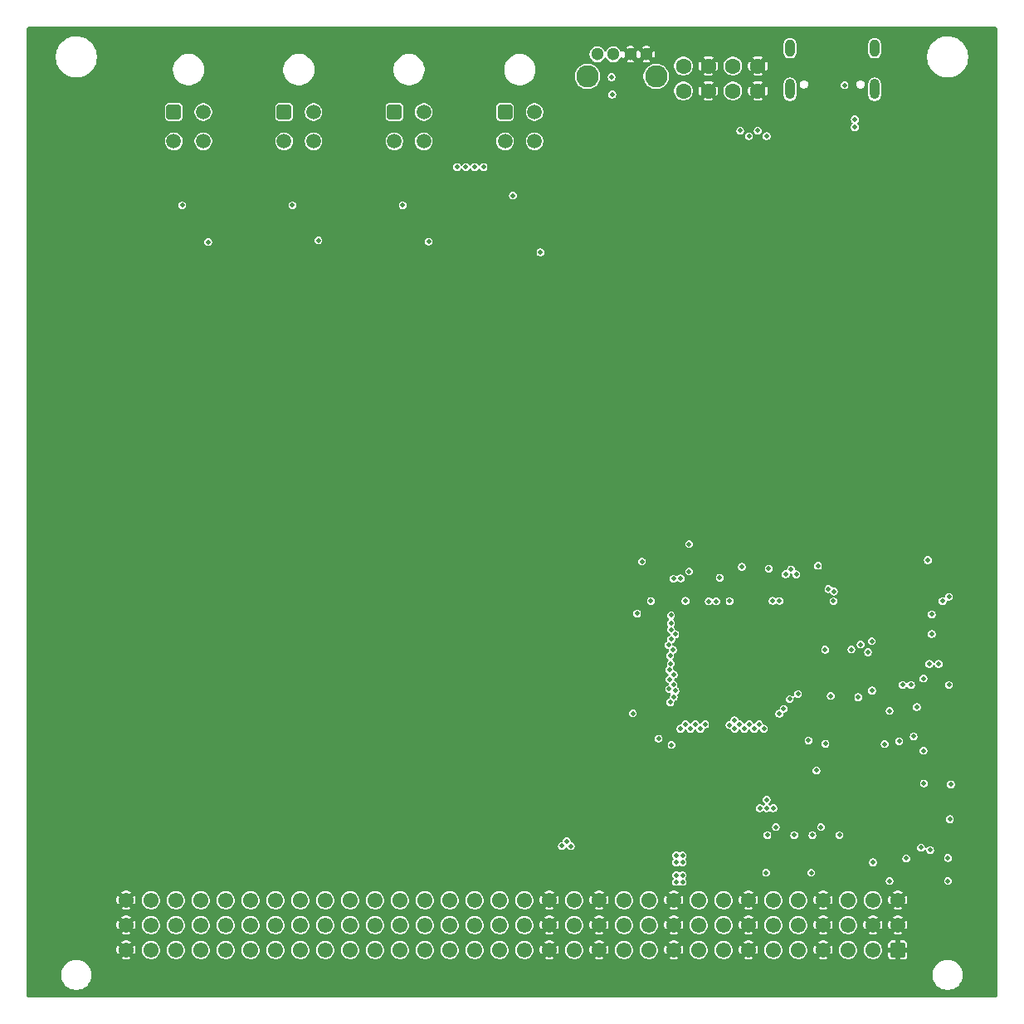
<source format=gbr>
%TF.GenerationSoftware,KiCad,Pcbnew,9.0.2-9.0.2-0~ubuntu24.04.1*%
%TF.CreationDate,2025-06-19T16:39:33+00:00*%
%TF.ProjectId,base-module,62617365-2d6d-46f6-9475-6c652e6b6963,1.1.1*%
%TF.SameCoordinates,Original*%
%TF.FileFunction,Copper,L2,Inr*%
%TF.FilePolarity,Positive*%
%FSLAX46Y46*%
G04 Gerber Fmt 4.6, Leading zero omitted, Abs format (unit mm)*
G04 Created by KiCad (PCBNEW 9.0.2-9.0.2-0~ubuntu24.04.1) date 2025-06-19 16:39:33*
%MOMM*%
%LPD*%
G01*
G04 APERTURE LIST*
G04 Aperture macros list*
%AMRoundRect*
0 Rectangle with rounded corners*
0 $1 Rounding radius*
0 $2 $3 $4 $5 $6 $7 $8 $9 X,Y pos of 4 corners*
0 Add a 4 corners polygon primitive as box body*
4,1,4,$2,$3,$4,$5,$6,$7,$8,$9,$2,$3,0*
0 Add four circle primitives for the rounded corners*
1,1,$1+$1,$2,$3*
1,1,$1+$1,$4,$5*
1,1,$1+$1,$6,$7*
1,1,$1+$1,$8,$9*
0 Add four rect primitives between the rounded corners*
20,1,$1+$1,$2,$3,$4,$5,0*
20,1,$1+$1,$4,$5,$6,$7,0*
20,1,$1+$1,$6,$7,$8,$9,0*
20,1,$1+$1,$8,$9,$2,$3,0*%
G04 Aperture macros list end*
%TA.AperFunction,ComponentPad*%
%ADD10RoundRect,0.250001X-0.499999X-0.499999X0.499999X-0.499999X0.499999X0.499999X-0.499999X0.499999X0*%
%TD*%
%TA.AperFunction,ComponentPad*%
%ADD11C,1.500000*%
%TD*%
%TA.AperFunction,ComponentPad*%
%ADD12C,1.600000*%
%TD*%
%TA.AperFunction,ComponentPad*%
%ADD13C,1.300000*%
%TD*%
%TA.AperFunction,ComponentPad*%
%ADD14C,2.286000*%
%TD*%
%TA.AperFunction,ComponentPad*%
%ADD15O,1.000000X2.100000*%
%TD*%
%TA.AperFunction,ComponentPad*%
%ADD16O,1.000000X1.800000*%
%TD*%
%TA.AperFunction,ComponentPad*%
%ADD17RoundRect,0.249999X0.525001X0.525001X-0.525001X0.525001X-0.525001X-0.525001X0.525001X-0.525001X0*%
%TD*%
%TA.AperFunction,ComponentPad*%
%ADD18C,1.550000*%
%TD*%
%TA.AperFunction,ViaPad*%
%ADD19C,0.500000*%
%TD*%
G04 APERTURE END LIST*
D10*
%TO.N,+12V_GPIO*%
%TO.C,J8*%
X88670000Y-60470001D03*
D11*
%TO.N,/GPIO connector 3/MOSFET power stage/output*%
X91670000Y-60470001D03*
%TO.N,Net-(J8-Pin_3)*%
X88670000Y-63470001D03*
%TO.N,+5V*%
X91670000Y-63470001D03*
%TD*%
D10*
%TO.N,+12V_GPIO*%
%TO.C,J11*%
X54870000Y-60470001D03*
D11*
%TO.N,/GPIO connector 2/MOSFET power stage/output*%
X57870000Y-60470001D03*
%TO.N,Net-(J11-Pin_3)*%
X54870000Y-63470001D03*
%TO.N,+5V*%
X57870000Y-63470001D03*
%TD*%
D12*
%TO.N,Net-(LED300-Pad1)*%
%TO.C,LED300*%
X106863600Y-55785000D03*
%TO.N,GND*%
X109403600Y-55785000D03*
%TO.N,Net-(LED300-Pad3)*%
X106863600Y-58325000D03*
%TO.N,GND*%
X109403600Y-58325000D03*
%TD*%
D10*
%TO.N,+12V_GPIO*%
%TO.C,J9*%
X77370000Y-60470001D03*
D11*
%TO.N,/GPIO connector 0/MOSFET power stage/output*%
X80370000Y-60470001D03*
%TO.N,Net-(J9-Pin_3)*%
X77370000Y-63470001D03*
%TO.N,+5V*%
X80370000Y-63470001D03*
%TD*%
D13*
%TO.N,GND*%
%TO.C,BTN400*%
X103079415Y-54584163D03*
X101449415Y-54584163D03*
%TO.N,/MCU/SWD.~{RST}*%
X99709415Y-54584163D03*
%TO.N,/MCU/USR_BUTTON*%
X98079415Y-54584163D03*
D14*
%TO.N,N/C*%
X104079415Y-56834163D03*
X97079415Y-56834163D03*
%TD*%
D10*
%TO.N,+12V_GPIO*%
%TO.C,J10*%
X66120000Y-60470001D03*
D11*
%TO.N,/GPIO connector 1/MOSFET power stage/output*%
X69120000Y-60470001D03*
%TO.N,Net-(J10-Pin_3)*%
X66120000Y-63470001D03*
%TO.N,+5V*%
X69120000Y-63470001D03*
%TD*%
D15*
%TO.N,Net-(J800-SHIELD)*%
%TO.C,J800*%
X126370000Y-58140000D03*
D16*
X126370000Y-53960000D03*
D15*
X117730000Y-58140000D03*
D16*
X117730000Y-53960000D03*
%TD*%
D17*
%TO.N,GND*%
%TO.C,J200*%
X128740000Y-145975000D03*
D18*
%TO.N,/Backplane/BACKPLANE.D+*%
X126200000Y-145975000D03*
%TO.N,+5V_STDBY*%
X123660000Y-145975000D03*
%TO.N,GND*%
X121120000Y-145975000D03*
%TO.N,/Backplane/CAN1.+*%
X118580000Y-145975000D03*
%TO.N,/Backplane/CAN1.-*%
X116040000Y-145975000D03*
%TO.N,GND*%
X113500000Y-145975000D03*
%TO.N,/Backplane/CAN2.+*%
X110960000Y-145975000D03*
%TO.N,/Backplane/CAN2.-*%
X108420000Y-145975000D03*
%TO.N,GND*%
X105880000Y-145975000D03*
%TO.N,+12V*%
X103340000Y-145975000D03*
X100800000Y-145975000D03*
%TO.N,GND*%
X98260000Y-145975000D03*
%TO.N,+24V*%
X95720000Y-145975000D03*
%TO.N,GND*%
X93180000Y-145975000D03*
%TO.N,/Backplane/GPIOL0*%
X90640000Y-145975000D03*
%TO.N,/Backplane/GPIOL1*%
X88100000Y-145975000D03*
%TO.N,/Backplane/GPIOL2*%
X85560000Y-145975000D03*
%TO.N,/Backplane/GPIOL3*%
X83020000Y-145975000D03*
%TO.N,/Backplane/GPIOL4*%
X80480000Y-145975000D03*
%TO.N,/Backplane/GPIOL5*%
X77940000Y-145975000D03*
%TO.N,/Backplane/GPIOL6*%
X75400000Y-145975000D03*
%TO.N,/Backplane/GPIOL7*%
X72860000Y-145975000D03*
%TO.N,/Backplane/GPIOL8*%
X70320000Y-145975000D03*
%TO.N,/Backplane/GPIOL9*%
X67780000Y-145975000D03*
%TO.N,/Backplane/GPIOL10*%
X65240000Y-145975000D03*
%TO.N,/Backplane/GPIOL11*%
X62700000Y-145975000D03*
%TO.N,/Backplane/GPIOL12*%
X60160000Y-145975000D03*
%TO.N,/Backplane/GPIOL13*%
X57620000Y-145975000D03*
%TO.N,/Backplane/GPIOL14*%
X55080000Y-145975000D03*
%TO.N,/Backplane/GPIOL15*%
X52540000Y-145975000D03*
%TO.N,GND*%
X50000000Y-145975000D03*
X128740000Y-143435000D03*
X126200000Y-143435000D03*
%TO.N,+5V_STDBY*%
X123660000Y-143435000D03*
%TO.N,GND*%
X121120000Y-143435000D03*
%TO.N,/Backplane/CAN1.+*%
X118580000Y-143435000D03*
%TO.N,/Backplane/CAN1.-*%
X116040000Y-143435000D03*
%TO.N,GND*%
X113500000Y-143435000D03*
%TO.N,/Backplane/CAN2.+*%
X110960000Y-143435000D03*
%TO.N,/Backplane/CAN2.-*%
X108420000Y-143435000D03*
%TO.N,GND*%
X105880000Y-143435000D03*
%TO.N,+12V*%
X103340000Y-143435000D03*
X100800000Y-143435000D03*
%TO.N,GND*%
X98260000Y-143435000D03*
%TO.N,+24V*%
X95720000Y-143435000D03*
%TO.N,GND*%
X93180000Y-143435000D03*
%TO.N,/Backplane/GPIOC0*%
X90640000Y-143435000D03*
%TO.N,/Backplane/GPIOC1*%
X88100000Y-143435000D03*
%TO.N,/Backplane/GPIOC2*%
X85560000Y-143435000D03*
%TO.N,/Backplane/GPIOC3*%
X83020000Y-143435000D03*
%TO.N,/Backplane/GPIOC4*%
X80480000Y-143435000D03*
%TO.N,/Backplane/GPIOC5*%
X77940000Y-143435000D03*
%TO.N,/Backplane/GPIOC6*%
X75400000Y-143435000D03*
%TO.N,/Backplane/GPIOC7*%
X72860000Y-143435000D03*
%TO.N,/Backplane/GPIOC8*%
X70320000Y-143435000D03*
%TO.N,/Backplane/GPIOC9*%
X67780000Y-143435000D03*
%TO.N,/Backplane/GPIOC10*%
X65240000Y-143435000D03*
%TO.N,/Backplane/GPIOC11*%
X62700000Y-143435000D03*
%TO.N,/Backplane/GPIOC12*%
X60160000Y-143435000D03*
%TO.N,/Backplane/GPIOC13*%
X57620000Y-143435000D03*
%TO.N,/Backplane/GPIOC14*%
X55080000Y-143435000D03*
%TO.N,/Backplane/GPIOC15*%
X52540000Y-143435000D03*
%TO.N,GND*%
X50000000Y-143435000D03*
X128740000Y-140895000D03*
%TO.N,/Backplane/BACKPLANE.D-*%
X126200000Y-140895000D03*
%TO.N,+5V_STDBY*%
X123660000Y-140895000D03*
%TO.N,GND*%
X121120000Y-140895000D03*
%TO.N,/Backplane/CAN1.+*%
X118580000Y-140895000D03*
%TO.N,/Backplane/CAN1.-*%
X116040000Y-140895000D03*
%TO.N,GND*%
X113500000Y-140895000D03*
%TO.N,/Backplane/CAN2.+*%
X110960000Y-140895000D03*
%TO.N,/Backplane/CAN2.-*%
X108420000Y-140895000D03*
%TO.N,GND*%
X105880000Y-140895000D03*
%TO.N,+12V*%
X103340000Y-140895000D03*
X100800000Y-140895000D03*
%TO.N,GND*%
X98260000Y-140895000D03*
%TO.N,+24V*%
X95720000Y-140895000D03*
%TO.N,GND*%
X93180000Y-140895000D03*
%TO.N,/Backplane/GPIOR0*%
X90640000Y-140895000D03*
%TO.N,/Backplane/GPIOR1*%
X88100000Y-140895000D03*
%TO.N,/Backplane/GPIOR2*%
X85560000Y-140895000D03*
%TO.N,/Backplane/GPIOR3*%
X83020000Y-140895000D03*
%TO.N,/Backplane/GPIOR4*%
X80480000Y-140895000D03*
%TO.N,/Backplane/GPIOR5*%
X77940000Y-140895000D03*
%TO.N,/Backplane/GPIOR6*%
X75400000Y-140895000D03*
%TO.N,/Backplane/GPIOR7*%
X72860000Y-140895000D03*
%TO.N,/Backplane/GPIOR8*%
X70320000Y-140895000D03*
%TO.N,/Backplane/GPIOR9*%
X67780000Y-140895000D03*
%TO.N,/Backplane/GPIOR10*%
X65240000Y-140895000D03*
%TO.N,/Backplane/GPIOR11*%
X62700000Y-140895000D03*
%TO.N,/Backplane/GPIOR12*%
X60160000Y-140895000D03*
%TO.N,/Backplane/GPIOR13*%
X57620000Y-140895000D03*
%TO.N,/Backplane/GPIOR14*%
X55080000Y-140895000D03*
%TO.N,/Backplane/GPIOR15*%
X52540000Y-140895000D03*
%TO.N,GND*%
X50000000Y-140895000D03*
%TD*%
D12*
%TO.N,Net-(LED301-Pad1)*%
%TO.C,LED301*%
X111913600Y-55785000D03*
%TO.N,GND*%
X114453600Y-55785000D03*
%TO.N,Net-(LED301-Pad3)*%
X111913600Y-58325000D03*
%TO.N,GND*%
X114453600Y-58325000D03*
%TD*%
D19*
%TO.N,+3V3*%
X115300000Y-138075000D03*
X99598400Y-58685001D03*
X131350000Y-125625000D03*
X121325000Y-115325000D03*
X121662040Y-109139790D03*
X104325000Y-124400000D03*
X120590000Y-106765000D03*
X115350000Y-131500000D03*
X132050000Y-135775000D03*
X131800000Y-106175000D03*
X131400000Y-128975000D03*
X133950000Y-118922500D03*
X114650000Y-131500000D03*
X115350000Y-130625000D03*
X107442000Y-107343001D03*
X121350000Y-124927500D03*
X127900000Y-121575000D03*
X125700000Y-115575000D03*
X131350000Y-118275000D03*
X124000000Y-115300000D03*
X122225000Y-109375000D03*
X115575000Y-107050000D03*
X101700000Y-121825000D03*
X107442000Y-104549001D03*
X119900000Y-138075000D03*
X116025000Y-131500000D03*
X112825000Y-106875000D03*
X119625000Y-124600000D03*
X114450000Y-62375000D03*
X122174000Y-110375000D03*
X102133531Y-111641425D03*
X102624000Y-106327001D03*
%TO.N,GND*%
X99598400Y-57785001D03*
X129900000Y-124961216D03*
X128350000Y-134775000D03*
X77370000Y-71785000D03*
X109870720Y-132521542D03*
X134470000Y-142162501D03*
X127250000Y-134775000D03*
X116250000Y-62375000D03*
X132350000Y-125625000D03*
X113850000Y-136425000D03*
X107442000Y-106581001D03*
X118364000Y-111407001D03*
X102624000Y-107343001D03*
X130325000Y-129675000D03*
X110520720Y-132521542D03*
X108650000Y-136275000D03*
X102850000Y-119275000D03*
X119126000Y-109883001D03*
X115050000Y-136625000D03*
X121350000Y-123927500D03*
X116825000Y-106025000D03*
X119625000Y-125600000D03*
X126375000Y-109375000D03*
X126900000Y-113525000D03*
X131150000Y-116225000D03*
X112525000Y-106025000D03*
X66120000Y-71785000D03*
X97900000Y-111775000D03*
X70295000Y-71885001D03*
X113850000Y-137675000D03*
X94450000Y-138675000D03*
X116575000Y-107050000D03*
X128350000Y-135825000D03*
X118750000Y-126325000D03*
X134150000Y-128175000D03*
X131900000Y-133925000D03*
X126950000Y-106725000D03*
X119100000Y-134275000D03*
X111170720Y-132521542D03*
X107442000Y-105565001D03*
X122200000Y-115275000D03*
X81545000Y-71885001D03*
X117150000Y-62375000D03*
X131150000Y-115125000D03*
X119670000Y-61785001D03*
X133300000Y-122825000D03*
X118050000Y-62925000D03*
X133950000Y-119922500D03*
X134100000Y-133525000D03*
X134300000Y-135775000D03*
X109728000Y-107851001D03*
X88670000Y-71885001D03*
X54870000Y-71785000D03*
X113825000Y-106875000D03*
X119126000Y-108867001D03*
X121900000Y-133425000D03*
X118850000Y-59675000D03*
X93070000Y-71885001D03*
X102868898Y-114435000D03*
X103325000Y-124400000D03*
X102870000Y-110137001D03*
X104648000Y-108105001D03*
X117300000Y-133425000D03*
X120590000Y-105865000D03*
X129800000Y-133725000D03*
X95953492Y-138663288D03*
X127250000Y-135825000D03*
X131100000Y-136425000D03*
X99850000Y-134671508D03*
X95200000Y-138675000D03*
X99850000Y-135971508D03*
X136150000Y-138925000D03*
X102225000Y-122850000D03*
X126700000Y-115575000D03*
X123200000Y-136625000D03*
X131950000Y-139425000D03*
X113850000Y-137075000D03*
X125350000Y-62025000D03*
X125350000Y-61225000D03*
X123550000Y-125325000D03*
X132700000Y-132175000D03*
X122936000Y-111325000D03*
X99850000Y-135321508D03*
X123100000Y-115275000D03*
X59045000Y-71885001D03*
X95300000Y-133425000D03*
X132350000Y-118275000D03*
X119650000Y-136625000D03*
%TO.N,+5V*%
X106125000Y-137025000D03*
X134150000Y-129075000D03*
X116300000Y-133425000D03*
X84670000Y-66085001D03*
X106775000Y-136325000D03*
X133300000Y-110375000D03*
X86470000Y-66085001D03*
X131100000Y-135525001D03*
X106775000Y-137025000D03*
X126200000Y-137025000D03*
X106125000Y-136325000D03*
X120900000Y-133425000D03*
X83770000Y-66085001D03*
X85570000Y-66085001D03*
%TO.N,/ST-LINK/LED*%
X124950000Y-114800000D03*
X127400000Y-124950000D03*
%TO.N,/ST-LINK/STLINK-BOOT0*%
X130675000Y-121175000D03*
%TO.N,/ST-LINK/DIO*%
X128875000Y-124675000D03*
%TO.N,/ST-LINK/CLK*%
X130350000Y-124175000D03*
%TO.N,+12V_FUSED*%
X94451270Y-135361059D03*
X133950000Y-109925000D03*
X106125000Y-139025000D03*
X106125000Y-138325000D03*
X106775000Y-138325000D03*
X95375000Y-135375000D03*
X106775000Y-139025000D03*
X94950000Y-134875000D03*
%TO.N,/ST-LINK/STLINK_RX*%
X126100000Y-119500000D03*
X132200000Y-113725000D03*
%TO.N,/USB/VBUS_IN*%
X124350000Y-61225000D03*
X134050000Y-132625000D03*
%TO.N,/ST-LINK/STLINK_TX*%
X132200000Y-111725000D03*
X126075000Y-114450000D03*
%TO.N,/MCU/USR_BUTTON*%
X115975000Y-110350000D03*
X99538600Y-56899202D03*
%TO.N,/MCU/SWD.~{RST}*%
X111575001Y-110375000D03*
X121900000Y-120045000D03*
X118377238Y-107645000D03*
%TO.N,Net-(U302-PGANG)*%
X129600000Y-136625000D03*
X127900000Y-138925000D03*
%TO.N,Net-(U700-PA5)*%
X124700000Y-120175000D03*
X120425000Y-127650000D03*
%TO.N,Net-(U700-PC13)*%
X130100000Y-118925000D03*
X132900000Y-116775000D03*
%TO.N,Net-(U700-PC14)*%
X129225000Y-118925000D03*
X131950000Y-116775000D03*
%TO.N,/Backplane/GPIOL5*%
X113575000Y-122950001D03*
%TO.N,/Backplane/GPIOL3*%
X114575000Y-122950001D03*
%TO.N,/Backplane/GPIOL6*%
X113075000Y-123395001D03*
%TO.N,/Backplane/GPIOR8*%
X105570000Y-116735001D03*
%TO.N,/Backplane/GPIOL2*%
X115075000Y-123395001D03*
%TO.N,/Backplane/GPIOR0*%
X105521732Y-120686227D03*
%TO.N,/Backplane/GPIOR3*%
X105411209Y-119351210D03*
%TO.N,/Backplane/GPIOR15*%
X105599863Y-112626890D03*
%TO.N,/Backplane/GPIOL10*%
X112076076Y-122533374D03*
%TO.N,/Backplane/GPIOL12*%
X108575000Y-123395001D03*
%TO.N,/Backplane/GPIOR5*%
X105436807Y-118350051D03*
%TO.N,/Backplane/GPIOR2*%
X106039705Y-119517031D03*
%TO.N,/Backplane/GPIOL9*%
X111550000Y-123015001D03*
%TO.N,/Backplane/GPIOL0*%
X117095000Y-121350000D03*
%TO.N,/Backplane/GPIOL14*%
X107575000Y-123395001D03*
%TO.N,/Backplane/GPIOL11*%
X109075000Y-122950001D03*
%TO.N,/Backplane/GPIOL8*%
X112099635Y-123393319D03*
%TO.N,/Backplane/GPIOR6*%
X105879816Y-117874398D03*
%TO.N,/Backplane/GPIOR1*%
X105887633Y-120148994D03*
%TO.N,/Backplane/GPIOR11*%
X105350696Y-114855906D03*
%TO.N,/Backplane/GPIOL15*%
X107075000Y-122950001D03*
%TO.N,/Backplane/GPIOR4*%
X105839747Y-118862478D03*
%TO.N,/Backplane/GPIOL13*%
X108075000Y-122950001D03*
%TO.N,/Backplane/GPIOL7*%
X112575000Y-122950001D03*
%TO.N,/Backplane/GPIOR9*%
X105516564Y-115923270D03*
%TO.N,/Backplane/GPIOR10*%
X105792013Y-115334516D03*
%TO.N,/Backplane/GPIOR12*%
X105615709Y-114262383D03*
%TO.N,/Backplane/GPIOL4*%
X114075000Y-123395001D03*
%TO.N,/Backplane/GPIOL1*%
X116650000Y-121850000D03*
%TO.N,/Backplane/GPIOR7*%
X105438686Y-117397003D03*
%TO.N,/Backplane/GPIOR13*%
X106028748Y-113754668D03*
%TO.N,/Backplane/GPIOR14*%
X105588145Y-113276784D03*
%TO.N,/CAN transceiver 1/CAN.TX*%
X122775000Y-134250000D03*
X118550000Y-119850000D03*
%TO.N,/CAN transceiver 1/CAN.RX*%
X117700000Y-120375000D03*
X120025000Y-134250000D03*
%TO.N,/CAN transceiver 2/CAN.TX*%
X118175000Y-134250000D03*
X106575000Y-123400000D03*
%TO.N,/CAN transceiver 2/CAN.RX*%
X105650000Y-125035001D03*
X115425000Y-134250000D03*
%TO.N,/USB/CC1*%
X123300000Y-57725000D03*
X124350000Y-62025000D03*
%TO.N,Net-(U801-~{OE})*%
X133850000Y-136575000D03*
X133850000Y-138925000D03*
%TO.N,/MCU/USER_LED_1*%
X113550000Y-62925000D03*
X117850000Y-107125000D03*
%TO.N,/MCU/USER_LED_2*%
X117300000Y-107625000D03*
X112650000Y-62375000D03*
%TO.N,/MCU/STATUS_LED*%
X115350000Y-62925000D03*
X116675000Y-110350000D03*
%TO.N,/GPIO connector 1/input*%
X66970000Y-69985001D03*
X105845000Y-108085001D03*
%TO.N,/GPIO connector 0/input*%
X107074999Y-110335001D03*
X78220000Y-69985001D03*
%TO.N,/GPIO connector 2/input*%
X55720000Y-69985001D03*
X105600000Y-111820512D03*
%TO.N,/GPIO connector 3/input*%
X110570000Y-107985001D03*
X89470000Y-68985001D03*
%TO.N,/GPIO connector 3/output*%
X92270000Y-74785001D03*
X110220000Y-110385001D03*
%TO.N,/GPIO connector 0/output*%
X109445000Y-110385001D03*
X80870000Y-73685001D03*
%TO.N,/GPIO connector 2/output*%
X103545000Y-110360001D03*
X58370000Y-73735001D03*
%TO.N,/GPIO connector 1/output*%
X69620000Y-73560001D03*
X106575000Y-108060001D03*
%TD*%
%TA.AperFunction,Conductor*%
%TO.N,GND*%
G36*
X138812539Y-51805186D02*
G01*
X138858294Y-51857990D01*
X138869500Y-51909501D01*
X138869500Y-150660501D01*
X138849815Y-150727540D01*
X138797011Y-150773295D01*
X138745500Y-150784501D01*
X39994500Y-150784501D01*
X39927461Y-150764816D01*
X39881706Y-150712012D01*
X39870500Y-150660501D01*
X39870500Y-148394941D01*
X43394500Y-148394941D01*
X43394500Y-148635058D01*
X43432063Y-148872222D01*
X43506265Y-149100593D01*
X43615276Y-149314536D01*
X43756414Y-149508796D01*
X43926204Y-149678586D01*
X44120464Y-149819724D01*
X44221543Y-149871226D01*
X44334406Y-149928734D01*
X44334408Y-149928734D01*
X44334411Y-149928736D01*
X44562778Y-150002937D01*
X44799941Y-150040500D01*
X44799942Y-150040500D01*
X45040058Y-150040500D01*
X45040059Y-150040500D01*
X45277222Y-150002937D01*
X45505589Y-149928736D01*
X45719536Y-149819724D01*
X45913796Y-149678586D01*
X46083586Y-149508796D01*
X46224724Y-149314536D01*
X46333736Y-149100589D01*
X46407937Y-148872222D01*
X46445500Y-148635059D01*
X46445500Y-148394941D01*
X132294500Y-148394941D01*
X132294500Y-148635058D01*
X132332063Y-148872222D01*
X132406265Y-149100593D01*
X132515276Y-149314536D01*
X132656414Y-149508796D01*
X132826204Y-149678586D01*
X133020464Y-149819724D01*
X133121543Y-149871226D01*
X133234406Y-149928734D01*
X133234408Y-149928734D01*
X133234411Y-149928736D01*
X133462778Y-150002937D01*
X133699941Y-150040500D01*
X133699942Y-150040500D01*
X133940058Y-150040500D01*
X133940059Y-150040500D01*
X134177222Y-150002937D01*
X134405589Y-149928736D01*
X134619536Y-149819724D01*
X134813796Y-149678586D01*
X134983586Y-149508796D01*
X135124724Y-149314536D01*
X135233736Y-149100589D01*
X135307937Y-148872222D01*
X135345500Y-148635059D01*
X135345500Y-148394941D01*
X135307937Y-148157778D01*
X135233736Y-147929411D01*
X135233734Y-147929408D01*
X135233734Y-147929406D01*
X135124723Y-147715463D01*
X134983586Y-147521204D01*
X134813796Y-147351414D01*
X134619536Y-147210276D01*
X134405593Y-147101265D01*
X134177222Y-147027063D01*
X133940059Y-146989500D01*
X133699941Y-146989500D01*
X133581359Y-147008281D01*
X133462777Y-147027063D01*
X133234406Y-147101265D01*
X133020463Y-147210276D01*
X132826201Y-147351416D01*
X132656416Y-147521201D01*
X132515276Y-147715463D01*
X132406265Y-147929406D01*
X132332063Y-148157777D01*
X132294500Y-148394941D01*
X46445500Y-148394941D01*
X46407937Y-148157778D01*
X46333736Y-147929411D01*
X46333734Y-147929408D01*
X46333734Y-147929406D01*
X46224723Y-147715463D01*
X46083586Y-147521204D01*
X45913796Y-147351414D01*
X45719536Y-147210276D01*
X45505593Y-147101265D01*
X45277222Y-147027063D01*
X45040059Y-146989500D01*
X44799941Y-146989500D01*
X44681359Y-147008281D01*
X44562777Y-147027063D01*
X44334406Y-147101265D01*
X44120463Y-147210276D01*
X43926201Y-147351416D01*
X43756416Y-147521201D01*
X43615276Y-147715463D01*
X43506265Y-147929406D01*
X43432063Y-148157777D01*
X43394500Y-148394941D01*
X39870500Y-148394941D01*
X39870500Y-145878966D01*
X49025000Y-145878966D01*
X49025000Y-146071033D01*
X49062466Y-146259389D01*
X49062468Y-146259397D01*
X49135965Y-146436834D01*
X49135968Y-146436840D01*
X49155449Y-146465995D01*
X49155450Y-146465995D01*
X49517037Y-146104408D01*
X49534075Y-146167993D01*
X49599901Y-146282007D01*
X49692993Y-146375099D01*
X49807007Y-146440925D01*
X49870590Y-146457962D01*
X49509003Y-146819548D01*
X49509004Y-146819549D01*
X49538162Y-146839033D01*
X49538164Y-146839034D01*
X49715602Y-146912531D01*
X49715610Y-146912533D01*
X49903966Y-146949999D01*
X49903970Y-146950000D01*
X50096030Y-146950000D01*
X50096033Y-146949999D01*
X50284389Y-146912533D01*
X50284397Y-146912531D01*
X50461836Y-146839033D01*
X50490994Y-146819548D01*
X50129409Y-146457962D01*
X50192993Y-146440925D01*
X50307007Y-146375099D01*
X50400099Y-146282007D01*
X50465925Y-146167993D01*
X50482962Y-146104408D01*
X50844548Y-146465994D01*
X50864033Y-146436836D01*
X50937531Y-146259397D01*
X50937533Y-146259389D01*
X50974999Y-146071033D01*
X50975000Y-146071030D01*
X50975000Y-146066156D01*
X51614499Y-146066156D01*
X51650065Y-146244952D01*
X51650068Y-146244962D01*
X51719831Y-146413387D01*
X51719833Y-146413391D01*
X51821113Y-146564967D01*
X51821119Y-146564975D01*
X51950024Y-146693880D01*
X51950032Y-146693886D01*
X52101608Y-146795166D01*
X52101612Y-146795168D01*
X52270037Y-146864931D01*
X52270042Y-146864933D01*
X52270046Y-146864933D01*
X52270047Y-146864934D01*
X52448843Y-146900500D01*
X52448846Y-146900500D01*
X52631156Y-146900500D01*
X52751445Y-146876572D01*
X52809958Y-146864933D01*
X52978389Y-146795167D01*
X52978391Y-146795166D01*
X53101891Y-146712646D01*
X53129972Y-146693883D01*
X53258883Y-146564972D01*
X53344498Y-146436840D01*
X53360166Y-146413391D01*
X53360168Y-146413387D01*
X53423952Y-146259397D01*
X53429933Y-146244958D01*
X53448932Y-146149446D01*
X53465500Y-146066156D01*
X54154499Y-146066156D01*
X54190065Y-146244952D01*
X54190068Y-146244962D01*
X54259831Y-146413387D01*
X54259833Y-146413391D01*
X54361113Y-146564967D01*
X54361119Y-146564975D01*
X54490024Y-146693880D01*
X54490032Y-146693886D01*
X54641608Y-146795166D01*
X54641612Y-146795168D01*
X54810037Y-146864931D01*
X54810042Y-146864933D01*
X54810046Y-146864933D01*
X54810047Y-146864934D01*
X54988843Y-146900500D01*
X54988846Y-146900500D01*
X55171156Y-146900500D01*
X55291445Y-146876572D01*
X55349958Y-146864933D01*
X55518389Y-146795167D01*
X55518391Y-146795166D01*
X55641891Y-146712646D01*
X55669972Y-146693883D01*
X55798883Y-146564972D01*
X55884498Y-146436840D01*
X55900166Y-146413391D01*
X55900168Y-146413387D01*
X55963952Y-146259397D01*
X55969933Y-146244958D01*
X55988932Y-146149446D01*
X56005500Y-146066156D01*
X56694499Y-146066156D01*
X56730065Y-146244952D01*
X56730068Y-146244962D01*
X56799831Y-146413387D01*
X56799833Y-146413391D01*
X56901113Y-146564967D01*
X56901119Y-146564975D01*
X57030024Y-146693880D01*
X57030032Y-146693886D01*
X57181608Y-146795166D01*
X57181612Y-146795168D01*
X57350037Y-146864931D01*
X57350042Y-146864933D01*
X57350046Y-146864933D01*
X57350047Y-146864934D01*
X57528843Y-146900500D01*
X57528846Y-146900500D01*
X57711156Y-146900500D01*
X57831445Y-146876572D01*
X57889958Y-146864933D01*
X58058389Y-146795167D01*
X58058391Y-146795166D01*
X58181891Y-146712646D01*
X58209972Y-146693883D01*
X58338883Y-146564972D01*
X58424498Y-146436840D01*
X58440166Y-146413391D01*
X58440168Y-146413387D01*
X58503952Y-146259397D01*
X58509933Y-146244958D01*
X58528932Y-146149446D01*
X58545500Y-146066156D01*
X59234499Y-146066156D01*
X59270065Y-146244952D01*
X59270068Y-146244962D01*
X59339831Y-146413387D01*
X59339833Y-146413391D01*
X59441113Y-146564967D01*
X59441119Y-146564975D01*
X59570024Y-146693880D01*
X59570032Y-146693886D01*
X59721608Y-146795166D01*
X59721612Y-146795168D01*
X59890037Y-146864931D01*
X59890042Y-146864933D01*
X59890046Y-146864933D01*
X59890047Y-146864934D01*
X60068843Y-146900500D01*
X60068846Y-146900500D01*
X60251156Y-146900500D01*
X60371445Y-146876572D01*
X60429958Y-146864933D01*
X60598389Y-146795167D01*
X60598391Y-146795166D01*
X60721891Y-146712646D01*
X60749972Y-146693883D01*
X60878883Y-146564972D01*
X60964498Y-146436840D01*
X60980166Y-146413391D01*
X60980168Y-146413387D01*
X61043952Y-146259397D01*
X61049933Y-146244958D01*
X61068932Y-146149446D01*
X61085500Y-146066156D01*
X61774499Y-146066156D01*
X61810065Y-146244952D01*
X61810068Y-146244962D01*
X61879831Y-146413387D01*
X61879833Y-146413391D01*
X61981113Y-146564967D01*
X61981119Y-146564975D01*
X62110024Y-146693880D01*
X62110032Y-146693886D01*
X62261608Y-146795166D01*
X62261612Y-146795168D01*
X62430037Y-146864931D01*
X62430042Y-146864933D01*
X62430046Y-146864933D01*
X62430047Y-146864934D01*
X62608843Y-146900500D01*
X62608846Y-146900500D01*
X62791156Y-146900500D01*
X62911445Y-146876572D01*
X62969958Y-146864933D01*
X63138389Y-146795167D01*
X63138391Y-146795166D01*
X63261891Y-146712646D01*
X63289972Y-146693883D01*
X63418883Y-146564972D01*
X63504498Y-146436840D01*
X63520166Y-146413391D01*
X63520168Y-146413387D01*
X63583952Y-146259397D01*
X63589933Y-146244958D01*
X63608932Y-146149446D01*
X63625500Y-146066156D01*
X64314499Y-146066156D01*
X64350065Y-146244952D01*
X64350068Y-146244962D01*
X64419831Y-146413387D01*
X64419833Y-146413391D01*
X64521113Y-146564967D01*
X64521119Y-146564975D01*
X64650024Y-146693880D01*
X64650032Y-146693886D01*
X64801608Y-146795166D01*
X64801612Y-146795168D01*
X64970037Y-146864931D01*
X64970042Y-146864933D01*
X64970046Y-146864933D01*
X64970047Y-146864934D01*
X65148843Y-146900500D01*
X65148846Y-146900500D01*
X65331156Y-146900500D01*
X65451445Y-146876572D01*
X65509958Y-146864933D01*
X65678389Y-146795167D01*
X65678391Y-146795166D01*
X65801891Y-146712646D01*
X65829972Y-146693883D01*
X65958883Y-146564972D01*
X66044498Y-146436840D01*
X66060166Y-146413391D01*
X66060168Y-146413387D01*
X66123952Y-146259397D01*
X66129933Y-146244958D01*
X66148932Y-146149446D01*
X66165500Y-146066156D01*
X66854499Y-146066156D01*
X66890065Y-146244952D01*
X66890068Y-146244962D01*
X66959831Y-146413387D01*
X66959833Y-146413391D01*
X67061113Y-146564967D01*
X67061119Y-146564975D01*
X67190024Y-146693880D01*
X67190032Y-146693886D01*
X67341608Y-146795166D01*
X67341612Y-146795168D01*
X67510037Y-146864931D01*
X67510042Y-146864933D01*
X67510046Y-146864933D01*
X67510047Y-146864934D01*
X67688843Y-146900500D01*
X67688846Y-146900500D01*
X67871156Y-146900500D01*
X67991445Y-146876572D01*
X68049958Y-146864933D01*
X68218389Y-146795167D01*
X68218391Y-146795166D01*
X68341891Y-146712646D01*
X68369972Y-146693883D01*
X68498883Y-146564972D01*
X68584498Y-146436840D01*
X68600166Y-146413391D01*
X68600168Y-146413387D01*
X68663952Y-146259397D01*
X68669933Y-146244958D01*
X68688932Y-146149446D01*
X68705500Y-146066156D01*
X69394499Y-146066156D01*
X69430065Y-146244952D01*
X69430068Y-146244962D01*
X69499831Y-146413387D01*
X69499833Y-146413391D01*
X69601113Y-146564967D01*
X69601119Y-146564975D01*
X69730024Y-146693880D01*
X69730032Y-146693886D01*
X69881608Y-146795166D01*
X69881612Y-146795168D01*
X70050037Y-146864931D01*
X70050042Y-146864933D01*
X70050046Y-146864933D01*
X70050047Y-146864934D01*
X70228843Y-146900500D01*
X70228846Y-146900500D01*
X70411156Y-146900500D01*
X70531445Y-146876572D01*
X70589958Y-146864933D01*
X70758389Y-146795167D01*
X70758391Y-146795166D01*
X70881891Y-146712646D01*
X70909972Y-146693883D01*
X71038883Y-146564972D01*
X71124498Y-146436840D01*
X71140166Y-146413391D01*
X71140168Y-146413387D01*
X71203952Y-146259397D01*
X71209933Y-146244958D01*
X71228932Y-146149446D01*
X71245500Y-146066156D01*
X71934499Y-146066156D01*
X71970065Y-146244952D01*
X71970068Y-146244962D01*
X72039831Y-146413387D01*
X72039833Y-146413391D01*
X72141113Y-146564967D01*
X72141119Y-146564975D01*
X72270024Y-146693880D01*
X72270032Y-146693886D01*
X72421608Y-146795166D01*
X72421612Y-146795168D01*
X72590037Y-146864931D01*
X72590042Y-146864933D01*
X72590046Y-146864933D01*
X72590047Y-146864934D01*
X72768843Y-146900500D01*
X72768846Y-146900500D01*
X72951156Y-146900500D01*
X73071445Y-146876572D01*
X73129958Y-146864933D01*
X73298389Y-146795167D01*
X73298391Y-146795166D01*
X73421891Y-146712646D01*
X73449972Y-146693883D01*
X73578883Y-146564972D01*
X73664498Y-146436840D01*
X73680166Y-146413391D01*
X73680168Y-146413387D01*
X73743952Y-146259397D01*
X73749933Y-146244958D01*
X73768932Y-146149446D01*
X73785500Y-146066156D01*
X74474499Y-146066156D01*
X74510065Y-146244952D01*
X74510068Y-146244962D01*
X74579831Y-146413387D01*
X74579833Y-146413391D01*
X74681113Y-146564967D01*
X74681119Y-146564975D01*
X74810024Y-146693880D01*
X74810032Y-146693886D01*
X74961608Y-146795166D01*
X74961612Y-146795168D01*
X75130037Y-146864931D01*
X75130042Y-146864933D01*
X75130046Y-146864933D01*
X75130047Y-146864934D01*
X75308843Y-146900500D01*
X75308846Y-146900500D01*
X75491156Y-146900500D01*
X75611445Y-146876572D01*
X75669958Y-146864933D01*
X75838389Y-146795167D01*
X75838391Y-146795166D01*
X75961891Y-146712646D01*
X75989972Y-146693883D01*
X76118883Y-146564972D01*
X76204498Y-146436840D01*
X76220166Y-146413391D01*
X76220168Y-146413387D01*
X76283952Y-146259397D01*
X76289933Y-146244958D01*
X76308932Y-146149446D01*
X76325500Y-146066156D01*
X77014499Y-146066156D01*
X77050065Y-146244952D01*
X77050068Y-146244962D01*
X77119831Y-146413387D01*
X77119833Y-146413391D01*
X77221113Y-146564967D01*
X77221119Y-146564975D01*
X77350024Y-146693880D01*
X77350032Y-146693886D01*
X77501608Y-146795166D01*
X77501612Y-146795168D01*
X77670037Y-146864931D01*
X77670042Y-146864933D01*
X77670046Y-146864933D01*
X77670047Y-146864934D01*
X77848843Y-146900500D01*
X77848846Y-146900500D01*
X78031156Y-146900500D01*
X78151445Y-146876572D01*
X78209958Y-146864933D01*
X78378389Y-146795167D01*
X78378391Y-146795166D01*
X78501891Y-146712646D01*
X78529972Y-146693883D01*
X78658883Y-146564972D01*
X78744498Y-146436840D01*
X78760166Y-146413391D01*
X78760168Y-146413387D01*
X78823952Y-146259397D01*
X78829933Y-146244958D01*
X78848932Y-146149446D01*
X78865500Y-146066156D01*
X79554499Y-146066156D01*
X79590065Y-146244952D01*
X79590068Y-146244962D01*
X79659831Y-146413387D01*
X79659833Y-146413391D01*
X79761113Y-146564967D01*
X79761119Y-146564975D01*
X79890024Y-146693880D01*
X79890032Y-146693886D01*
X80041608Y-146795166D01*
X80041612Y-146795168D01*
X80210037Y-146864931D01*
X80210042Y-146864933D01*
X80210046Y-146864933D01*
X80210047Y-146864934D01*
X80388843Y-146900500D01*
X80388846Y-146900500D01*
X80571156Y-146900500D01*
X80691445Y-146876572D01*
X80749958Y-146864933D01*
X80918389Y-146795167D01*
X80918391Y-146795166D01*
X81041891Y-146712646D01*
X81069972Y-146693883D01*
X81198883Y-146564972D01*
X81284498Y-146436840D01*
X81300166Y-146413391D01*
X81300168Y-146413387D01*
X81363952Y-146259397D01*
X81369933Y-146244958D01*
X81388932Y-146149446D01*
X81405500Y-146066156D01*
X82094499Y-146066156D01*
X82130065Y-146244952D01*
X82130068Y-146244962D01*
X82199831Y-146413387D01*
X82199833Y-146413391D01*
X82301113Y-146564967D01*
X82301119Y-146564975D01*
X82430024Y-146693880D01*
X82430032Y-146693886D01*
X82581608Y-146795166D01*
X82581612Y-146795168D01*
X82750037Y-146864931D01*
X82750042Y-146864933D01*
X82750046Y-146864933D01*
X82750047Y-146864934D01*
X82928843Y-146900500D01*
X82928846Y-146900500D01*
X83111156Y-146900500D01*
X83231445Y-146876572D01*
X83289958Y-146864933D01*
X83458389Y-146795167D01*
X83458391Y-146795166D01*
X83581891Y-146712646D01*
X83609972Y-146693883D01*
X83738883Y-146564972D01*
X83824498Y-146436840D01*
X83840166Y-146413391D01*
X83840168Y-146413387D01*
X83903952Y-146259397D01*
X83909933Y-146244958D01*
X83928932Y-146149446D01*
X83945500Y-146066156D01*
X84634499Y-146066156D01*
X84670065Y-146244952D01*
X84670068Y-146244962D01*
X84739831Y-146413387D01*
X84739833Y-146413391D01*
X84841113Y-146564967D01*
X84841119Y-146564975D01*
X84970024Y-146693880D01*
X84970032Y-146693886D01*
X85121608Y-146795166D01*
X85121612Y-146795168D01*
X85290037Y-146864931D01*
X85290042Y-146864933D01*
X85290046Y-146864933D01*
X85290047Y-146864934D01*
X85468843Y-146900500D01*
X85468846Y-146900500D01*
X85651156Y-146900500D01*
X85771445Y-146876572D01*
X85829958Y-146864933D01*
X85998389Y-146795167D01*
X85998391Y-146795166D01*
X86121891Y-146712646D01*
X86149972Y-146693883D01*
X86278883Y-146564972D01*
X86364498Y-146436840D01*
X86380166Y-146413391D01*
X86380168Y-146413387D01*
X86443952Y-146259397D01*
X86449933Y-146244958D01*
X86468932Y-146149446D01*
X86485500Y-146066156D01*
X87174499Y-146066156D01*
X87210065Y-146244952D01*
X87210068Y-146244962D01*
X87279831Y-146413387D01*
X87279833Y-146413391D01*
X87381113Y-146564967D01*
X87381119Y-146564975D01*
X87510024Y-146693880D01*
X87510032Y-146693886D01*
X87661608Y-146795166D01*
X87661612Y-146795168D01*
X87830037Y-146864931D01*
X87830042Y-146864933D01*
X87830046Y-146864933D01*
X87830047Y-146864934D01*
X88008843Y-146900500D01*
X88008846Y-146900500D01*
X88191156Y-146900500D01*
X88311445Y-146876572D01*
X88369958Y-146864933D01*
X88538389Y-146795167D01*
X88538391Y-146795166D01*
X88661891Y-146712646D01*
X88689972Y-146693883D01*
X88818883Y-146564972D01*
X88904498Y-146436840D01*
X88920166Y-146413391D01*
X88920168Y-146413387D01*
X88983952Y-146259397D01*
X88989933Y-146244958D01*
X89008932Y-146149446D01*
X89025500Y-146066156D01*
X89714499Y-146066156D01*
X89750065Y-146244952D01*
X89750068Y-146244962D01*
X89819831Y-146413387D01*
X89819833Y-146413391D01*
X89921113Y-146564967D01*
X89921119Y-146564975D01*
X90050024Y-146693880D01*
X90050032Y-146693886D01*
X90201608Y-146795166D01*
X90201612Y-146795168D01*
X90370037Y-146864931D01*
X90370042Y-146864933D01*
X90370046Y-146864933D01*
X90370047Y-146864934D01*
X90548843Y-146900500D01*
X90548846Y-146900500D01*
X90731156Y-146900500D01*
X90851445Y-146876572D01*
X90909958Y-146864933D01*
X91078389Y-146795167D01*
X91078391Y-146795166D01*
X91201891Y-146712646D01*
X91229972Y-146693883D01*
X91229975Y-146693880D01*
X91238200Y-146685656D01*
X91358880Y-146564975D01*
X91358883Y-146564972D01*
X91444498Y-146436840D01*
X91460166Y-146413391D01*
X91460168Y-146413387D01*
X91523952Y-146259397D01*
X91529933Y-146244958D01*
X91548932Y-146149446D01*
X91565500Y-146066156D01*
X91565500Y-145883843D01*
X91564530Y-145878966D01*
X92205000Y-145878966D01*
X92205000Y-146071033D01*
X92242466Y-146259389D01*
X92242468Y-146259397D01*
X92315965Y-146436834D01*
X92315968Y-146436840D01*
X92335449Y-146465995D01*
X92697037Y-146104408D01*
X92714075Y-146167993D01*
X92779901Y-146282007D01*
X92872993Y-146375099D01*
X92987007Y-146440925D01*
X93050590Y-146457962D01*
X92689003Y-146819548D01*
X92689004Y-146819549D01*
X92718162Y-146839033D01*
X92718164Y-146839034D01*
X92895602Y-146912531D01*
X92895610Y-146912533D01*
X93083966Y-146949999D01*
X93083970Y-146950000D01*
X93276030Y-146950000D01*
X93276033Y-146949999D01*
X93464389Y-146912533D01*
X93464397Y-146912531D01*
X93641836Y-146839033D01*
X93670994Y-146819548D01*
X93309409Y-146457962D01*
X93372993Y-146440925D01*
X93487007Y-146375099D01*
X93580099Y-146282007D01*
X93645925Y-146167993D01*
X93662962Y-146104408D01*
X94024548Y-146465994D01*
X94044033Y-146436836D01*
X94117531Y-146259397D01*
X94117533Y-146259389D01*
X94154999Y-146071033D01*
X94155000Y-146071030D01*
X94155000Y-146066156D01*
X94794499Y-146066156D01*
X94830065Y-146244952D01*
X94830068Y-146244962D01*
X94899831Y-146413387D01*
X94899833Y-146413391D01*
X95001113Y-146564967D01*
X95001119Y-146564975D01*
X95130024Y-146693880D01*
X95130032Y-146693886D01*
X95281608Y-146795166D01*
X95281612Y-146795168D01*
X95450037Y-146864931D01*
X95450042Y-146864933D01*
X95450046Y-146864933D01*
X95450047Y-146864934D01*
X95628843Y-146900500D01*
X95628846Y-146900500D01*
X95811156Y-146900500D01*
X95931445Y-146876572D01*
X95989958Y-146864933D01*
X96158389Y-146795167D01*
X96158391Y-146795166D01*
X96281891Y-146712646D01*
X96309972Y-146693883D01*
X96309975Y-146693880D01*
X96318200Y-146685656D01*
X96438880Y-146564975D01*
X96438883Y-146564972D01*
X96524498Y-146436840D01*
X96540166Y-146413391D01*
X96540168Y-146413387D01*
X96603952Y-146259397D01*
X96609933Y-146244958D01*
X96628932Y-146149446D01*
X96645500Y-146066156D01*
X96645500Y-145883843D01*
X96644530Y-145878966D01*
X97285000Y-145878966D01*
X97285000Y-146071033D01*
X97322466Y-146259389D01*
X97322468Y-146259397D01*
X97395965Y-146436834D01*
X97395968Y-146436840D01*
X97415449Y-146465995D01*
X97415450Y-146465995D01*
X97777037Y-146104408D01*
X97794075Y-146167993D01*
X97859901Y-146282007D01*
X97952993Y-146375099D01*
X98067007Y-146440925D01*
X98130590Y-146457962D01*
X97769003Y-146819548D01*
X97769004Y-146819549D01*
X97798162Y-146839033D01*
X97798164Y-146839034D01*
X97975602Y-146912531D01*
X97975610Y-146912533D01*
X98163966Y-146949999D01*
X98163970Y-146950000D01*
X98356030Y-146950000D01*
X98356033Y-146949999D01*
X98544389Y-146912533D01*
X98544397Y-146912531D01*
X98721836Y-146839033D01*
X98750994Y-146819548D01*
X98389409Y-146457962D01*
X98452993Y-146440925D01*
X98567007Y-146375099D01*
X98660099Y-146282007D01*
X98725925Y-146167993D01*
X98742962Y-146104408D01*
X99104548Y-146465994D01*
X99124033Y-146436836D01*
X99197531Y-146259397D01*
X99197533Y-146259389D01*
X99234999Y-146071033D01*
X99235000Y-146071030D01*
X99235000Y-146066156D01*
X99874499Y-146066156D01*
X99910065Y-146244952D01*
X99910068Y-146244962D01*
X99979831Y-146413387D01*
X99979833Y-146413391D01*
X100081113Y-146564967D01*
X100081119Y-146564975D01*
X100210024Y-146693880D01*
X100210032Y-146693886D01*
X100361608Y-146795166D01*
X100361612Y-146795168D01*
X100530037Y-146864931D01*
X100530042Y-146864933D01*
X100530046Y-146864933D01*
X100530047Y-146864934D01*
X100708843Y-146900500D01*
X100708846Y-146900500D01*
X100891156Y-146900500D01*
X101011445Y-146876572D01*
X101069958Y-146864933D01*
X101238389Y-146795167D01*
X101238391Y-146795166D01*
X101361891Y-146712646D01*
X101389972Y-146693883D01*
X101518883Y-146564972D01*
X101604498Y-146436840D01*
X101620166Y-146413391D01*
X101620168Y-146413387D01*
X101683952Y-146259397D01*
X101689933Y-146244958D01*
X101708932Y-146149446D01*
X101725500Y-146066156D01*
X102414499Y-146066156D01*
X102450065Y-146244952D01*
X102450068Y-146244962D01*
X102519831Y-146413387D01*
X102519833Y-146413391D01*
X102621113Y-146564967D01*
X102621119Y-146564975D01*
X102750024Y-146693880D01*
X102750032Y-146693886D01*
X102901608Y-146795166D01*
X102901612Y-146795168D01*
X103070037Y-146864931D01*
X103070042Y-146864933D01*
X103070046Y-146864933D01*
X103070047Y-146864934D01*
X103248843Y-146900500D01*
X103248846Y-146900500D01*
X103431156Y-146900500D01*
X103551445Y-146876572D01*
X103609958Y-146864933D01*
X103778389Y-146795167D01*
X103778391Y-146795166D01*
X103901891Y-146712646D01*
X103929972Y-146693883D01*
X103929975Y-146693880D01*
X103938200Y-146685656D01*
X104058880Y-146564975D01*
X104058883Y-146564972D01*
X104144498Y-146436840D01*
X104160166Y-146413391D01*
X104160168Y-146413387D01*
X104223952Y-146259397D01*
X104229933Y-146244958D01*
X104248932Y-146149446D01*
X104265500Y-146066156D01*
X104265500Y-145883843D01*
X104264530Y-145878966D01*
X104905000Y-145878966D01*
X104905000Y-146071033D01*
X104942466Y-146259389D01*
X104942468Y-146259397D01*
X105015965Y-146436834D01*
X105015968Y-146436840D01*
X105035449Y-146465995D01*
X105397037Y-146104408D01*
X105414075Y-146167993D01*
X105479901Y-146282007D01*
X105572993Y-146375099D01*
X105687007Y-146440925D01*
X105750590Y-146457962D01*
X105389003Y-146819548D01*
X105389004Y-146819549D01*
X105418162Y-146839033D01*
X105418164Y-146839034D01*
X105595602Y-146912531D01*
X105595610Y-146912533D01*
X105783966Y-146949999D01*
X105783970Y-146950000D01*
X105976030Y-146950000D01*
X105976033Y-146949999D01*
X106164389Y-146912533D01*
X106164397Y-146912531D01*
X106341836Y-146839033D01*
X106370994Y-146819548D01*
X106009409Y-146457962D01*
X106072993Y-146440925D01*
X106187007Y-146375099D01*
X106280099Y-146282007D01*
X106345925Y-146167993D01*
X106362962Y-146104408D01*
X106724548Y-146465994D01*
X106744033Y-146436836D01*
X106817531Y-146259397D01*
X106817533Y-146259389D01*
X106854999Y-146071033D01*
X106855000Y-146071030D01*
X106855000Y-146066156D01*
X107494499Y-146066156D01*
X107530065Y-146244952D01*
X107530068Y-146244962D01*
X107599831Y-146413387D01*
X107599833Y-146413391D01*
X107701113Y-146564967D01*
X107701119Y-146564975D01*
X107830024Y-146693880D01*
X107830032Y-146693886D01*
X107981608Y-146795166D01*
X107981612Y-146795168D01*
X108150037Y-146864931D01*
X108150042Y-146864933D01*
X108150046Y-146864933D01*
X108150047Y-146864934D01*
X108328843Y-146900500D01*
X108328846Y-146900500D01*
X108511156Y-146900500D01*
X108631445Y-146876572D01*
X108689958Y-146864933D01*
X108858389Y-146795167D01*
X108858391Y-146795166D01*
X108981891Y-146712646D01*
X109009972Y-146693883D01*
X109138883Y-146564972D01*
X109224498Y-146436840D01*
X109240166Y-146413391D01*
X109240168Y-146413387D01*
X109303952Y-146259397D01*
X109309933Y-146244958D01*
X109328932Y-146149446D01*
X109345500Y-146066156D01*
X110034499Y-146066156D01*
X110070065Y-146244952D01*
X110070068Y-146244962D01*
X110139831Y-146413387D01*
X110139833Y-146413391D01*
X110241113Y-146564967D01*
X110241119Y-146564975D01*
X110370024Y-146693880D01*
X110370032Y-146693886D01*
X110521608Y-146795166D01*
X110521612Y-146795168D01*
X110690037Y-146864931D01*
X110690042Y-146864933D01*
X110690046Y-146864933D01*
X110690047Y-146864934D01*
X110868843Y-146900500D01*
X110868846Y-146900500D01*
X111051156Y-146900500D01*
X111171445Y-146876572D01*
X111229958Y-146864933D01*
X111398389Y-146795167D01*
X111398391Y-146795166D01*
X111521891Y-146712646D01*
X111549972Y-146693883D01*
X111549975Y-146693880D01*
X111558200Y-146685656D01*
X111678880Y-146564975D01*
X111678883Y-146564972D01*
X111764498Y-146436840D01*
X111780166Y-146413391D01*
X111780168Y-146413387D01*
X111843952Y-146259397D01*
X111849933Y-146244958D01*
X111868932Y-146149446D01*
X111885500Y-146066156D01*
X111885500Y-145883843D01*
X111884530Y-145878966D01*
X112525000Y-145878966D01*
X112525000Y-146071033D01*
X112562466Y-146259389D01*
X112562468Y-146259397D01*
X112635965Y-146436834D01*
X112635968Y-146436840D01*
X112655449Y-146465995D01*
X113017037Y-146104408D01*
X113034075Y-146167993D01*
X113099901Y-146282007D01*
X113192993Y-146375099D01*
X113307007Y-146440925D01*
X113370590Y-146457962D01*
X113009003Y-146819548D01*
X113009004Y-146819549D01*
X113038162Y-146839033D01*
X113038164Y-146839034D01*
X113215602Y-146912531D01*
X113215610Y-146912533D01*
X113403966Y-146949999D01*
X113403970Y-146950000D01*
X113596030Y-146950000D01*
X113596033Y-146949999D01*
X113784389Y-146912533D01*
X113784397Y-146912531D01*
X113961836Y-146839033D01*
X113990994Y-146819548D01*
X113629409Y-146457962D01*
X113692993Y-146440925D01*
X113807007Y-146375099D01*
X113900099Y-146282007D01*
X113965925Y-146167993D01*
X113982962Y-146104408D01*
X114344548Y-146465994D01*
X114364033Y-146436836D01*
X114437531Y-146259397D01*
X114437533Y-146259389D01*
X114474999Y-146071033D01*
X114475000Y-146071030D01*
X114475000Y-146066156D01*
X115114499Y-146066156D01*
X115150065Y-146244952D01*
X115150068Y-146244962D01*
X115219831Y-146413387D01*
X115219833Y-146413391D01*
X115321113Y-146564967D01*
X115321119Y-146564975D01*
X115450024Y-146693880D01*
X115450032Y-146693886D01*
X115601608Y-146795166D01*
X115601612Y-146795168D01*
X115770037Y-146864931D01*
X115770042Y-146864933D01*
X115770046Y-146864933D01*
X115770047Y-146864934D01*
X115948843Y-146900500D01*
X115948846Y-146900500D01*
X116131156Y-146900500D01*
X116251445Y-146876572D01*
X116309958Y-146864933D01*
X116478389Y-146795167D01*
X116478391Y-146795166D01*
X116601891Y-146712646D01*
X116629972Y-146693883D01*
X116758883Y-146564972D01*
X116844498Y-146436840D01*
X116860166Y-146413391D01*
X116860168Y-146413387D01*
X116923952Y-146259397D01*
X116929933Y-146244958D01*
X116948932Y-146149446D01*
X116965500Y-146066156D01*
X117654499Y-146066156D01*
X117690065Y-146244952D01*
X117690068Y-146244962D01*
X117759831Y-146413387D01*
X117759833Y-146413391D01*
X117861113Y-146564967D01*
X117861119Y-146564975D01*
X117990024Y-146693880D01*
X117990032Y-146693886D01*
X118141608Y-146795166D01*
X118141612Y-146795168D01*
X118310037Y-146864931D01*
X118310042Y-146864933D01*
X118310046Y-146864933D01*
X118310047Y-146864934D01*
X118488843Y-146900500D01*
X118488846Y-146900500D01*
X118671156Y-146900500D01*
X118791445Y-146876572D01*
X118849958Y-146864933D01*
X119018389Y-146795167D01*
X119018391Y-146795166D01*
X119141891Y-146712646D01*
X119169972Y-146693883D01*
X119169975Y-146693880D01*
X119178200Y-146685656D01*
X119298880Y-146564975D01*
X119298883Y-146564972D01*
X119384498Y-146436840D01*
X119400166Y-146413391D01*
X119400168Y-146413387D01*
X119463952Y-146259397D01*
X119469933Y-146244958D01*
X119488932Y-146149446D01*
X119505500Y-146066156D01*
X119505500Y-145883843D01*
X119504530Y-145878966D01*
X120145000Y-145878966D01*
X120145000Y-146071033D01*
X120182466Y-146259389D01*
X120182468Y-146259397D01*
X120255965Y-146436834D01*
X120255968Y-146436840D01*
X120275449Y-146465995D01*
X120275450Y-146465995D01*
X120637037Y-146104408D01*
X120654075Y-146167993D01*
X120719901Y-146282007D01*
X120812993Y-146375099D01*
X120927007Y-146440925D01*
X120990590Y-146457962D01*
X120629003Y-146819548D01*
X120629004Y-146819549D01*
X120658162Y-146839033D01*
X120658164Y-146839034D01*
X120835602Y-146912531D01*
X120835610Y-146912533D01*
X121023966Y-146949999D01*
X121023970Y-146950000D01*
X121216030Y-146950000D01*
X121216033Y-146949999D01*
X121404389Y-146912533D01*
X121404397Y-146912531D01*
X121581836Y-146839033D01*
X121610994Y-146819548D01*
X121249409Y-146457962D01*
X121312993Y-146440925D01*
X121427007Y-146375099D01*
X121520099Y-146282007D01*
X121585925Y-146167993D01*
X121602962Y-146104408D01*
X121964548Y-146465994D01*
X121984033Y-146436836D01*
X122057531Y-146259397D01*
X122057533Y-146259389D01*
X122094999Y-146071033D01*
X122095000Y-146071030D01*
X122095000Y-146066156D01*
X122734499Y-146066156D01*
X122770065Y-146244952D01*
X122770068Y-146244962D01*
X122839831Y-146413387D01*
X122839833Y-146413391D01*
X122941113Y-146564967D01*
X122941119Y-146564975D01*
X123070024Y-146693880D01*
X123070032Y-146693886D01*
X123221608Y-146795166D01*
X123221612Y-146795168D01*
X123390037Y-146864931D01*
X123390042Y-146864933D01*
X123390046Y-146864933D01*
X123390047Y-146864934D01*
X123568843Y-146900500D01*
X123568846Y-146900500D01*
X123751156Y-146900500D01*
X123871445Y-146876572D01*
X123929958Y-146864933D01*
X124098389Y-146795167D01*
X124098391Y-146795166D01*
X124221891Y-146712646D01*
X124249972Y-146693883D01*
X124378883Y-146564972D01*
X124464498Y-146436840D01*
X124480166Y-146413391D01*
X124480168Y-146413387D01*
X124543952Y-146259397D01*
X124549933Y-146244958D01*
X124568932Y-146149446D01*
X124585500Y-146066156D01*
X125274499Y-146066156D01*
X125310065Y-146244952D01*
X125310068Y-146244962D01*
X125379831Y-146413387D01*
X125379833Y-146413391D01*
X125481113Y-146564967D01*
X125481119Y-146564975D01*
X125610024Y-146693880D01*
X125610032Y-146693886D01*
X125761608Y-146795166D01*
X125761612Y-146795168D01*
X125930037Y-146864931D01*
X125930042Y-146864933D01*
X125930046Y-146864933D01*
X125930047Y-146864934D01*
X126108843Y-146900500D01*
X126108846Y-146900500D01*
X126291156Y-146900500D01*
X126411445Y-146876572D01*
X126469958Y-146864933D01*
X126638389Y-146795167D01*
X126638391Y-146795166D01*
X126761891Y-146712646D01*
X126789972Y-146693883D01*
X126918883Y-146564972D01*
X127004498Y-146436840D01*
X127020166Y-146413391D01*
X127020168Y-146413387D01*
X127083952Y-146259397D01*
X127089933Y-146244958D01*
X127108932Y-146149446D01*
X127125500Y-146066156D01*
X127125500Y-145883843D01*
X127089934Y-145705047D01*
X127089933Y-145705046D01*
X127089933Y-145705042D01*
X127020167Y-145536611D01*
X126926075Y-145395792D01*
X127765000Y-145395792D01*
X127765000Y-145725000D01*
X128306988Y-145725000D01*
X128274075Y-145782007D01*
X128240000Y-145909174D01*
X128240000Y-146040826D01*
X128274075Y-146167993D01*
X128306988Y-146225000D01*
X127765000Y-146225000D01*
X127765000Y-146554207D01*
X127767850Y-146584601D01*
X127767850Y-146584605D01*
X127812653Y-146712646D01*
X127893207Y-146821792D01*
X128002353Y-146902346D01*
X128130396Y-146947149D01*
X128160792Y-146950000D01*
X128490000Y-146950000D01*
X128490000Y-146408012D01*
X128547007Y-146440925D01*
X128674174Y-146475000D01*
X128805826Y-146475000D01*
X128932993Y-146440925D01*
X128990000Y-146408012D01*
X128990000Y-146950000D01*
X129319208Y-146950000D01*
X129349601Y-146947149D01*
X129349605Y-146947149D01*
X129477646Y-146902346D01*
X129586792Y-146821792D01*
X129667346Y-146712646D01*
X129712149Y-146584605D01*
X129712149Y-146584601D01*
X129715000Y-146554207D01*
X129715000Y-146225000D01*
X129173012Y-146225000D01*
X129205925Y-146167993D01*
X129240000Y-146040826D01*
X129240000Y-145909174D01*
X129205925Y-145782007D01*
X129173012Y-145725000D01*
X129715000Y-145725000D01*
X129715000Y-145395792D01*
X129712149Y-145365398D01*
X129712149Y-145365394D01*
X129667346Y-145237353D01*
X129586792Y-145128207D01*
X129477646Y-145047653D01*
X129349603Y-145002850D01*
X129319208Y-145000000D01*
X128990000Y-145000000D01*
X128990000Y-145541988D01*
X128932993Y-145509075D01*
X128805826Y-145475000D01*
X128674174Y-145475000D01*
X128547007Y-145509075D01*
X128490000Y-145541988D01*
X128490000Y-145000000D01*
X128160792Y-145000000D01*
X128130398Y-145002850D01*
X128130394Y-145002850D01*
X128002353Y-145047653D01*
X127893207Y-145128207D01*
X127812653Y-145237353D01*
X127767850Y-145365394D01*
X127767850Y-145365398D01*
X127765000Y-145395792D01*
X126926075Y-145395792D01*
X126918883Y-145385028D01*
X126918881Y-145385025D01*
X126789975Y-145256119D01*
X126789967Y-145256113D01*
X126638391Y-145154833D01*
X126638387Y-145154831D01*
X126469962Y-145085068D01*
X126469952Y-145085065D01*
X126291156Y-145049500D01*
X126291154Y-145049500D01*
X126108846Y-145049500D01*
X126108844Y-145049500D01*
X125930047Y-145085065D01*
X125930037Y-145085068D01*
X125761612Y-145154831D01*
X125761608Y-145154833D01*
X125610032Y-145256113D01*
X125610024Y-145256119D01*
X125481119Y-145385024D01*
X125481113Y-145385032D01*
X125379833Y-145536608D01*
X125379831Y-145536612D01*
X125310068Y-145705037D01*
X125310065Y-145705047D01*
X125274500Y-145883843D01*
X125274500Y-145883846D01*
X125274500Y-146066154D01*
X125274500Y-146066156D01*
X125274499Y-146066156D01*
X124585500Y-146066156D01*
X124585500Y-145883843D01*
X124549934Y-145705047D01*
X124549933Y-145705046D01*
X124549933Y-145705042D01*
X124515307Y-145621446D01*
X124480168Y-145536612D01*
X124480166Y-145536608D01*
X124378886Y-145385032D01*
X124378880Y-145385024D01*
X124249975Y-145256119D01*
X124249967Y-145256113D01*
X124098391Y-145154833D01*
X124098387Y-145154831D01*
X123929962Y-145085068D01*
X123929952Y-145085065D01*
X123751156Y-145049500D01*
X123751154Y-145049500D01*
X123568846Y-145049500D01*
X123568844Y-145049500D01*
X123390047Y-145085065D01*
X123390037Y-145085068D01*
X123221612Y-145154831D01*
X123221608Y-145154833D01*
X123070032Y-145256113D01*
X123070024Y-145256119D01*
X122941119Y-145385024D01*
X122941113Y-145385032D01*
X122839833Y-145536608D01*
X122839831Y-145536612D01*
X122770068Y-145705037D01*
X122770065Y-145705047D01*
X122734500Y-145883843D01*
X122734500Y-145883846D01*
X122734500Y-146066154D01*
X122734500Y-146066156D01*
X122734499Y-146066156D01*
X122095000Y-146066156D01*
X122095000Y-145878970D01*
X122094999Y-145878966D01*
X122057533Y-145690610D01*
X122057531Y-145690602D01*
X121984034Y-145513164D01*
X121984033Y-145513162D01*
X121964549Y-145484004D01*
X121964548Y-145484003D01*
X121602962Y-145845590D01*
X121585925Y-145782007D01*
X121520099Y-145667993D01*
X121427007Y-145574901D01*
X121312993Y-145509075D01*
X121249409Y-145492037D01*
X121610995Y-145130450D01*
X121610995Y-145130449D01*
X121581840Y-145110968D01*
X121581834Y-145110965D01*
X121404397Y-145037468D01*
X121404389Y-145037466D01*
X121216033Y-145000000D01*
X121023966Y-145000000D01*
X120835610Y-145037466D01*
X120835602Y-145037468D01*
X120658165Y-145110965D01*
X120629004Y-145130449D01*
X120629004Y-145130450D01*
X120990591Y-145492037D01*
X120927007Y-145509075D01*
X120812993Y-145574901D01*
X120719901Y-145667993D01*
X120654075Y-145782007D01*
X120637037Y-145845591D01*
X120275450Y-145484004D01*
X120275449Y-145484004D01*
X120255965Y-145513165D01*
X120182468Y-145690602D01*
X120182466Y-145690610D01*
X120145000Y-145878966D01*
X119504530Y-145878966D01*
X119469934Y-145705047D01*
X119469933Y-145705046D01*
X119469933Y-145705042D01*
X119435307Y-145621446D01*
X119400168Y-145536612D01*
X119400166Y-145536608D01*
X119298886Y-145385032D01*
X119298880Y-145385024D01*
X119169975Y-145256119D01*
X119169967Y-145256113D01*
X119018391Y-145154833D01*
X119018387Y-145154831D01*
X118849962Y-145085068D01*
X118849952Y-145085065D01*
X118671156Y-145049500D01*
X118671154Y-145049500D01*
X118488846Y-145049500D01*
X118488844Y-145049500D01*
X118310047Y-145085065D01*
X118310037Y-145085068D01*
X118141612Y-145154831D01*
X118141608Y-145154833D01*
X117990032Y-145256113D01*
X117990024Y-145256119D01*
X117861119Y-145385024D01*
X117861113Y-145385032D01*
X117759833Y-145536608D01*
X117759831Y-145536612D01*
X117690068Y-145705037D01*
X117690065Y-145705047D01*
X117654500Y-145883843D01*
X117654500Y-145883846D01*
X117654500Y-146066154D01*
X117654500Y-146066156D01*
X117654499Y-146066156D01*
X116965500Y-146066156D01*
X116965500Y-145883843D01*
X116929934Y-145705047D01*
X116929933Y-145705046D01*
X116929933Y-145705042D01*
X116895307Y-145621446D01*
X116860168Y-145536612D01*
X116860166Y-145536608D01*
X116758886Y-145385032D01*
X116758880Y-145385024D01*
X116629975Y-145256119D01*
X116629967Y-145256113D01*
X116478391Y-145154833D01*
X116478387Y-145154831D01*
X116309962Y-145085068D01*
X116309952Y-145085065D01*
X116131156Y-145049500D01*
X116131154Y-145049500D01*
X115948846Y-145049500D01*
X115948844Y-145049500D01*
X115770047Y-145085065D01*
X115770037Y-145085068D01*
X115601612Y-145154831D01*
X115601608Y-145154833D01*
X115450032Y-145256113D01*
X115450024Y-145256119D01*
X115321119Y-145385024D01*
X115321113Y-145385032D01*
X115219833Y-145536608D01*
X115219831Y-145536612D01*
X115150068Y-145705037D01*
X115150065Y-145705047D01*
X115114500Y-145883843D01*
X115114500Y-145883846D01*
X115114500Y-146066154D01*
X115114500Y-146066156D01*
X115114499Y-146066156D01*
X114475000Y-146066156D01*
X114475000Y-145878970D01*
X114474999Y-145878966D01*
X114437533Y-145690610D01*
X114437531Y-145690602D01*
X114364034Y-145513164D01*
X114364033Y-145513162D01*
X114344549Y-145484004D01*
X114344548Y-145484003D01*
X113982962Y-145845590D01*
X113965925Y-145782007D01*
X113900099Y-145667993D01*
X113807007Y-145574901D01*
X113692993Y-145509075D01*
X113629409Y-145492037D01*
X113990995Y-145130450D01*
X113990995Y-145130449D01*
X113961840Y-145110968D01*
X113961834Y-145110965D01*
X113784397Y-145037468D01*
X113784389Y-145037466D01*
X113596033Y-145000000D01*
X113403966Y-145000000D01*
X113215610Y-145037466D01*
X113215602Y-145037468D01*
X113038165Y-145110965D01*
X113009004Y-145130449D01*
X113009004Y-145130450D01*
X113370591Y-145492037D01*
X113307007Y-145509075D01*
X113192993Y-145574901D01*
X113099901Y-145667993D01*
X113034075Y-145782007D01*
X113017037Y-145845591D01*
X112655450Y-145484004D01*
X112655449Y-145484004D01*
X112635965Y-145513165D01*
X112562468Y-145690602D01*
X112562466Y-145690610D01*
X112525000Y-145878966D01*
X111884530Y-145878966D01*
X111849934Y-145705047D01*
X111849933Y-145705046D01*
X111849933Y-145705042D01*
X111815307Y-145621446D01*
X111780168Y-145536612D01*
X111780166Y-145536608D01*
X111678886Y-145385032D01*
X111678880Y-145385024D01*
X111549975Y-145256119D01*
X111549967Y-145256113D01*
X111398391Y-145154833D01*
X111398387Y-145154831D01*
X111229962Y-145085068D01*
X111229952Y-145085065D01*
X111051156Y-145049500D01*
X111051154Y-145049500D01*
X110868846Y-145049500D01*
X110868844Y-145049500D01*
X110690047Y-145085065D01*
X110690037Y-145085068D01*
X110521612Y-145154831D01*
X110521608Y-145154833D01*
X110370032Y-145256113D01*
X110370024Y-145256119D01*
X110241119Y-145385024D01*
X110241113Y-145385032D01*
X110139833Y-145536608D01*
X110139831Y-145536612D01*
X110070068Y-145705037D01*
X110070065Y-145705047D01*
X110034500Y-145883843D01*
X110034500Y-145883846D01*
X110034500Y-146066154D01*
X110034500Y-146066156D01*
X110034499Y-146066156D01*
X109345500Y-146066156D01*
X109345500Y-145883843D01*
X109309934Y-145705047D01*
X109309933Y-145705046D01*
X109309933Y-145705042D01*
X109275307Y-145621446D01*
X109240168Y-145536612D01*
X109240166Y-145536608D01*
X109138886Y-145385032D01*
X109138880Y-145385024D01*
X109009975Y-145256119D01*
X109009967Y-145256113D01*
X108858391Y-145154833D01*
X108858387Y-145154831D01*
X108689962Y-145085068D01*
X108689952Y-145085065D01*
X108511156Y-145049500D01*
X108511154Y-145049500D01*
X108328846Y-145049500D01*
X108328844Y-145049500D01*
X108150047Y-145085065D01*
X108150037Y-145085068D01*
X107981612Y-145154831D01*
X107981608Y-145154833D01*
X107830032Y-145256113D01*
X107830024Y-145256119D01*
X107701119Y-145385024D01*
X107701113Y-145385032D01*
X107599833Y-145536608D01*
X107599831Y-145536612D01*
X107530068Y-145705037D01*
X107530065Y-145705047D01*
X107494500Y-145883843D01*
X107494500Y-145883846D01*
X107494500Y-146066154D01*
X107494500Y-146066156D01*
X107494499Y-146066156D01*
X106855000Y-146066156D01*
X106855000Y-145878970D01*
X106854999Y-145878966D01*
X106817533Y-145690610D01*
X106817531Y-145690602D01*
X106744034Y-145513164D01*
X106744033Y-145513162D01*
X106724549Y-145484004D01*
X106724548Y-145484003D01*
X106362962Y-145845590D01*
X106345925Y-145782007D01*
X106280099Y-145667993D01*
X106187007Y-145574901D01*
X106072993Y-145509075D01*
X106009409Y-145492037D01*
X106370995Y-145130450D01*
X106370995Y-145130449D01*
X106341840Y-145110968D01*
X106341834Y-145110965D01*
X106164397Y-145037468D01*
X106164389Y-145037466D01*
X105976033Y-145000000D01*
X105783966Y-145000000D01*
X105595610Y-145037466D01*
X105595602Y-145037468D01*
X105418165Y-145110965D01*
X105389004Y-145130449D01*
X105389004Y-145130450D01*
X105750591Y-145492037D01*
X105687007Y-145509075D01*
X105572993Y-145574901D01*
X105479901Y-145667993D01*
X105414075Y-145782007D01*
X105397037Y-145845591D01*
X105035450Y-145484004D01*
X105035449Y-145484004D01*
X105015965Y-145513165D01*
X104942468Y-145690602D01*
X104942466Y-145690610D01*
X104905000Y-145878966D01*
X104264530Y-145878966D01*
X104229934Y-145705047D01*
X104229933Y-145705046D01*
X104229933Y-145705042D01*
X104195307Y-145621446D01*
X104160168Y-145536612D01*
X104160166Y-145536608D01*
X104058886Y-145385032D01*
X104058880Y-145385024D01*
X103929975Y-145256119D01*
X103929967Y-145256113D01*
X103778391Y-145154833D01*
X103778387Y-145154831D01*
X103609962Y-145085068D01*
X103609952Y-145085065D01*
X103431156Y-145049500D01*
X103431154Y-145049500D01*
X103248846Y-145049500D01*
X103248844Y-145049500D01*
X103070047Y-145085065D01*
X103070037Y-145085068D01*
X102901612Y-145154831D01*
X102901608Y-145154833D01*
X102750032Y-145256113D01*
X102750024Y-145256119D01*
X102621119Y-145385024D01*
X102621113Y-145385032D01*
X102519833Y-145536608D01*
X102519831Y-145536612D01*
X102450068Y-145705037D01*
X102450065Y-145705047D01*
X102414500Y-145883843D01*
X102414500Y-145883846D01*
X102414500Y-146066154D01*
X102414500Y-146066156D01*
X102414499Y-146066156D01*
X101725500Y-146066156D01*
X101725500Y-145883843D01*
X101689934Y-145705047D01*
X101689933Y-145705046D01*
X101689933Y-145705042D01*
X101655307Y-145621446D01*
X101620168Y-145536612D01*
X101620166Y-145536608D01*
X101518886Y-145385032D01*
X101518880Y-145385024D01*
X101389975Y-145256119D01*
X101389967Y-145256113D01*
X101238391Y-145154833D01*
X101238387Y-145154831D01*
X101069962Y-145085068D01*
X101069952Y-145085065D01*
X100891156Y-145049500D01*
X100891154Y-145049500D01*
X100708846Y-145049500D01*
X100708844Y-145049500D01*
X100530047Y-145085065D01*
X100530037Y-145085068D01*
X100361612Y-145154831D01*
X100361608Y-145154833D01*
X100210032Y-145256113D01*
X100210024Y-145256119D01*
X100081119Y-145385024D01*
X100081113Y-145385032D01*
X99979833Y-145536608D01*
X99979831Y-145536612D01*
X99910068Y-145705037D01*
X99910065Y-145705047D01*
X99874500Y-145883843D01*
X99874500Y-145883846D01*
X99874500Y-146066154D01*
X99874500Y-146066156D01*
X99874499Y-146066156D01*
X99235000Y-146066156D01*
X99235000Y-145878970D01*
X99234999Y-145878966D01*
X99197533Y-145690610D01*
X99197531Y-145690602D01*
X99124034Y-145513164D01*
X99124033Y-145513162D01*
X99104549Y-145484004D01*
X99104548Y-145484003D01*
X98742962Y-145845590D01*
X98725925Y-145782007D01*
X98660099Y-145667993D01*
X98567007Y-145574901D01*
X98452993Y-145509075D01*
X98389409Y-145492037D01*
X98750995Y-145130450D01*
X98750995Y-145130449D01*
X98721840Y-145110968D01*
X98721834Y-145110965D01*
X98544397Y-145037468D01*
X98544389Y-145037466D01*
X98356033Y-145000000D01*
X98163966Y-145000000D01*
X97975610Y-145037466D01*
X97975602Y-145037468D01*
X97798165Y-145110965D01*
X97769004Y-145130449D01*
X97769004Y-145130450D01*
X98130591Y-145492037D01*
X98067007Y-145509075D01*
X97952993Y-145574901D01*
X97859901Y-145667993D01*
X97794075Y-145782007D01*
X97777037Y-145845591D01*
X97415450Y-145484004D01*
X97415449Y-145484004D01*
X97395965Y-145513165D01*
X97322468Y-145690602D01*
X97322466Y-145690610D01*
X97285000Y-145878966D01*
X96644530Y-145878966D01*
X96609934Y-145705047D01*
X96609933Y-145705046D01*
X96609933Y-145705042D01*
X96575307Y-145621446D01*
X96540168Y-145536612D01*
X96540166Y-145536608D01*
X96438886Y-145385032D01*
X96438880Y-145385024D01*
X96309975Y-145256119D01*
X96309967Y-145256113D01*
X96158391Y-145154833D01*
X96158387Y-145154831D01*
X95989962Y-145085068D01*
X95989952Y-145085065D01*
X95811156Y-145049500D01*
X95811154Y-145049500D01*
X95628846Y-145049500D01*
X95628844Y-145049500D01*
X95450047Y-145085065D01*
X95450037Y-145085068D01*
X95281612Y-145154831D01*
X95281608Y-145154833D01*
X95130032Y-145256113D01*
X95130024Y-145256119D01*
X95001119Y-145385024D01*
X95001113Y-145385032D01*
X94899833Y-145536608D01*
X94899831Y-145536612D01*
X94830068Y-145705037D01*
X94830065Y-145705047D01*
X94794500Y-145883843D01*
X94794500Y-145883846D01*
X94794500Y-146066154D01*
X94794500Y-146066156D01*
X94794499Y-146066156D01*
X94155000Y-146066156D01*
X94155000Y-145878970D01*
X94154999Y-145878966D01*
X94117533Y-145690610D01*
X94117531Y-145690602D01*
X94044034Y-145513164D01*
X94044033Y-145513162D01*
X94024549Y-145484004D01*
X94024548Y-145484003D01*
X93662962Y-145845590D01*
X93645925Y-145782007D01*
X93580099Y-145667993D01*
X93487007Y-145574901D01*
X93372993Y-145509075D01*
X93309409Y-145492037D01*
X93670995Y-145130450D01*
X93670995Y-145130449D01*
X93641840Y-145110968D01*
X93641834Y-145110965D01*
X93464397Y-145037468D01*
X93464389Y-145037466D01*
X93276033Y-145000000D01*
X93083966Y-145000000D01*
X92895610Y-145037466D01*
X92895602Y-145037468D01*
X92718165Y-145110965D01*
X92689004Y-145130449D01*
X92689004Y-145130450D01*
X93050591Y-145492037D01*
X92987007Y-145509075D01*
X92872993Y-145574901D01*
X92779901Y-145667993D01*
X92714075Y-145782007D01*
X92697037Y-145845591D01*
X92335450Y-145484004D01*
X92335449Y-145484004D01*
X92315965Y-145513165D01*
X92242468Y-145690602D01*
X92242466Y-145690610D01*
X92205000Y-145878966D01*
X91564530Y-145878966D01*
X91529934Y-145705047D01*
X91529933Y-145705046D01*
X91529933Y-145705042D01*
X91495307Y-145621446D01*
X91460168Y-145536612D01*
X91460166Y-145536608D01*
X91358886Y-145385032D01*
X91358880Y-145385024D01*
X91229975Y-145256119D01*
X91229967Y-145256113D01*
X91078391Y-145154833D01*
X91078387Y-145154831D01*
X90909962Y-145085068D01*
X90909952Y-145085065D01*
X90731156Y-145049500D01*
X90731154Y-145049500D01*
X90548846Y-145049500D01*
X90548844Y-145049500D01*
X90370047Y-145085065D01*
X90370037Y-145085068D01*
X90201612Y-145154831D01*
X90201608Y-145154833D01*
X90050032Y-145256113D01*
X90050024Y-145256119D01*
X89921119Y-145385024D01*
X89921113Y-145385032D01*
X89819833Y-145536608D01*
X89819831Y-145536612D01*
X89750068Y-145705037D01*
X89750065Y-145705047D01*
X89714500Y-145883843D01*
X89714500Y-145883846D01*
X89714500Y-146066154D01*
X89714500Y-146066156D01*
X89714499Y-146066156D01*
X89025500Y-146066156D01*
X89025500Y-145883843D01*
X88989934Y-145705047D01*
X88989933Y-145705046D01*
X88989933Y-145705042D01*
X88955307Y-145621446D01*
X88920168Y-145536612D01*
X88920166Y-145536608D01*
X88818886Y-145385032D01*
X88818880Y-145385024D01*
X88689975Y-145256119D01*
X88689967Y-145256113D01*
X88538391Y-145154833D01*
X88538387Y-145154831D01*
X88369962Y-145085068D01*
X88369952Y-145085065D01*
X88191156Y-145049500D01*
X88191154Y-145049500D01*
X88008846Y-145049500D01*
X88008844Y-145049500D01*
X87830047Y-145085065D01*
X87830037Y-145085068D01*
X87661612Y-145154831D01*
X87661608Y-145154833D01*
X87510032Y-145256113D01*
X87510024Y-145256119D01*
X87381119Y-145385024D01*
X87381113Y-145385032D01*
X87279833Y-145536608D01*
X87279831Y-145536612D01*
X87210068Y-145705037D01*
X87210065Y-145705047D01*
X87174500Y-145883843D01*
X87174500Y-145883846D01*
X87174500Y-146066154D01*
X87174500Y-146066156D01*
X87174499Y-146066156D01*
X86485500Y-146066156D01*
X86485500Y-145883843D01*
X86449934Y-145705047D01*
X86449933Y-145705046D01*
X86449933Y-145705042D01*
X86415307Y-145621446D01*
X86380168Y-145536612D01*
X86380166Y-145536608D01*
X86278886Y-145385032D01*
X86278880Y-145385024D01*
X86149975Y-145256119D01*
X86149967Y-145256113D01*
X85998391Y-145154833D01*
X85998387Y-145154831D01*
X85829962Y-145085068D01*
X85829952Y-145085065D01*
X85651156Y-145049500D01*
X85651154Y-145049500D01*
X85468846Y-145049500D01*
X85468844Y-145049500D01*
X85290047Y-145085065D01*
X85290037Y-145085068D01*
X85121612Y-145154831D01*
X85121608Y-145154833D01*
X84970032Y-145256113D01*
X84970024Y-145256119D01*
X84841119Y-145385024D01*
X84841113Y-145385032D01*
X84739833Y-145536608D01*
X84739831Y-145536612D01*
X84670068Y-145705037D01*
X84670065Y-145705047D01*
X84634500Y-145883843D01*
X84634500Y-145883846D01*
X84634500Y-146066154D01*
X84634500Y-146066156D01*
X84634499Y-146066156D01*
X83945500Y-146066156D01*
X83945500Y-145883843D01*
X83909934Y-145705047D01*
X83909933Y-145705046D01*
X83909933Y-145705042D01*
X83875307Y-145621446D01*
X83840168Y-145536612D01*
X83840166Y-145536608D01*
X83738886Y-145385032D01*
X83738880Y-145385024D01*
X83609975Y-145256119D01*
X83609967Y-145256113D01*
X83458391Y-145154833D01*
X83458387Y-145154831D01*
X83289962Y-145085068D01*
X83289952Y-145085065D01*
X83111156Y-145049500D01*
X83111154Y-145049500D01*
X82928846Y-145049500D01*
X82928844Y-145049500D01*
X82750047Y-145085065D01*
X82750037Y-145085068D01*
X82581612Y-145154831D01*
X82581608Y-145154833D01*
X82430032Y-145256113D01*
X82430024Y-145256119D01*
X82301119Y-145385024D01*
X82301113Y-145385032D01*
X82199833Y-145536608D01*
X82199831Y-145536612D01*
X82130068Y-145705037D01*
X82130065Y-145705047D01*
X82094500Y-145883843D01*
X82094500Y-145883846D01*
X82094500Y-146066154D01*
X82094500Y-146066156D01*
X82094499Y-146066156D01*
X81405500Y-146066156D01*
X81405500Y-145883843D01*
X81369934Y-145705047D01*
X81369933Y-145705046D01*
X81369933Y-145705042D01*
X81335307Y-145621446D01*
X81300168Y-145536612D01*
X81300166Y-145536608D01*
X81198886Y-145385032D01*
X81198880Y-145385024D01*
X81069975Y-145256119D01*
X81069967Y-145256113D01*
X80918391Y-145154833D01*
X80918387Y-145154831D01*
X80749962Y-145085068D01*
X80749952Y-145085065D01*
X80571156Y-145049500D01*
X80571154Y-145049500D01*
X80388846Y-145049500D01*
X80388844Y-145049500D01*
X80210047Y-145085065D01*
X80210037Y-145085068D01*
X80041612Y-145154831D01*
X80041608Y-145154833D01*
X79890032Y-145256113D01*
X79890024Y-145256119D01*
X79761119Y-145385024D01*
X79761113Y-145385032D01*
X79659833Y-145536608D01*
X79659831Y-145536612D01*
X79590068Y-145705037D01*
X79590065Y-145705047D01*
X79554500Y-145883843D01*
X79554500Y-145883846D01*
X79554500Y-146066154D01*
X79554500Y-146066156D01*
X79554499Y-146066156D01*
X78865500Y-146066156D01*
X78865500Y-145883843D01*
X78829934Y-145705047D01*
X78829933Y-145705046D01*
X78829933Y-145705042D01*
X78795307Y-145621446D01*
X78760168Y-145536612D01*
X78760166Y-145536608D01*
X78658886Y-145385032D01*
X78658880Y-145385024D01*
X78529975Y-145256119D01*
X78529967Y-145256113D01*
X78378391Y-145154833D01*
X78378387Y-145154831D01*
X78209962Y-145085068D01*
X78209952Y-145085065D01*
X78031156Y-145049500D01*
X78031154Y-145049500D01*
X77848846Y-145049500D01*
X77848844Y-145049500D01*
X77670047Y-145085065D01*
X77670037Y-145085068D01*
X77501612Y-145154831D01*
X77501608Y-145154833D01*
X77350032Y-145256113D01*
X77350024Y-145256119D01*
X77221119Y-145385024D01*
X77221113Y-145385032D01*
X77119833Y-145536608D01*
X77119831Y-145536612D01*
X77050068Y-145705037D01*
X77050065Y-145705047D01*
X77014500Y-145883843D01*
X77014500Y-145883846D01*
X77014500Y-146066154D01*
X77014500Y-146066156D01*
X77014499Y-146066156D01*
X76325500Y-146066156D01*
X76325500Y-145883843D01*
X76289934Y-145705047D01*
X76289933Y-145705046D01*
X76289933Y-145705042D01*
X76255307Y-145621446D01*
X76220168Y-145536612D01*
X76220166Y-145536608D01*
X76118886Y-145385032D01*
X76118880Y-145385024D01*
X75989975Y-145256119D01*
X75989967Y-145256113D01*
X75838391Y-145154833D01*
X75838387Y-145154831D01*
X75669962Y-145085068D01*
X75669952Y-145085065D01*
X75491156Y-145049500D01*
X75491154Y-145049500D01*
X75308846Y-145049500D01*
X75308844Y-145049500D01*
X75130047Y-145085065D01*
X75130037Y-145085068D01*
X74961612Y-145154831D01*
X74961608Y-145154833D01*
X74810032Y-145256113D01*
X74810024Y-145256119D01*
X74681119Y-145385024D01*
X74681113Y-145385032D01*
X74579833Y-145536608D01*
X74579831Y-145536612D01*
X74510068Y-145705037D01*
X74510065Y-145705047D01*
X74474500Y-145883843D01*
X74474500Y-145883846D01*
X74474500Y-146066154D01*
X74474500Y-146066156D01*
X74474499Y-146066156D01*
X73785500Y-146066156D01*
X73785500Y-145883843D01*
X73749934Y-145705047D01*
X73749933Y-145705046D01*
X73749933Y-145705042D01*
X73715307Y-145621446D01*
X73680168Y-145536612D01*
X73680166Y-145536608D01*
X73578886Y-145385032D01*
X73578880Y-145385024D01*
X73449975Y-145256119D01*
X73449967Y-145256113D01*
X73298391Y-145154833D01*
X73298387Y-145154831D01*
X73129962Y-145085068D01*
X73129952Y-145085065D01*
X72951156Y-145049500D01*
X72951154Y-145049500D01*
X72768846Y-145049500D01*
X72768844Y-145049500D01*
X72590047Y-145085065D01*
X72590037Y-145085068D01*
X72421612Y-145154831D01*
X72421608Y-145154833D01*
X72270032Y-145256113D01*
X72270024Y-145256119D01*
X72141119Y-145385024D01*
X72141113Y-145385032D01*
X72039833Y-145536608D01*
X72039831Y-145536612D01*
X71970068Y-145705037D01*
X71970065Y-145705047D01*
X71934500Y-145883843D01*
X71934500Y-145883846D01*
X71934500Y-146066154D01*
X71934500Y-146066156D01*
X71934499Y-146066156D01*
X71245500Y-146066156D01*
X71245500Y-145883843D01*
X71209934Y-145705047D01*
X71209933Y-145705046D01*
X71209933Y-145705042D01*
X71175307Y-145621446D01*
X71140168Y-145536612D01*
X71140166Y-145536608D01*
X71038886Y-145385032D01*
X71038880Y-145385024D01*
X70909975Y-145256119D01*
X70909967Y-145256113D01*
X70758391Y-145154833D01*
X70758387Y-145154831D01*
X70589962Y-145085068D01*
X70589952Y-145085065D01*
X70411156Y-145049500D01*
X70411154Y-145049500D01*
X70228846Y-145049500D01*
X70228844Y-145049500D01*
X70050047Y-145085065D01*
X70050037Y-145085068D01*
X69881612Y-145154831D01*
X69881608Y-145154833D01*
X69730032Y-145256113D01*
X69730024Y-145256119D01*
X69601119Y-145385024D01*
X69601113Y-145385032D01*
X69499833Y-145536608D01*
X69499831Y-145536612D01*
X69430068Y-145705037D01*
X69430065Y-145705047D01*
X69394500Y-145883843D01*
X69394500Y-145883846D01*
X69394500Y-146066154D01*
X69394500Y-146066156D01*
X69394499Y-146066156D01*
X68705500Y-146066156D01*
X68705500Y-145883843D01*
X68669934Y-145705047D01*
X68669933Y-145705046D01*
X68669933Y-145705042D01*
X68635307Y-145621446D01*
X68600168Y-145536612D01*
X68600166Y-145536608D01*
X68498886Y-145385032D01*
X68498880Y-145385024D01*
X68369975Y-145256119D01*
X68369967Y-145256113D01*
X68218391Y-145154833D01*
X68218387Y-145154831D01*
X68049962Y-145085068D01*
X68049952Y-145085065D01*
X67871156Y-145049500D01*
X67871154Y-145049500D01*
X67688846Y-145049500D01*
X67688844Y-145049500D01*
X67510047Y-145085065D01*
X67510037Y-145085068D01*
X67341612Y-145154831D01*
X67341608Y-145154833D01*
X67190032Y-145256113D01*
X67190024Y-145256119D01*
X67061119Y-145385024D01*
X67061113Y-145385032D01*
X66959833Y-145536608D01*
X66959831Y-145536612D01*
X66890068Y-145705037D01*
X66890065Y-145705047D01*
X66854500Y-145883843D01*
X66854500Y-145883846D01*
X66854500Y-146066154D01*
X66854500Y-146066156D01*
X66854499Y-146066156D01*
X66165500Y-146066156D01*
X66165500Y-145883843D01*
X66129934Y-145705047D01*
X66129933Y-145705046D01*
X66129933Y-145705042D01*
X66095307Y-145621446D01*
X66060168Y-145536612D01*
X66060166Y-145536608D01*
X65958886Y-145385032D01*
X65958880Y-145385024D01*
X65829975Y-145256119D01*
X65829967Y-145256113D01*
X65678391Y-145154833D01*
X65678387Y-145154831D01*
X65509962Y-145085068D01*
X65509952Y-145085065D01*
X65331156Y-145049500D01*
X65331154Y-145049500D01*
X65148846Y-145049500D01*
X65148844Y-145049500D01*
X64970047Y-145085065D01*
X64970037Y-145085068D01*
X64801612Y-145154831D01*
X64801608Y-145154833D01*
X64650032Y-145256113D01*
X64650024Y-145256119D01*
X64521119Y-145385024D01*
X64521113Y-145385032D01*
X64419833Y-145536608D01*
X64419831Y-145536612D01*
X64350068Y-145705037D01*
X64350065Y-145705047D01*
X64314500Y-145883843D01*
X64314500Y-145883846D01*
X64314500Y-146066154D01*
X64314500Y-146066156D01*
X64314499Y-146066156D01*
X63625500Y-146066156D01*
X63625500Y-145883843D01*
X63589934Y-145705047D01*
X63589933Y-145705046D01*
X63589933Y-145705042D01*
X63555307Y-145621446D01*
X63520168Y-145536612D01*
X63520166Y-145536608D01*
X63418886Y-145385032D01*
X63418880Y-145385024D01*
X63289975Y-145256119D01*
X63289967Y-145256113D01*
X63138391Y-145154833D01*
X63138387Y-145154831D01*
X62969962Y-145085068D01*
X62969952Y-145085065D01*
X62791156Y-145049500D01*
X62791154Y-145049500D01*
X62608846Y-145049500D01*
X62608844Y-145049500D01*
X62430047Y-145085065D01*
X62430037Y-145085068D01*
X62261612Y-145154831D01*
X62261608Y-145154833D01*
X62110032Y-145256113D01*
X62110024Y-145256119D01*
X61981119Y-145385024D01*
X61981113Y-145385032D01*
X61879833Y-145536608D01*
X61879831Y-145536612D01*
X61810068Y-145705037D01*
X61810065Y-145705047D01*
X61774500Y-145883843D01*
X61774500Y-145883846D01*
X61774500Y-146066154D01*
X61774500Y-146066156D01*
X61774499Y-146066156D01*
X61085500Y-146066156D01*
X61085500Y-145883843D01*
X61049934Y-145705047D01*
X61049933Y-145705046D01*
X61049933Y-145705042D01*
X61015307Y-145621446D01*
X60980168Y-145536612D01*
X60980166Y-145536608D01*
X60878886Y-145385032D01*
X60878880Y-145385024D01*
X60749975Y-145256119D01*
X60749967Y-145256113D01*
X60598391Y-145154833D01*
X60598387Y-145154831D01*
X60429962Y-145085068D01*
X60429952Y-145085065D01*
X60251156Y-145049500D01*
X60251154Y-145049500D01*
X60068846Y-145049500D01*
X60068844Y-145049500D01*
X59890047Y-145085065D01*
X59890037Y-145085068D01*
X59721612Y-145154831D01*
X59721608Y-145154833D01*
X59570032Y-145256113D01*
X59570024Y-145256119D01*
X59441119Y-145385024D01*
X59441113Y-145385032D01*
X59339833Y-145536608D01*
X59339831Y-145536612D01*
X59270068Y-145705037D01*
X59270065Y-145705047D01*
X59234500Y-145883843D01*
X59234500Y-145883846D01*
X59234500Y-146066154D01*
X59234500Y-146066156D01*
X59234499Y-146066156D01*
X58545500Y-146066156D01*
X58545500Y-145883843D01*
X58509934Y-145705047D01*
X58509933Y-145705046D01*
X58509933Y-145705042D01*
X58475307Y-145621446D01*
X58440168Y-145536612D01*
X58440166Y-145536608D01*
X58338886Y-145385032D01*
X58338880Y-145385024D01*
X58209975Y-145256119D01*
X58209967Y-145256113D01*
X58058391Y-145154833D01*
X58058387Y-145154831D01*
X57889962Y-145085068D01*
X57889952Y-145085065D01*
X57711156Y-145049500D01*
X57711154Y-145049500D01*
X57528846Y-145049500D01*
X57528844Y-145049500D01*
X57350047Y-145085065D01*
X57350037Y-145085068D01*
X57181612Y-145154831D01*
X57181608Y-145154833D01*
X57030032Y-145256113D01*
X57030024Y-145256119D01*
X56901119Y-145385024D01*
X56901113Y-145385032D01*
X56799833Y-145536608D01*
X56799831Y-145536612D01*
X56730068Y-145705037D01*
X56730065Y-145705047D01*
X56694500Y-145883843D01*
X56694500Y-145883846D01*
X56694500Y-146066154D01*
X56694500Y-146066156D01*
X56694499Y-146066156D01*
X56005500Y-146066156D01*
X56005500Y-145883843D01*
X55969934Y-145705047D01*
X55969933Y-145705046D01*
X55969933Y-145705042D01*
X55935307Y-145621446D01*
X55900168Y-145536612D01*
X55900166Y-145536608D01*
X55798886Y-145385032D01*
X55798880Y-145385024D01*
X55669975Y-145256119D01*
X55669967Y-145256113D01*
X55518391Y-145154833D01*
X55518387Y-145154831D01*
X55349962Y-145085068D01*
X55349952Y-145085065D01*
X55171156Y-145049500D01*
X55171154Y-145049500D01*
X54988846Y-145049500D01*
X54988844Y-145049500D01*
X54810047Y-145085065D01*
X54810037Y-145085068D01*
X54641612Y-145154831D01*
X54641608Y-145154833D01*
X54490032Y-145256113D01*
X54490024Y-145256119D01*
X54361119Y-145385024D01*
X54361113Y-145385032D01*
X54259833Y-145536608D01*
X54259831Y-145536612D01*
X54190068Y-145705037D01*
X54190065Y-145705047D01*
X54154500Y-145883843D01*
X54154500Y-145883846D01*
X54154500Y-146066154D01*
X54154500Y-146066156D01*
X54154499Y-146066156D01*
X53465500Y-146066156D01*
X53465500Y-145883843D01*
X53429934Y-145705047D01*
X53429933Y-145705046D01*
X53429933Y-145705042D01*
X53395307Y-145621446D01*
X53360168Y-145536612D01*
X53360166Y-145536608D01*
X53258886Y-145385032D01*
X53258880Y-145385024D01*
X53129975Y-145256119D01*
X53129967Y-145256113D01*
X52978391Y-145154833D01*
X52978387Y-145154831D01*
X52809962Y-145085068D01*
X52809952Y-145085065D01*
X52631156Y-145049500D01*
X52631154Y-145049500D01*
X52448846Y-145049500D01*
X52448844Y-145049500D01*
X52270047Y-145085065D01*
X52270037Y-145085068D01*
X52101612Y-145154831D01*
X52101608Y-145154833D01*
X51950032Y-145256113D01*
X51950024Y-145256119D01*
X51821119Y-145385024D01*
X51821113Y-145385032D01*
X51719833Y-145536608D01*
X51719831Y-145536612D01*
X51650068Y-145705037D01*
X51650065Y-145705047D01*
X51614500Y-145883843D01*
X51614500Y-145883846D01*
X51614500Y-146066154D01*
X51614500Y-146066156D01*
X51614499Y-146066156D01*
X50975000Y-146066156D01*
X50975000Y-145878970D01*
X50974999Y-145878966D01*
X50937533Y-145690610D01*
X50937531Y-145690602D01*
X50864034Y-145513164D01*
X50864033Y-145513162D01*
X50844549Y-145484004D01*
X50844548Y-145484003D01*
X50482962Y-145845590D01*
X50465925Y-145782007D01*
X50400099Y-145667993D01*
X50307007Y-145574901D01*
X50192993Y-145509075D01*
X50129409Y-145492037D01*
X50490995Y-145130450D01*
X50490995Y-145130449D01*
X50461840Y-145110968D01*
X50461834Y-145110965D01*
X50284397Y-145037468D01*
X50284389Y-145037466D01*
X50096033Y-145000000D01*
X49903966Y-145000000D01*
X49715610Y-145037466D01*
X49715602Y-145037468D01*
X49538165Y-145110965D01*
X49509004Y-145130449D01*
X49509004Y-145130450D01*
X49870591Y-145492037D01*
X49807007Y-145509075D01*
X49692993Y-145574901D01*
X49599901Y-145667993D01*
X49534075Y-145782007D01*
X49517037Y-145845591D01*
X49155450Y-145484004D01*
X49155449Y-145484004D01*
X49135965Y-145513165D01*
X49062468Y-145690602D01*
X49062466Y-145690610D01*
X49025000Y-145878966D01*
X39870500Y-145878966D01*
X39870500Y-143338966D01*
X49025000Y-143338966D01*
X49025000Y-143531033D01*
X49062466Y-143719389D01*
X49062468Y-143719397D01*
X49135965Y-143896834D01*
X49135968Y-143896840D01*
X49155449Y-143925995D01*
X49155450Y-143925995D01*
X49517037Y-143564408D01*
X49534075Y-143627993D01*
X49599901Y-143742007D01*
X49692993Y-143835099D01*
X49807007Y-143900925D01*
X49870590Y-143917962D01*
X49509003Y-144279548D01*
X49509004Y-144279549D01*
X49538162Y-144299033D01*
X49538164Y-144299034D01*
X49715602Y-144372531D01*
X49715610Y-144372533D01*
X49903966Y-144409999D01*
X49903970Y-144410000D01*
X50096030Y-144410000D01*
X50096033Y-144409999D01*
X50284389Y-144372533D01*
X50284397Y-144372531D01*
X50461836Y-144299033D01*
X50490994Y-144279548D01*
X50129409Y-143917962D01*
X50192993Y-143900925D01*
X50307007Y-143835099D01*
X50400099Y-143742007D01*
X50465925Y-143627993D01*
X50482962Y-143564408D01*
X50844548Y-143925994D01*
X50864033Y-143896836D01*
X50937531Y-143719397D01*
X50937533Y-143719389D01*
X50974999Y-143531033D01*
X50975000Y-143531030D01*
X50975000Y-143526156D01*
X51614499Y-143526156D01*
X51650065Y-143704952D01*
X51650068Y-143704962D01*
X51719831Y-143873387D01*
X51719833Y-143873391D01*
X51821113Y-144024967D01*
X51821119Y-144024975D01*
X51950024Y-144153880D01*
X51950032Y-144153886D01*
X52101608Y-144255166D01*
X52101612Y-144255168D01*
X52270037Y-144324931D01*
X52270042Y-144324933D01*
X52270046Y-144324933D01*
X52270047Y-144324934D01*
X52448843Y-144360500D01*
X52448846Y-144360500D01*
X52631156Y-144360500D01*
X52751445Y-144336572D01*
X52809958Y-144324933D01*
X52978389Y-144255167D01*
X52978391Y-144255166D01*
X53053672Y-144204864D01*
X53129972Y-144153883D01*
X53258883Y-144024972D01*
X53344498Y-143896840D01*
X53360166Y-143873391D01*
X53360168Y-143873387D01*
X53423952Y-143719397D01*
X53429933Y-143704958D01*
X53445243Y-143627993D01*
X53465500Y-143526156D01*
X54154499Y-143526156D01*
X54190065Y-143704952D01*
X54190068Y-143704962D01*
X54259831Y-143873387D01*
X54259833Y-143873391D01*
X54361113Y-144024967D01*
X54361119Y-144024975D01*
X54490024Y-144153880D01*
X54490032Y-144153886D01*
X54641608Y-144255166D01*
X54641612Y-144255168D01*
X54810037Y-144324931D01*
X54810042Y-144324933D01*
X54810046Y-144324933D01*
X54810047Y-144324934D01*
X54988843Y-144360500D01*
X54988846Y-144360500D01*
X55171156Y-144360500D01*
X55291445Y-144336572D01*
X55349958Y-144324933D01*
X55518389Y-144255167D01*
X55518391Y-144255166D01*
X55593672Y-144204864D01*
X55669972Y-144153883D01*
X55798883Y-144024972D01*
X55884498Y-143896840D01*
X55900166Y-143873391D01*
X55900168Y-143873387D01*
X55963952Y-143719397D01*
X55969933Y-143704958D01*
X55985243Y-143627993D01*
X56005500Y-143526156D01*
X56694499Y-143526156D01*
X56730065Y-143704952D01*
X56730068Y-143704962D01*
X56799831Y-143873387D01*
X56799833Y-143873391D01*
X56901113Y-144024967D01*
X56901119Y-144024975D01*
X57030024Y-144153880D01*
X57030032Y-144153886D01*
X57181608Y-144255166D01*
X57181612Y-144255168D01*
X57350037Y-144324931D01*
X57350042Y-144324933D01*
X57350046Y-144324933D01*
X57350047Y-144324934D01*
X57528843Y-144360500D01*
X57528846Y-144360500D01*
X57711156Y-144360500D01*
X57831445Y-144336572D01*
X57889958Y-144324933D01*
X58058389Y-144255167D01*
X58058391Y-144255166D01*
X58133672Y-144204864D01*
X58209972Y-144153883D01*
X58338883Y-144024972D01*
X58424498Y-143896840D01*
X58440166Y-143873391D01*
X58440168Y-143873387D01*
X58503952Y-143719397D01*
X58509933Y-143704958D01*
X58525243Y-143627993D01*
X58545500Y-143526156D01*
X59234499Y-143526156D01*
X59270065Y-143704952D01*
X59270068Y-143704962D01*
X59339831Y-143873387D01*
X59339833Y-143873391D01*
X59441113Y-144024967D01*
X59441119Y-144024975D01*
X59570024Y-144153880D01*
X59570032Y-144153886D01*
X59721608Y-144255166D01*
X59721612Y-144255168D01*
X59890037Y-144324931D01*
X59890042Y-144324933D01*
X59890046Y-144324933D01*
X59890047Y-144324934D01*
X60068843Y-144360500D01*
X60068846Y-144360500D01*
X60251156Y-144360500D01*
X60371445Y-144336572D01*
X60429958Y-144324933D01*
X60598389Y-144255167D01*
X60598391Y-144255166D01*
X60673672Y-144204864D01*
X60749972Y-144153883D01*
X60878883Y-144024972D01*
X60964498Y-143896840D01*
X60980166Y-143873391D01*
X60980168Y-143873387D01*
X61043952Y-143719397D01*
X61049933Y-143704958D01*
X61065243Y-143627993D01*
X61085500Y-143526156D01*
X61774499Y-143526156D01*
X61810065Y-143704952D01*
X61810068Y-143704962D01*
X61879831Y-143873387D01*
X61879833Y-143873391D01*
X61981113Y-144024967D01*
X61981119Y-144024975D01*
X62110024Y-144153880D01*
X62110032Y-144153886D01*
X62261608Y-144255166D01*
X62261612Y-144255168D01*
X62430037Y-144324931D01*
X62430042Y-144324933D01*
X62430046Y-144324933D01*
X62430047Y-144324934D01*
X62608843Y-144360500D01*
X62608846Y-144360500D01*
X62791156Y-144360500D01*
X62911445Y-144336572D01*
X62969958Y-144324933D01*
X63138389Y-144255167D01*
X63138391Y-144255166D01*
X63213672Y-144204864D01*
X63289972Y-144153883D01*
X63418883Y-144024972D01*
X63504498Y-143896840D01*
X63520166Y-143873391D01*
X63520168Y-143873387D01*
X63583952Y-143719397D01*
X63589933Y-143704958D01*
X63605243Y-143627993D01*
X63625500Y-143526156D01*
X64314499Y-143526156D01*
X64350065Y-143704952D01*
X64350068Y-143704962D01*
X64419831Y-143873387D01*
X64419833Y-143873391D01*
X64521113Y-144024967D01*
X64521119Y-144024975D01*
X64650024Y-144153880D01*
X64650032Y-144153886D01*
X64801608Y-144255166D01*
X64801612Y-144255168D01*
X64970037Y-144324931D01*
X64970042Y-144324933D01*
X64970046Y-144324933D01*
X64970047Y-144324934D01*
X65148843Y-144360500D01*
X65148846Y-144360500D01*
X65331156Y-144360500D01*
X65451445Y-144336572D01*
X65509958Y-144324933D01*
X65678389Y-144255167D01*
X65678391Y-144255166D01*
X65753672Y-144204864D01*
X65829972Y-144153883D01*
X65958883Y-144024972D01*
X66044498Y-143896840D01*
X66060166Y-143873391D01*
X66060168Y-143873387D01*
X66123952Y-143719397D01*
X66129933Y-143704958D01*
X66145243Y-143627993D01*
X66165500Y-143526156D01*
X66854499Y-143526156D01*
X66890065Y-143704952D01*
X66890068Y-143704962D01*
X66959831Y-143873387D01*
X66959833Y-143873391D01*
X67061113Y-144024967D01*
X67061119Y-144024975D01*
X67190024Y-144153880D01*
X67190032Y-144153886D01*
X67341608Y-144255166D01*
X67341612Y-144255168D01*
X67510037Y-144324931D01*
X67510042Y-144324933D01*
X67510046Y-144324933D01*
X67510047Y-144324934D01*
X67688843Y-144360500D01*
X67688846Y-144360500D01*
X67871156Y-144360500D01*
X67991445Y-144336572D01*
X68049958Y-144324933D01*
X68218389Y-144255167D01*
X68218391Y-144255166D01*
X68293672Y-144204864D01*
X68369972Y-144153883D01*
X68498883Y-144024972D01*
X68584498Y-143896840D01*
X68600166Y-143873391D01*
X68600168Y-143873387D01*
X68663952Y-143719397D01*
X68669933Y-143704958D01*
X68685243Y-143627993D01*
X68705500Y-143526156D01*
X69394499Y-143526156D01*
X69430065Y-143704952D01*
X69430068Y-143704962D01*
X69499831Y-143873387D01*
X69499833Y-143873391D01*
X69601113Y-144024967D01*
X69601119Y-144024975D01*
X69730024Y-144153880D01*
X69730032Y-144153886D01*
X69881608Y-144255166D01*
X69881612Y-144255168D01*
X70050037Y-144324931D01*
X70050042Y-144324933D01*
X70050046Y-144324933D01*
X70050047Y-144324934D01*
X70228843Y-144360500D01*
X70228846Y-144360500D01*
X70411156Y-144360500D01*
X70531445Y-144336572D01*
X70589958Y-144324933D01*
X70758389Y-144255167D01*
X70758391Y-144255166D01*
X70833672Y-144204864D01*
X70909972Y-144153883D01*
X71038883Y-144024972D01*
X71124498Y-143896840D01*
X71140166Y-143873391D01*
X71140168Y-143873387D01*
X71203952Y-143719397D01*
X71209933Y-143704958D01*
X71225243Y-143627993D01*
X71245500Y-143526156D01*
X71934499Y-143526156D01*
X71970065Y-143704952D01*
X71970068Y-143704962D01*
X72039831Y-143873387D01*
X72039833Y-143873391D01*
X72141113Y-144024967D01*
X72141119Y-144024975D01*
X72270024Y-144153880D01*
X72270032Y-144153886D01*
X72421608Y-144255166D01*
X72421612Y-144255168D01*
X72590037Y-144324931D01*
X72590042Y-144324933D01*
X72590046Y-144324933D01*
X72590047Y-144324934D01*
X72768843Y-144360500D01*
X72768846Y-144360500D01*
X72951156Y-144360500D01*
X73071445Y-144336572D01*
X73129958Y-144324933D01*
X73298389Y-144255167D01*
X73298391Y-144255166D01*
X73373672Y-144204864D01*
X73449972Y-144153883D01*
X73578883Y-144024972D01*
X73664498Y-143896840D01*
X73680166Y-143873391D01*
X73680168Y-143873387D01*
X73743952Y-143719397D01*
X73749933Y-143704958D01*
X73765243Y-143627993D01*
X73785500Y-143526156D01*
X74474499Y-143526156D01*
X74510065Y-143704952D01*
X74510068Y-143704962D01*
X74579831Y-143873387D01*
X74579833Y-143873391D01*
X74681113Y-144024967D01*
X74681119Y-144024975D01*
X74810024Y-144153880D01*
X74810032Y-144153886D01*
X74961608Y-144255166D01*
X74961612Y-144255168D01*
X75130037Y-144324931D01*
X75130042Y-144324933D01*
X75130046Y-144324933D01*
X75130047Y-144324934D01*
X75308843Y-144360500D01*
X75308846Y-144360500D01*
X75491156Y-144360500D01*
X75611445Y-144336572D01*
X75669958Y-144324933D01*
X75838389Y-144255167D01*
X75838391Y-144255166D01*
X75913672Y-144204864D01*
X75989972Y-144153883D01*
X76118883Y-144024972D01*
X76204498Y-143896840D01*
X76220166Y-143873391D01*
X76220168Y-143873387D01*
X76283952Y-143719397D01*
X76289933Y-143704958D01*
X76305243Y-143627993D01*
X76325500Y-143526156D01*
X77014499Y-143526156D01*
X77050065Y-143704952D01*
X77050068Y-143704962D01*
X77119831Y-143873387D01*
X77119833Y-143873391D01*
X77221113Y-144024967D01*
X77221119Y-144024975D01*
X77350024Y-144153880D01*
X77350032Y-144153886D01*
X77501608Y-144255166D01*
X77501612Y-144255168D01*
X77670037Y-144324931D01*
X77670042Y-144324933D01*
X77670046Y-144324933D01*
X77670047Y-144324934D01*
X77848843Y-144360500D01*
X77848846Y-144360500D01*
X78031156Y-144360500D01*
X78151445Y-144336572D01*
X78209958Y-144324933D01*
X78378389Y-144255167D01*
X78378391Y-144255166D01*
X78453672Y-144204864D01*
X78529972Y-144153883D01*
X78658883Y-144024972D01*
X78744498Y-143896840D01*
X78760166Y-143873391D01*
X78760168Y-143873387D01*
X78823952Y-143719397D01*
X78829933Y-143704958D01*
X78845243Y-143627993D01*
X78865500Y-143526156D01*
X79554499Y-143526156D01*
X79590065Y-143704952D01*
X79590068Y-143704962D01*
X79659831Y-143873387D01*
X79659833Y-143873391D01*
X79761113Y-144024967D01*
X79761119Y-144024975D01*
X79890024Y-144153880D01*
X79890032Y-144153886D01*
X80041608Y-144255166D01*
X80041612Y-144255168D01*
X80210037Y-144324931D01*
X80210042Y-144324933D01*
X80210046Y-144324933D01*
X80210047Y-144324934D01*
X80388843Y-144360500D01*
X80388846Y-144360500D01*
X80571156Y-144360500D01*
X80691445Y-144336572D01*
X80749958Y-144324933D01*
X80918389Y-144255167D01*
X80918391Y-144255166D01*
X80993672Y-144204864D01*
X81069972Y-144153883D01*
X81198883Y-144024972D01*
X81284498Y-143896840D01*
X81300166Y-143873391D01*
X81300168Y-143873387D01*
X81363952Y-143719397D01*
X81369933Y-143704958D01*
X81385243Y-143627993D01*
X81405500Y-143526156D01*
X82094499Y-143526156D01*
X82130065Y-143704952D01*
X82130068Y-143704962D01*
X82199831Y-143873387D01*
X82199833Y-143873391D01*
X82301113Y-144024967D01*
X82301119Y-144024975D01*
X82430024Y-144153880D01*
X82430032Y-144153886D01*
X82581608Y-144255166D01*
X82581612Y-144255168D01*
X82750037Y-144324931D01*
X82750042Y-144324933D01*
X82750046Y-144324933D01*
X82750047Y-144324934D01*
X82928843Y-144360500D01*
X82928846Y-144360500D01*
X83111156Y-144360500D01*
X83231445Y-144336572D01*
X83289958Y-144324933D01*
X83458389Y-144255167D01*
X83458391Y-144255166D01*
X83533672Y-144204864D01*
X83609972Y-144153883D01*
X83738883Y-144024972D01*
X83824498Y-143896840D01*
X83840166Y-143873391D01*
X83840168Y-143873387D01*
X83903952Y-143719397D01*
X83909933Y-143704958D01*
X83925243Y-143627993D01*
X83945500Y-143526156D01*
X84634499Y-143526156D01*
X84670065Y-143704952D01*
X84670068Y-143704962D01*
X84739831Y-143873387D01*
X84739833Y-143873391D01*
X84841113Y-144024967D01*
X84841119Y-144024975D01*
X84970024Y-144153880D01*
X84970032Y-144153886D01*
X85121608Y-144255166D01*
X85121612Y-144255168D01*
X85290037Y-144324931D01*
X85290042Y-144324933D01*
X85290046Y-144324933D01*
X85290047Y-144324934D01*
X85468843Y-144360500D01*
X85468846Y-144360500D01*
X85651156Y-144360500D01*
X85771445Y-144336572D01*
X85829958Y-144324933D01*
X85998389Y-144255167D01*
X85998391Y-144255166D01*
X86073672Y-144204864D01*
X86149972Y-144153883D01*
X86278883Y-144024972D01*
X86364498Y-143896840D01*
X86380166Y-143873391D01*
X86380168Y-143873387D01*
X86443952Y-143719397D01*
X86449933Y-143704958D01*
X86465243Y-143627993D01*
X86485500Y-143526156D01*
X87174499Y-143526156D01*
X87210065Y-143704952D01*
X87210068Y-143704962D01*
X87279831Y-143873387D01*
X87279833Y-143873391D01*
X87381113Y-144024967D01*
X87381119Y-144024975D01*
X87510024Y-144153880D01*
X87510032Y-144153886D01*
X87661608Y-144255166D01*
X87661612Y-144255168D01*
X87830037Y-144324931D01*
X87830042Y-144324933D01*
X87830046Y-144324933D01*
X87830047Y-144324934D01*
X88008843Y-144360500D01*
X88008846Y-144360500D01*
X88191156Y-144360500D01*
X88311445Y-144336572D01*
X88369958Y-144324933D01*
X88538389Y-144255167D01*
X88538391Y-144255166D01*
X88613672Y-144204864D01*
X88689972Y-144153883D01*
X88818883Y-144024972D01*
X88904498Y-143896840D01*
X88920166Y-143873391D01*
X88920168Y-143873387D01*
X88983952Y-143719397D01*
X88989933Y-143704958D01*
X89005243Y-143627993D01*
X89025500Y-143526156D01*
X89714499Y-143526156D01*
X89750065Y-143704952D01*
X89750068Y-143704962D01*
X89819831Y-143873387D01*
X89819833Y-143873391D01*
X89921113Y-144024967D01*
X89921119Y-144024975D01*
X90050024Y-144153880D01*
X90050032Y-144153886D01*
X90201608Y-144255166D01*
X90201612Y-144255168D01*
X90370037Y-144324931D01*
X90370042Y-144324933D01*
X90370046Y-144324933D01*
X90370047Y-144324934D01*
X90548843Y-144360500D01*
X90548846Y-144360500D01*
X90731156Y-144360500D01*
X90851445Y-144336572D01*
X90909958Y-144324933D01*
X91078389Y-144255167D01*
X91078391Y-144255166D01*
X91153672Y-144204864D01*
X91229972Y-144153883D01*
X91229975Y-144153880D01*
X91238200Y-144145656D01*
X91358880Y-144024975D01*
X91358883Y-144024972D01*
X91444498Y-143896840D01*
X91460166Y-143873391D01*
X91460168Y-143873387D01*
X91523952Y-143719397D01*
X91529933Y-143704958D01*
X91545243Y-143627993D01*
X91565500Y-143526156D01*
X91565500Y-143343843D01*
X91564530Y-143338966D01*
X92205000Y-143338966D01*
X92205000Y-143531033D01*
X92242466Y-143719389D01*
X92242468Y-143719397D01*
X92315965Y-143896834D01*
X92315968Y-143896840D01*
X92335449Y-143925995D01*
X92697037Y-143564408D01*
X92714075Y-143627993D01*
X92779901Y-143742007D01*
X92872993Y-143835099D01*
X92987007Y-143900925D01*
X93050590Y-143917962D01*
X92689003Y-144279548D01*
X92689004Y-144279549D01*
X92718162Y-144299033D01*
X92718164Y-144299034D01*
X92895602Y-144372531D01*
X92895610Y-144372533D01*
X93083966Y-144409999D01*
X93083970Y-144410000D01*
X93276030Y-144410000D01*
X93276033Y-144409999D01*
X93464389Y-144372533D01*
X93464397Y-144372531D01*
X93641836Y-144299033D01*
X93670994Y-144279548D01*
X93309409Y-143917962D01*
X93372993Y-143900925D01*
X93487007Y-143835099D01*
X93580099Y-143742007D01*
X93645925Y-143627993D01*
X93662962Y-143564408D01*
X94024548Y-143925994D01*
X94044033Y-143896836D01*
X94117531Y-143719397D01*
X94117533Y-143719389D01*
X94154999Y-143531033D01*
X94155000Y-143531030D01*
X94155000Y-143526156D01*
X94794499Y-143526156D01*
X94830065Y-143704952D01*
X94830068Y-143704962D01*
X94899831Y-143873387D01*
X94899833Y-143873391D01*
X95001113Y-144024967D01*
X95001119Y-144024975D01*
X95130024Y-144153880D01*
X95130032Y-144153886D01*
X95281608Y-144255166D01*
X95281612Y-144255168D01*
X95450037Y-144324931D01*
X95450042Y-144324933D01*
X95450046Y-144324933D01*
X95450047Y-144324934D01*
X95628843Y-144360500D01*
X95628846Y-144360500D01*
X95811156Y-144360500D01*
X95931445Y-144336572D01*
X95989958Y-144324933D01*
X96158389Y-144255167D01*
X96158391Y-144255166D01*
X96233672Y-144204864D01*
X96309972Y-144153883D01*
X96309975Y-144153880D01*
X96318200Y-144145656D01*
X96438880Y-144024975D01*
X96438883Y-144024972D01*
X96524498Y-143896840D01*
X96540166Y-143873391D01*
X96540168Y-143873387D01*
X96603952Y-143719397D01*
X96609933Y-143704958D01*
X96625243Y-143627993D01*
X96645500Y-143526156D01*
X96645500Y-143343843D01*
X96644530Y-143338966D01*
X97285000Y-143338966D01*
X97285000Y-143531033D01*
X97322466Y-143719389D01*
X97322468Y-143719397D01*
X97395965Y-143896834D01*
X97395968Y-143896840D01*
X97415449Y-143925995D01*
X97415450Y-143925995D01*
X97777037Y-143564408D01*
X97794075Y-143627993D01*
X97859901Y-143742007D01*
X97952993Y-143835099D01*
X98067007Y-143900925D01*
X98130590Y-143917962D01*
X97769003Y-144279548D01*
X97769004Y-144279549D01*
X97798162Y-144299033D01*
X97798164Y-144299034D01*
X97975602Y-144372531D01*
X97975610Y-144372533D01*
X98163966Y-144409999D01*
X98163970Y-144410000D01*
X98356030Y-144410000D01*
X98356033Y-144409999D01*
X98544389Y-144372533D01*
X98544397Y-144372531D01*
X98721836Y-144299033D01*
X98750994Y-144279548D01*
X98389409Y-143917962D01*
X98452993Y-143900925D01*
X98567007Y-143835099D01*
X98660099Y-143742007D01*
X98725925Y-143627993D01*
X98742962Y-143564408D01*
X99104548Y-143925994D01*
X99124033Y-143896836D01*
X99197531Y-143719397D01*
X99197533Y-143719389D01*
X99234999Y-143531033D01*
X99235000Y-143531030D01*
X99235000Y-143526156D01*
X99874499Y-143526156D01*
X99910065Y-143704952D01*
X99910068Y-143704962D01*
X99979831Y-143873387D01*
X99979833Y-143873391D01*
X100081113Y-144024967D01*
X100081119Y-144024975D01*
X100210024Y-144153880D01*
X100210032Y-144153886D01*
X100361608Y-144255166D01*
X100361612Y-144255168D01*
X100530037Y-144324931D01*
X100530042Y-144324933D01*
X100530046Y-144324933D01*
X100530047Y-144324934D01*
X100708843Y-144360500D01*
X100708846Y-144360500D01*
X100891156Y-144360500D01*
X101011445Y-144336572D01*
X101069958Y-144324933D01*
X101238389Y-144255167D01*
X101238391Y-144255166D01*
X101313672Y-144204864D01*
X101389972Y-144153883D01*
X101518883Y-144024972D01*
X101604498Y-143896840D01*
X101620166Y-143873391D01*
X101620168Y-143873387D01*
X101683952Y-143719397D01*
X101689933Y-143704958D01*
X101705243Y-143627993D01*
X101725500Y-143526156D01*
X102414499Y-143526156D01*
X102450065Y-143704952D01*
X102450068Y-143704962D01*
X102519831Y-143873387D01*
X102519833Y-143873391D01*
X102621113Y-144024967D01*
X102621119Y-144024975D01*
X102750024Y-144153880D01*
X102750032Y-144153886D01*
X102901608Y-144255166D01*
X102901612Y-144255168D01*
X103070037Y-144324931D01*
X103070042Y-144324933D01*
X103070046Y-144324933D01*
X103070047Y-144324934D01*
X103248843Y-144360500D01*
X103248846Y-144360500D01*
X103431156Y-144360500D01*
X103551445Y-144336572D01*
X103609958Y-144324933D01*
X103778389Y-144255167D01*
X103778391Y-144255166D01*
X103853672Y-144204864D01*
X103929972Y-144153883D01*
X103929975Y-144153880D01*
X103938200Y-144145656D01*
X104058880Y-144024975D01*
X104058883Y-144024972D01*
X104144498Y-143896840D01*
X104160166Y-143873391D01*
X104160168Y-143873387D01*
X104223952Y-143719397D01*
X104229933Y-143704958D01*
X104245243Y-143627993D01*
X104265500Y-143526156D01*
X104265500Y-143343843D01*
X104264530Y-143338966D01*
X104905000Y-143338966D01*
X104905000Y-143531033D01*
X104942466Y-143719389D01*
X104942468Y-143719397D01*
X105015965Y-143896834D01*
X105015968Y-143896840D01*
X105035449Y-143925995D01*
X105397037Y-143564408D01*
X105414075Y-143627993D01*
X105479901Y-143742007D01*
X105572993Y-143835099D01*
X105687007Y-143900925D01*
X105750590Y-143917962D01*
X105389003Y-144279548D01*
X105389004Y-144279549D01*
X105418162Y-144299033D01*
X105418164Y-144299034D01*
X105595602Y-144372531D01*
X105595610Y-144372533D01*
X105783966Y-144409999D01*
X105783970Y-144410000D01*
X105976030Y-144410000D01*
X105976033Y-144409999D01*
X106164389Y-144372533D01*
X106164397Y-144372531D01*
X106341836Y-144299033D01*
X106370994Y-144279548D01*
X106009409Y-143917962D01*
X106072993Y-143900925D01*
X106187007Y-143835099D01*
X106280099Y-143742007D01*
X106345925Y-143627993D01*
X106362962Y-143564408D01*
X106724548Y-143925994D01*
X106744033Y-143896836D01*
X106817531Y-143719397D01*
X106817533Y-143719389D01*
X106854999Y-143531033D01*
X106855000Y-143531030D01*
X106855000Y-143526156D01*
X107494499Y-143526156D01*
X107530065Y-143704952D01*
X107530068Y-143704962D01*
X107599831Y-143873387D01*
X107599833Y-143873391D01*
X107701113Y-144024967D01*
X107701119Y-144024975D01*
X107830024Y-144153880D01*
X107830032Y-144153886D01*
X107981608Y-144255166D01*
X107981612Y-144255168D01*
X108150037Y-144324931D01*
X108150042Y-144324933D01*
X108150046Y-144324933D01*
X108150047Y-144324934D01*
X108328843Y-144360500D01*
X108328846Y-144360500D01*
X108511156Y-144360500D01*
X108631445Y-144336572D01*
X108689958Y-144324933D01*
X108858389Y-144255167D01*
X108858391Y-144255166D01*
X108933672Y-144204864D01*
X109009972Y-144153883D01*
X109138883Y-144024972D01*
X109224498Y-143896840D01*
X109240166Y-143873391D01*
X109240168Y-143873387D01*
X109303952Y-143719397D01*
X109309933Y-143704958D01*
X109325243Y-143627993D01*
X109345500Y-143526156D01*
X110034499Y-143526156D01*
X110070065Y-143704952D01*
X110070068Y-143704962D01*
X110139831Y-143873387D01*
X110139833Y-143873391D01*
X110241113Y-144024967D01*
X110241119Y-144024975D01*
X110370024Y-144153880D01*
X110370032Y-144153886D01*
X110521608Y-144255166D01*
X110521612Y-144255168D01*
X110690037Y-144324931D01*
X110690042Y-144324933D01*
X110690046Y-144324933D01*
X110690047Y-144324934D01*
X110868843Y-144360500D01*
X110868846Y-144360500D01*
X111051156Y-144360500D01*
X111171445Y-144336572D01*
X111229958Y-144324933D01*
X111398389Y-144255167D01*
X111398391Y-144255166D01*
X111473672Y-144204864D01*
X111549972Y-144153883D01*
X111549975Y-144153880D01*
X111558200Y-144145656D01*
X111678880Y-144024975D01*
X111678883Y-144024972D01*
X111764498Y-143896840D01*
X111780166Y-143873391D01*
X111780168Y-143873387D01*
X111843952Y-143719397D01*
X111849933Y-143704958D01*
X111865243Y-143627993D01*
X111885500Y-143526156D01*
X111885500Y-143343843D01*
X111884530Y-143338966D01*
X112525000Y-143338966D01*
X112525000Y-143531033D01*
X112562466Y-143719389D01*
X112562468Y-143719397D01*
X112635965Y-143896834D01*
X112635968Y-143896840D01*
X112655449Y-143925995D01*
X113017037Y-143564408D01*
X113034075Y-143627993D01*
X113099901Y-143742007D01*
X113192993Y-143835099D01*
X113307007Y-143900925D01*
X113370590Y-143917962D01*
X113009003Y-144279548D01*
X113009004Y-144279549D01*
X113038162Y-144299033D01*
X113038164Y-144299034D01*
X113215602Y-144372531D01*
X113215610Y-144372533D01*
X113403966Y-144409999D01*
X113403970Y-144410000D01*
X113596030Y-144410000D01*
X113596033Y-144409999D01*
X113784389Y-144372533D01*
X113784397Y-144372531D01*
X113961836Y-144299033D01*
X113990994Y-144279548D01*
X113629409Y-143917962D01*
X113692993Y-143900925D01*
X113807007Y-143835099D01*
X113900099Y-143742007D01*
X113965925Y-143627993D01*
X113982962Y-143564408D01*
X114344548Y-143925994D01*
X114364033Y-143896836D01*
X114437531Y-143719397D01*
X114437533Y-143719389D01*
X114474999Y-143531033D01*
X114475000Y-143531030D01*
X114475000Y-143526156D01*
X115114499Y-143526156D01*
X115150065Y-143704952D01*
X115150068Y-143704962D01*
X115219831Y-143873387D01*
X115219833Y-143873391D01*
X115321113Y-144024967D01*
X115321119Y-144024975D01*
X115450024Y-144153880D01*
X115450032Y-144153886D01*
X115601608Y-144255166D01*
X115601612Y-144255168D01*
X115770037Y-144324931D01*
X115770042Y-144324933D01*
X115770046Y-144324933D01*
X115770047Y-144324934D01*
X115948843Y-144360500D01*
X115948846Y-144360500D01*
X116131156Y-144360500D01*
X116251445Y-144336572D01*
X116309958Y-144324933D01*
X116478389Y-144255167D01*
X116478391Y-144255166D01*
X116553672Y-144204864D01*
X116629972Y-144153883D01*
X116758883Y-144024972D01*
X116844498Y-143896840D01*
X116860166Y-143873391D01*
X116860168Y-143873387D01*
X116923952Y-143719397D01*
X116929933Y-143704958D01*
X116945243Y-143627993D01*
X116965500Y-143526156D01*
X117654499Y-143526156D01*
X117690065Y-143704952D01*
X117690068Y-143704962D01*
X117759831Y-143873387D01*
X117759833Y-143873391D01*
X117861113Y-144024967D01*
X117861119Y-144024975D01*
X117990024Y-144153880D01*
X117990032Y-144153886D01*
X118141608Y-144255166D01*
X118141612Y-144255168D01*
X118310037Y-144324931D01*
X118310042Y-144324933D01*
X118310046Y-144324933D01*
X118310047Y-144324934D01*
X118488843Y-144360500D01*
X118488846Y-144360500D01*
X118671156Y-144360500D01*
X118791445Y-144336572D01*
X118849958Y-144324933D01*
X119018389Y-144255167D01*
X119018391Y-144255166D01*
X119093672Y-144204864D01*
X119169972Y-144153883D01*
X119169975Y-144153880D01*
X119178200Y-144145656D01*
X119298880Y-144024975D01*
X119298883Y-144024972D01*
X119384498Y-143896840D01*
X119400166Y-143873391D01*
X119400168Y-143873387D01*
X119463952Y-143719397D01*
X119469933Y-143704958D01*
X119485243Y-143627993D01*
X119505500Y-143526156D01*
X119505500Y-143343843D01*
X119504530Y-143338966D01*
X120145000Y-143338966D01*
X120145000Y-143531033D01*
X120182466Y-143719389D01*
X120182468Y-143719397D01*
X120255965Y-143896834D01*
X120255968Y-143896840D01*
X120275449Y-143925995D01*
X120275450Y-143925995D01*
X120637037Y-143564408D01*
X120654075Y-143627993D01*
X120719901Y-143742007D01*
X120812993Y-143835099D01*
X120927007Y-143900925D01*
X120990590Y-143917962D01*
X120629003Y-144279548D01*
X120629004Y-144279549D01*
X120658162Y-144299033D01*
X120658164Y-144299034D01*
X120835602Y-144372531D01*
X120835610Y-144372533D01*
X121023966Y-144409999D01*
X121023970Y-144410000D01*
X121216030Y-144410000D01*
X121216033Y-144409999D01*
X121404389Y-144372533D01*
X121404397Y-144372531D01*
X121581836Y-144299033D01*
X121610994Y-144279548D01*
X121249409Y-143917962D01*
X121312993Y-143900925D01*
X121427007Y-143835099D01*
X121520099Y-143742007D01*
X121585925Y-143627993D01*
X121602962Y-143564408D01*
X121964548Y-143925994D01*
X121984033Y-143896836D01*
X122057531Y-143719397D01*
X122057533Y-143719389D01*
X122094999Y-143531033D01*
X122095000Y-143531030D01*
X122095000Y-143526156D01*
X122734499Y-143526156D01*
X122770065Y-143704952D01*
X122770068Y-143704962D01*
X122839831Y-143873387D01*
X122839833Y-143873391D01*
X122941113Y-144024967D01*
X122941119Y-144024975D01*
X123070024Y-144153880D01*
X123070032Y-144153886D01*
X123221608Y-144255166D01*
X123221612Y-144255168D01*
X123390037Y-144324931D01*
X123390042Y-144324933D01*
X123390046Y-144324933D01*
X123390047Y-144324934D01*
X123568843Y-144360500D01*
X123568846Y-144360500D01*
X123751156Y-144360500D01*
X123871445Y-144336572D01*
X123929958Y-144324933D01*
X124098389Y-144255167D01*
X124098391Y-144255166D01*
X124173672Y-144204864D01*
X124249972Y-144153883D01*
X124249975Y-144153880D01*
X124258200Y-144145656D01*
X124378880Y-144024975D01*
X124378883Y-144024972D01*
X124464498Y-143896840D01*
X124480166Y-143873391D01*
X124480168Y-143873387D01*
X124543952Y-143719397D01*
X124549933Y-143704958D01*
X124565243Y-143627993D01*
X124585500Y-143526156D01*
X124585500Y-143343843D01*
X124584530Y-143338966D01*
X125225000Y-143338966D01*
X125225000Y-143531033D01*
X125262466Y-143719389D01*
X125262468Y-143719397D01*
X125335965Y-143896834D01*
X125335968Y-143896840D01*
X125355449Y-143925995D01*
X125355450Y-143925995D01*
X125717037Y-143564408D01*
X125734075Y-143627993D01*
X125799901Y-143742007D01*
X125892993Y-143835099D01*
X126007007Y-143900925D01*
X126070590Y-143917962D01*
X125709003Y-144279548D01*
X125709004Y-144279549D01*
X125738162Y-144299033D01*
X125738164Y-144299034D01*
X125915602Y-144372531D01*
X125915610Y-144372533D01*
X126103966Y-144409999D01*
X126103970Y-144410000D01*
X126296030Y-144410000D01*
X126296033Y-144409999D01*
X126484389Y-144372533D01*
X126484397Y-144372531D01*
X126661836Y-144299033D01*
X126690994Y-144279548D01*
X126329409Y-143917962D01*
X126392993Y-143900925D01*
X126507007Y-143835099D01*
X126600099Y-143742007D01*
X126665925Y-143627993D01*
X126682962Y-143564408D01*
X127044548Y-143925994D01*
X127064033Y-143896836D01*
X127137531Y-143719397D01*
X127137533Y-143719389D01*
X127174999Y-143531033D01*
X127175000Y-143531030D01*
X127175000Y-143338970D01*
X127174999Y-143338966D01*
X127765000Y-143338966D01*
X127765000Y-143531033D01*
X127802466Y-143719389D01*
X127802468Y-143719397D01*
X127875965Y-143896834D01*
X127875968Y-143896840D01*
X127895449Y-143925995D01*
X127895450Y-143925995D01*
X128257037Y-143564408D01*
X128274075Y-143627993D01*
X128339901Y-143742007D01*
X128432993Y-143835099D01*
X128547007Y-143900925D01*
X128610590Y-143917962D01*
X128249003Y-144279548D01*
X128249004Y-144279549D01*
X128278162Y-144299033D01*
X128278164Y-144299034D01*
X128455602Y-144372531D01*
X128455610Y-144372533D01*
X128643966Y-144409999D01*
X128643970Y-144410000D01*
X128836030Y-144410000D01*
X128836033Y-144409999D01*
X129024389Y-144372533D01*
X129024397Y-144372531D01*
X129201836Y-144299033D01*
X129230994Y-144279548D01*
X128869409Y-143917962D01*
X128932993Y-143900925D01*
X129047007Y-143835099D01*
X129140099Y-143742007D01*
X129205925Y-143627993D01*
X129222962Y-143564408D01*
X129584548Y-143925994D01*
X129604033Y-143896836D01*
X129677531Y-143719397D01*
X129677533Y-143719389D01*
X129714999Y-143531033D01*
X129715000Y-143531030D01*
X129715000Y-143338970D01*
X129714999Y-143338966D01*
X129677533Y-143150610D01*
X129677531Y-143150602D01*
X129604034Y-142973164D01*
X129604033Y-142973162D01*
X129584549Y-142944004D01*
X129584548Y-142944003D01*
X129222962Y-143305590D01*
X129205925Y-143242007D01*
X129140099Y-143127993D01*
X129047007Y-143034901D01*
X128932993Y-142969075D01*
X128869409Y-142952037D01*
X129230995Y-142590450D01*
X129230995Y-142590449D01*
X129201840Y-142570968D01*
X129201834Y-142570965D01*
X129024397Y-142497468D01*
X129024389Y-142497466D01*
X128836033Y-142460000D01*
X128643966Y-142460000D01*
X128455610Y-142497466D01*
X128455602Y-142497468D01*
X128278165Y-142570965D01*
X128249004Y-142590449D01*
X128249004Y-142590450D01*
X128610591Y-142952037D01*
X128547007Y-142969075D01*
X128432993Y-143034901D01*
X128339901Y-143127993D01*
X128274075Y-143242007D01*
X128257037Y-143305591D01*
X127895450Y-142944004D01*
X127895449Y-142944004D01*
X127875965Y-142973165D01*
X127802468Y-143150602D01*
X127802466Y-143150610D01*
X127765000Y-143338966D01*
X127174999Y-143338966D01*
X127137533Y-143150610D01*
X127137531Y-143150602D01*
X127064034Y-142973164D01*
X127064033Y-142973162D01*
X127044549Y-142944004D01*
X127044548Y-142944003D01*
X126682962Y-143305590D01*
X126665925Y-143242007D01*
X126600099Y-143127993D01*
X126507007Y-143034901D01*
X126392993Y-142969075D01*
X126329409Y-142952037D01*
X126690995Y-142590450D01*
X126690995Y-142590449D01*
X126661840Y-142570968D01*
X126661834Y-142570965D01*
X126484397Y-142497468D01*
X126484389Y-142497466D01*
X126296033Y-142460000D01*
X126103966Y-142460000D01*
X125915610Y-142497466D01*
X125915602Y-142497468D01*
X125738165Y-142570965D01*
X125709004Y-142590449D01*
X125709004Y-142590450D01*
X126070591Y-142952037D01*
X126007007Y-142969075D01*
X125892993Y-143034901D01*
X125799901Y-143127993D01*
X125734075Y-143242007D01*
X125717037Y-143305591D01*
X125355450Y-142944004D01*
X125355449Y-142944004D01*
X125335965Y-142973165D01*
X125262468Y-143150602D01*
X125262466Y-143150610D01*
X125225000Y-143338966D01*
X124584530Y-143338966D01*
X124549934Y-143165047D01*
X124549933Y-143165046D01*
X124549933Y-143165042D01*
X124515307Y-143081446D01*
X124480168Y-142996612D01*
X124480166Y-142996608D01*
X124378886Y-142845032D01*
X124378880Y-142845024D01*
X124249975Y-142716119D01*
X124249967Y-142716113D01*
X124098391Y-142614833D01*
X124098387Y-142614831D01*
X123929962Y-142545068D01*
X123929952Y-142545065D01*
X123751156Y-142509500D01*
X123751154Y-142509500D01*
X123568846Y-142509500D01*
X123568844Y-142509500D01*
X123390047Y-142545065D01*
X123390037Y-142545068D01*
X123221612Y-142614831D01*
X123221608Y-142614833D01*
X123070032Y-142716113D01*
X123070024Y-142716119D01*
X122941119Y-142845024D01*
X122941113Y-142845032D01*
X122839833Y-142996608D01*
X122839831Y-142996612D01*
X122770068Y-143165037D01*
X122770065Y-143165047D01*
X122734500Y-143343843D01*
X122734500Y-143343846D01*
X122734500Y-143526154D01*
X122734500Y-143526156D01*
X122734499Y-143526156D01*
X122095000Y-143526156D01*
X122095000Y-143338970D01*
X122094999Y-143338966D01*
X122057533Y-143150610D01*
X122057531Y-143150602D01*
X121984034Y-142973164D01*
X121984033Y-142973162D01*
X121964549Y-142944004D01*
X121964548Y-142944003D01*
X121602962Y-143305590D01*
X121585925Y-143242007D01*
X121520099Y-143127993D01*
X121427007Y-143034901D01*
X121312993Y-142969075D01*
X121249409Y-142952037D01*
X121610995Y-142590450D01*
X121610995Y-142590449D01*
X121581840Y-142570968D01*
X121581834Y-142570965D01*
X121404397Y-142497468D01*
X121404389Y-142497466D01*
X121216033Y-142460000D01*
X121023966Y-142460000D01*
X120835610Y-142497466D01*
X120835602Y-142497468D01*
X120658165Y-142570965D01*
X120629004Y-142590449D01*
X120629004Y-142590450D01*
X120990591Y-142952037D01*
X120927007Y-142969075D01*
X120812993Y-143034901D01*
X120719901Y-143127993D01*
X120654075Y-143242007D01*
X120637037Y-143305591D01*
X120275450Y-142944004D01*
X120275449Y-142944004D01*
X120255965Y-142973165D01*
X120182468Y-143150602D01*
X120182466Y-143150610D01*
X120145000Y-143338966D01*
X119504530Y-143338966D01*
X119469934Y-143165047D01*
X119469933Y-143165046D01*
X119469933Y-143165042D01*
X119435307Y-143081446D01*
X119400168Y-142996612D01*
X119400166Y-142996608D01*
X119298886Y-142845032D01*
X119298880Y-142845024D01*
X119169975Y-142716119D01*
X119169967Y-142716113D01*
X119018391Y-142614833D01*
X119018387Y-142614831D01*
X118849962Y-142545068D01*
X118849952Y-142545065D01*
X118671156Y-142509500D01*
X118671154Y-142509500D01*
X118488846Y-142509500D01*
X118488844Y-142509500D01*
X118310047Y-142545065D01*
X118310037Y-142545068D01*
X118141612Y-142614831D01*
X118141608Y-142614833D01*
X117990032Y-142716113D01*
X117990024Y-142716119D01*
X117861119Y-142845024D01*
X117861113Y-142845032D01*
X117759833Y-142996608D01*
X117759831Y-142996612D01*
X117690068Y-143165037D01*
X117690065Y-143165047D01*
X117654500Y-143343843D01*
X117654500Y-143343846D01*
X117654500Y-143526154D01*
X117654500Y-143526156D01*
X117654499Y-143526156D01*
X116965500Y-143526156D01*
X116965500Y-143343843D01*
X116929934Y-143165047D01*
X116929933Y-143165046D01*
X116929933Y-143165042D01*
X116895307Y-143081446D01*
X116860168Y-142996612D01*
X116860166Y-142996608D01*
X116758886Y-142845032D01*
X116758880Y-142845024D01*
X116629975Y-142716119D01*
X116629967Y-142716113D01*
X116478391Y-142614833D01*
X116478387Y-142614831D01*
X116309962Y-142545068D01*
X116309952Y-142545065D01*
X116131156Y-142509500D01*
X116131154Y-142509500D01*
X115948846Y-142509500D01*
X115948844Y-142509500D01*
X115770047Y-142545065D01*
X115770037Y-142545068D01*
X115601612Y-142614831D01*
X115601608Y-142614833D01*
X115450032Y-142716113D01*
X115450024Y-142716119D01*
X115321119Y-142845024D01*
X115321113Y-142845032D01*
X115219833Y-142996608D01*
X115219831Y-142996612D01*
X115150068Y-143165037D01*
X115150065Y-143165047D01*
X115114500Y-143343843D01*
X115114500Y-143343846D01*
X115114500Y-143526154D01*
X115114500Y-143526156D01*
X115114499Y-143526156D01*
X114475000Y-143526156D01*
X114475000Y-143338970D01*
X114474999Y-143338966D01*
X114437533Y-143150610D01*
X114437531Y-143150602D01*
X114364034Y-142973164D01*
X114364033Y-142973162D01*
X114344549Y-142944004D01*
X114344548Y-142944003D01*
X113982962Y-143305590D01*
X113965925Y-143242007D01*
X113900099Y-143127993D01*
X113807007Y-143034901D01*
X113692993Y-142969075D01*
X113629409Y-142952037D01*
X113990995Y-142590450D01*
X113990995Y-142590449D01*
X113961840Y-142570968D01*
X113961834Y-142570965D01*
X113784397Y-142497468D01*
X113784389Y-142497466D01*
X113596033Y-142460000D01*
X113403966Y-142460000D01*
X113215610Y-142497466D01*
X113215602Y-142497468D01*
X113038165Y-142570965D01*
X113009004Y-142590449D01*
X113009004Y-142590450D01*
X113370591Y-142952037D01*
X113307007Y-142969075D01*
X113192993Y-143034901D01*
X113099901Y-143127993D01*
X113034075Y-143242007D01*
X113017037Y-143305591D01*
X112655450Y-142944004D01*
X112655449Y-142944004D01*
X112635965Y-142973165D01*
X112562468Y-143150602D01*
X112562466Y-143150610D01*
X112525000Y-143338966D01*
X111884530Y-143338966D01*
X111849934Y-143165047D01*
X111849933Y-143165046D01*
X111849933Y-143165042D01*
X111815307Y-143081446D01*
X111780168Y-142996612D01*
X111780166Y-142996608D01*
X111678886Y-142845032D01*
X111678880Y-142845024D01*
X111549975Y-142716119D01*
X111549967Y-142716113D01*
X111398391Y-142614833D01*
X111398387Y-142614831D01*
X111229962Y-142545068D01*
X111229952Y-142545065D01*
X111051156Y-142509500D01*
X111051154Y-142509500D01*
X110868846Y-142509500D01*
X110868844Y-142509500D01*
X110690047Y-142545065D01*
X110690037Y-142545068D01*
X110521612Y-142614831D01*
X110521608Y-142614833D01*
X110370032Y-142716113D01*
X110370024Y-142716119D01*
X110241119Y-142845024D01*
X110241113Y-142845032D01*
X110139833Y-142996608D01*
X110139831Y-142996612D01*
X110070068Y-143165037D01*
X110070065Y-143165047D01*
X110034500Y-143343843D01*
X110034500Y-143343846D01*
X110034500Y-143526154D01*
X110034500Y-143526156D01*
X110034499Y-143526156D01*
X109345500Y-143526156D01*
X109345500Y-143343843D01*
X109309934Y-143165047D01*
X109309933Y-143165046D01*
X109309933Y-143165042D01*
X109275307Y-143081446D01*
X109240168Y-142996612D01*
X109240166Y-142996608D01*
X109138886Y-142845032D01*
X109138880Y-142845024D01*
X109009975Y-142716119D01*
X109009967Y-142716113D01*
X108858391Y-142614833D01*
X108858387Y-142614831D01*
X108689962Y-142545068D01*
X108689952Y-142545065D01*
X108511156Y-142509500D01*
X108511154Y-142509500D01*
X108328846Y-142509500D01*
X108328844Y-142509500D01*
X108150047Y-142545065D01*
X108150037Y-142545068D01*
X107981612Y-142614831D01*
X107981608Y-142614833D01*
X107830032Y-142716113D01*
X107830024Y-142716119D01*
X107701119Y-142845024D01*
X107701113Y-142845032D01*
X107599833Y-142996608D01*
X107599831Y-142996612D01*
X107530068Y-143165037D01*
X107530065Y-143165047D01*
X107494500Y-143343843D01*
X107494500Y-143343846D01*
X107494500Y-143526154D01*
X107494500Y-143526156D01*
X107494499Y-143526156D01*
X106855000Y-143526156D01*
X106855000Y-143338970D01*
X106854999Y-143338966D01*
X106817533Y-143150610D01*
X106817531Y-143150602D01*
X106744034Y-142973164D01*
X106744033Y-142973162D01*
X106724549Y-142944004D01*
X106724548Y-142944003D01*
X106362962Y-143305590D01*
X106345925Y-143242007D01*
X106280099Y-143127993D01*
X106187007Y-143034901D01*
X106072993Y-142969075D01*
X106009409Y-142952037D01*
X106370995Y-142590450D01*
X106370995Y-142590449D01*
X106341840Y-142570968D01*
X106341834Y-142570965D01*
X106164397Y-142497468D01*
X106164389Y-142497466D01*
X105976033Y-142460000D01*
X105783966Y-142460000D01*
X105595610Y-142497466D01*
X105595602Y-142497468D01*
X105418165Y-142570965D01*
X105389004Y-142590449D01*
X105389004Y-142590450D01*
X105750591Y-142952037D01*
X105687007Y-142969075D01*
X105572993Y-143034901D01*
X105479901Y-143127993D01*
X105414075Y-143242007D01*
X105397037Y-143305591D01*
X105035450Y-142944004D01*
X105035449Y-142944004D01*
X105015965Y-142973165D01*
X104942468Y-143150602D01*
X104942466Y-143150610D01*
X104905000Y-143338966D01*
X104264530Y-143338966D01*
X104229934Y-143165047D01*
X104229933Y-143165046D01*
X104229933Y-143165042D01*
X104195307Y-143081446D01*
X104160168Y-142996612D01*
X104160166Y-142996608D01*
X104058886Y-142845032D01*
X104058880Y-142845024D01*
X103929975Y-142716119D01*
X103929967Y-142716113D01*
X103778391Y-142614833D01*
X103778387Y-142614831D01*
X103609962Y-142545068D01*
X103609952Y-142545065D01*
X103431156Y-142509500D01*
X103431154Y-142509500D01*
X103248846Y-142509500D01*
X103248844Y-142509500D01*
X103070047Y-142545065D01*
X103070037Y-142545068D01*
X102901612Y-142614831D01*
X102901608Y-142614833D01*
X102750032Y-142716113D01*
X102750024Y-142716119D01*
X102621119Y-142845024D01*
X102621113Y-142845032D01*
X102519833Y-142996608D01*
X102519831Y-142996612D01*
X102450068Y-143165037D01*
X102450065Y-143165047D01*
X102414500Y-143343843D01*
X102414500Y-143343846D01*
X102414500Y-143526154D01*
X102414500Y-143526156D01*
X102414499Y-143526156D01*
X101725500Y-143526156D01*
X101725500Y-143343843D01*
X101689934Y-143165047D01*
X101689933Y-143165046D01*
X101689933Y-143165042D01*
X101655307Y-143081446D01*
X101620168Y-142996612D01*
X101620166Y-142996608D01*
X101518886Y-142845032D01*
X101518880Y-142845024D01*
X101389975Y-142716119D01*
X101389967Y-142716113D01*
X101238391Y-142614833D01*
X101238387Y-142614831D01*
X101069962Y-142545068D01*
X101069952Y-142545065D01*
X100891156Y-142509500D01*
X100891154Y-142509500D01*
X100708846Y-142509500D01*
X100708844Y-142509500D01*
X100530047Y-142545065D01*
X100530037Y-142545068D01*
X100361612Y-142614831D01*
X100361608Y-142614833D01*
X100210032Y-142716113D01*
X100210024Y-142716119D01*
X100081119Y-142845024D01*
X100081113Y-142845032D01*
X99979833Y-142996608D01*
X99979831Y-142996612D01*
X99910068Y-143165037D01*
X99910065Y-143165047D01*
X99874500Y-143343843D01*
X99874500Y-143343846D01*
X99874500Y-143526154D01*
X99874500Y-143526156D01*
X99874499Y-143526156D01*
X99235000Y-143526156D01*
X99235000Y-143338970D01*
X99234999Y-143338966D01*
X99197533Y-143150610D01*
X99197531Y-143150602D01*
X99124034Y-142973164D01*
X99124033Y-142973162D01*
X99104549Y-142944004D01*
X99104548Y-142944003D01*
X98742962Y-143305590D01*
X98725925Y-143242007D01*
X98660099Y-143127993D01*
X98567007Y-143034901D01*
X98452993Y-142969075D01*
X98389409Y-142952037D01*
X98750995Y-142590450D01*
X98750995Y-142590449D01*
X98721840Y-142570968D01*
X98721834Y-142570965D01*
X98544397Y-142497468D01*
X98544389Y-142497466D01*
X98356033Y-142460000D01*
X98163966Y-142460000D01*
X97975610Y-142497466D01*
X97975602Y-142497468D01*
X97798165Y-142570965D01*
X97769004Y-142590449D01*
X97769004Y-142590450D01*
X98130591Y-142952037D01*
X98067007Y-142969075D01*
X97952993Y-143034901D01*
X97859901Y-143127993D01*
X97794075Y-143242007D01*
X97777037Y-143305591D01*
X97415450Y-142944004D01*
X97415449Y-142944004D01*
X97395965Y-142973165D01*
X97322468Y-143150602D01*
X97322466Y-143150610D01*
X97285000Y-143338966D01*
X96644530Y-143338966D01*
X96609934Y-143165047D01*
X96609933Y-143165046D01*
X96609933Y-143165042D01*
X96575307Y-143081446D01*
X96540168Y-142996612D01*
X96540166Y-142996608D01*
X96438886Y-142845032D01*
X96438880Y-142845024D01*
X96309975Y-142716119D01*
X96309967Y-142716113D01*
X96158391Y-142614833D01*
X96158387Y-142614831D01*
X95989962Y-142545068D01*
X95989952Y-142545065D01*
X95811156Y-142509500D01*
X95811154Y-142509500D01*
X95628846Y-142509500D01*
X95628844Y-142509500D01*
X95450047Y-142545065D01*
X95450037Y-142545068D01*
X95281612Y-142614831D01*
X95281608Y-142614833D01*
X95130032Y-142716113D01*
X95130024Y-142716119D01*
X95001119Y-142845024D01*
X95001113Y-142845032D01*
X94899833Y-142996608D01*
X94899831Y-142996612D01*
X94830068Y-143165037D01*
X94830065Y-143165047D01*
X94794500Y-143343843D01*
X94794500Y-143343846D01*
X94794500Y-143526154D01*
X94794500Y-143526156D01*
X94794499Y-143526156D01*
X94155000Y-143526156D01*
X94155000Y-143338970D01*
X94154999Y-143338966D01*
X94117533Y-143150610D01*
X94117531Y-143150602D01*
X94044034Y-142973164D01*
X94044033Y-142973162D01*
X94024549Y-142944004D01*
X94024548Y-142944003D01*
X93662962Y-143305590D01*
X93645925Y-143242007D01*
X93580099Y-143127993D01*
X93487007Y-143034901D01*
X93372993Y-142969075D01*
X93309409Y-142952037D01*
X93670995Y-142590450D01*
X93670995Y-142590449D01*
X93641840Y-142570968D01*
X93641834Y-142570965D01*
X93464397Y-142497468D01*
X93464389Y-142497466D01*
X93276033Y-142460000D01*
X93083966Y-142460000D01*
X92895610Y-142497466D01*
X92895602Y-142497468D01*
X92718165Y-142570965D01*
X92689004Y-142590449D01*
X92689004Y-142590450D01*
X93050591Y-142952037D01*
X92987007Y-142969075D01*
X92872993Y-143034901D01*
X92779901Y-143127993D01*
X92714075Y-143242007D01*
X92697037Y-143305591D01*
X92335450Y-142944004D01*
X92335449Y-142944004D01*
X92315965Y-142973165D01*
X92242468Y-143150602D01*
X92242466Y-143150610D01*
X92205000Y-143338966D01*
X91564530Y-143338966D01*
X91529934Y-143165047D01*
X91529933Y-143165046D01*
X91529933Y-143165042D01*
X91495307Y-143081446D01*
X91460168Y-142996612D01*
X91460166Y-142996608D01*
X91358886Y-142845032D01*
X91358880Y-142845024D01*
X91229975Y-142716119D01*
X91229967Y-142716113D01*
X91078391Y-142614833D01*
X91078387Y-142614831D01*
X90909962Y-142545068D01*
X90909952Y-142545065D01*
X90731156Y-142509500D01*
X90731154Y-142509500D01*
X90548846Y-142509500D01*
X90548844Y-142509500D01*
X90370047Y-142545065D01*
X90370037Y-142545068D01*
X90201612Y-142614831D01*
X90201608Y-142614833D01*
X90050032Y-142716113D01*
X90050024Y-142716119D01*
X89921119Y-142845024D01*
X89921113Y-142845032D01*
X89819833Y-142996608D01*
X89819831Y-142996612D01*
X89750068Y-143165037D01*
X89750065Y-143165047D01*
X89714500Y-143343843D01*
X89714500Y-143343846D01*
X89714500Y-143526154D01*
X89714500Y-143526156D01*
X89714499Y-143526156D01*
X89025500Y-143526156D01*
X89025500Y-143343843D01*
X88989934Y-143165047D01*
X88989933Y-143165046D01*
X88989933Y-143165042D01*
X88955307Y-143081446D01*
X88920168Y-142996612D01*
X88920166Y-142996608D01*
X88818886Y-142845032D01*
X88818880Y-142845024D01*
X88689975Y-142716119D01*
X88689967Y-142716113D01*
X88538391Y-142614833D01*
X88538387Y-142614831D01*
X88369962Y-142545068D01*
X88369952Y-142545065D01*
X88191156Y-142509500D01*
X88191154Y-142509500D01*
X88008846Y-142509500D01*
X88008844Y-142509500D01*
X87830047Y-142545065D01*
X87830037Y-142545068D01*
X87661612Y-142614831D01*
X87661608Y-142614833D01*
X87510032Y-142716113D01*
X87510024Y-142716119D01*
X87381119Y-142845024D01*
X87381113Y-142845032D01*
X87279833Y-142996608D01*
X87279831Y-142996612D01*
X87210068Y-143165037D01*
X87210065Y-143165047D01*
X87174500Y-143343843D01*
X87174500Y-143343846D01*
X87174500Y-143526154D01*
X87174500Y-143526156D01*
X87174499Y-143526156D01*
X86485500Y-143526156D01*
X86485500Y-143343843D01*
X86449934Y-143165047D01*
X86449933Y-143165046D01*
X86449933Y-143165042D01*
X86415307Y-143081446D01*
X86380168Y-142996612D01*
X86380166Y-142996608D01*
X86278886Y-142845032D01*
X86278880Y-142845024D01*
X86149975Y-142716119D01*
X86149967Y-142716113D01*
X85998391Y-142614833D01*
X85998387Y-142614831D01*
X85829962Y-142545068D01*
X85829952Y-142545065D01*
X85651156Y-142509500D01*
X85651154Y-142509500D01*
X85468846Y-142509500D01*
X85468844Y-142509500D01*
X85290047Y-142545065D01*
X85290037Y-142545068D01*
X85121612Y-142614831D01*
X85121608Y-142614833D01*
X84970032Y-142716113D01*
X84970024Y-142716119D01*
X84841119Y-142845024D01*
X84841113Y-142845032D01*
X84739833Y-142996608D01*
X84739831Y-142996612D01*
X84670068Y-143165037D01*
X84670065Y-143165047D01*
X84634500Y-143343843D01*
X84634500Y-143343846D01*
X84634500Y-143526154D01*
X84634500Y-143526156D01*
X84634499Y-143526156D01*
X83945500Y-143526156D01*
X83945500Y-143343843D01*
X83909934Y-143165047D01*
X83909933Y-143165046D01*
X83909933Y-143165042D01*
X83875307Y-143081446D01*
X83840168Y-142996612D01*
X83840166Y-142996608D01*
X83738886Y-142845032D01*
X83738880Y-142845024D01*
X83609975Y-142716119D01*
X83609967Y-142716113D01*
X83458391Y-142614833D01*
X83458387Y-142614831D01*
X83289962Y-142545068D01*
X83289952Y-142545065D01*
X83111156Y-142509500D01*
X83111154Y-142509500D01*
X82928846Y-142509500D01*
X82928844Y-142509500D01*
X82750047Y-142545065D01*
X82750037Y-142545068D01*
X82581612Y-142614831D01*
X82581608Y-142614833D01*
X82430032Y-142716113D01*
X82430024Y-142716119D01*
X82301119Y-142845024D01*
X82301113Y-142845032D01*
X82199833Y-142996608D01*
X82199831Y-142996612D01*
X82130068Y-143165037D01*
X82130065Y-143165047D01*
X82094500Y-143343843D01*
X82094500Y-143343846D01*
X82094500Y-143526154D01*
X82094500Y-143526156D01*
X82094499Y-143526156D01*
X81405500Y-143526156D01*
X81405500Y-143343843D01*
X81369934Y-143165047D01*
X81369933Y-143165046D01*
X81369933Y-143165042D01*
X81335307Y-143081446D01*
X81300168Y-142996612D01*
X81300166Y-142996608D01*
X81198886Y-142845032D01*
X81198880Y-142845024D01*
X81069975Y-142716119D01*
X81069967Y-142716113D01*
X80918391Y-142614833D01*
X80918387Y-142614831D01*
X80749962Y-142545068D01*
X80749952Y-142545065D01*
X80571156Y-142509500D01*
X80571154Y-142509500D01*
X80388846Y-142509500D01*
X80388844Y-142509500D01*
X80210047Y-142545065D01*
X80210037Y-142545068D01*
X80041612Y-142614831D01*
X80041608Y-142614833D01*
X79890032Y-142716113D01*
X79890024Y-142716119D01*
X79761119Y-142845024D01*
X79761113Y-142845032D01*
X79659833Y-142996608D01*
X79659831Y-142996612D01*
X79590068Y-143165037D01*
X79590065Y-143165047D01*
X79554500Y-143343843D01*
X79554500Y-143343846D01*
X79554500Y-143526154D01*
X79554500Y-143526156D01*
X79554499Y-143526156D01*
X78865500Y-143526156D01*
X78865500Y-143343843D01*
X78829934Y-143165047D01*
X78829933Y-143165046D01*
X78829933Y-143165042D01*
X78795307Y-143081446D01*
X78760168Y-142996612D01*
X78760166Y-142996608D01*
X78658886Y-142845032D01*
X78658880Y-142845024D01*
X78529975Y-142716119D01*
X78529967Y-142716113D01*
X78378391Y-142614833D01*
X78378387Y-142614831D01*
X78209962Y-142545068D01*
X78209952Y-142545065D01*
X78031156Y-142509500D01*
X78031154Y-142509500D01*
X77848846Y-142509500D01*
X77848844Y-142509500D01*
X77670047Y-142545065D01*
X77670037Y-142545068D01*
X77501612Y-142614831D01*
X77501608Y-142614833D01*
X77350032Y-142716113D01*
X77350024Y-142716119D01*
X77221119Y-142845024D01*
X77221113Y-142845032D01*
X77119833Y-142996608D01*
X77119831Y-142996612D01*
X77050068Y-143165037D01*
X77050065Y-143165047D01*
X77014500Y-143343843D01*
X77014500Y-143343846D01*
X77014500Y-143526154D01*
X77014500Y-143526156D01*
X77014499Y-143526156D01*
X76325500Y-143526156D01*
X76325500Y-143343843D01*
X76289934Y-143165047D01*
X76289933Y-143165046D01*
X76289933Y-143165042D01*
X76255307Y-143081446D01*
X76220168Y-142996612D01*
X76220166Y-142996608D01*
X76118886Y-142845032D01*
X76118880Y-142845024D01*
X75989975Y-142716119D01*
X75989967Y-142716113D01*
X75838391Y-142614833D01*
X75838387Y-142614831D01*
X75669962Y-142545068D01*
X75669952Y-142545065D01*
X75491156Y-142509500D01*
X75491154Y-142509500D01*
X75308846Y-142509500D01*
X75308844Y-142509500D01*
X75130047Y-142545065D01*
X75130037Y-142545068D01*
X74961612Y-142614831D01*
X74961608Y-142614833D01*
X74810032Y-142716113D01*
X74810024Y-142716119D01*
X74681119Y-142845024D01*
X74681113Y-142845032D01*
X74579833Y-142996608D01*
X74579831Y-142996612D01*
X74510068Y-143165037D01*
X74510065Y-143165047D01*
X74474500Y-143343843D01*
X74474500Y-143343846D01*
X74474500Y-143526154D01*
X74474500Y-143526156D01*
X74474499Y-143526156D01*
X73785500Y-143526156D01*
X73785500Y-143343843D01*
X73749934Y-143165047D01*
X73749933Y-143165046D01*
X73749933Y-143165042D01*
X73715307Y-143081446D01*
X73680168Y-142996612D01*
X73680166Y-142996608D01*
X73578886Y-142845032D01*
X73578880Y-142845024D01*
X73449975Y-142716119D01*
X73449967Y-142716113D01*
X73298391Y-142614833D01*
X73298387Y-142614831D01*
X73129962Y-142545068D01*
X73129952Y-142545065D01*
X72951156Y-142509500D01*
X72951154Y-142509500D01*
X72768846Y-142509500D01*
X72768844Y-142509500D01*
X72590047Y-142545065D01*
X72590037Y-142545068D01*
X72421612Y-142614831D01*
X72421608Y-142614833D01*
X72270032Y-142716113D01*
X72270024Y-142716119D01*
X72141119Y-142845024D01*
X72141113Y-142845032D01*
X72039833Y-142996608D01*
X72039831Y-142996612D01*
X71970068Y-143165037D01*
X71970065Y-143165047D01*
X71934500Y-143343843D01*
X71934500Y-143343846D01*
X71934500Y-143526154D01*
X71934500Y-143526156D01*
X71934499Y-143526156D01*
X71245500Y-143526156D01*
X71245500Y-143343843D01*
X71209934Y-143165047D01*
X71209933Y-143165046D01*
X71209933Y-143165042D01*
X71175307Y-143081446D01*
X71140168Y-142996612D01*
X71140166Y-142996608D01*
X71038886Y-142845032D01*
X71038880Y-142845024D01*
X70909975Y-142716119D01*
X70909967Y-142716113D01*
X70758391Y-142614833D01*
X70758387Y-142614831D01*
X70589962Y-142545068D01*
X70589952Y-142545065D01*
X70411156Y-142509500D01*
X70411154Y-142509500D01*
X70228846Y-142509500D01*
X70228844Y-142509500D01*
X70050047Y-142545065D01*
X70050037Y-142545068D01*
X69881612Y-142614831D01*
X69881608Y-142614833D01*
X69730032Y-142716113D01*
X69730024Y-142716119D01*
X69601119Y-142845024D01*
X69601113Y-142845032D01*
X69499833Y-142996608D01*
X69499831Y-142996612D01*
X69430068Y-143165037D01*
X69430065Y-143165047D01*
X69394500Y-143343843D01*
X69394500Y-143343846D01*
X69394500Y-143526154D01*
X69394500Y-143526156D01*
X69394499Y-143526156D01*
X68705500Y-143526156D01*
X68705500Y-143343843D01*
X68669934Y-143165047D01*
X68669933Y-143165046D01*
X68669933Y-143165042D01*
X68635307Y-143081446D01*
X68600168Y-142996612D01*
X68600166Y-142996608D01*
X68498886Y-142845032D01*
X68498880Y-142845024D01*
X68369975Y-142716119D01*
X68369967Y-142716113D01*
X68218391Y-142614833D01*
X68218387Y-142614831D01*
X68049962Y-142545068D01*
X68049952Y-142545065D01*
X67871156Y-142509500D01*
X67871154Y-142509500D01*
X67688846Y-142509500D01*
X67688844Y-142509500D01*
X67510047Y-142545065D01*
X67510037Y-142545068D01*
X67341612Y-142614831D01*
X67341608Y-142614833D01*
X67190032Y-142716113D01*
X67190024Y-142716119D01*
X67061119Y-142845024D01*
X67061113Y-142845032D01*
X66959833Y-142996608D01*
X66959831Y-142996612D01*
X66890068Y-143165037D01*
X66890065Y-143165047D01*
X66854500Y-143343843D01*
X66854500Y-143343846D01*
X66854500Y-143526154D01*
X66854500Y-143526156D01*
X66854499Y-143526156D01*
X66165500Y-143526156D01*
X66165500Y-143343843D01*
X66129934Y-143165047D01*
X66129933Y-143165046D01*
X66129933Y-143165042D01*
X66095307Y-143081446D01*
X66060168Y-142996612D01*
X66060166Y-142996608D01*
X65958886Y-142845032D01*
X65958880Y-142845024D01*
X65829975Y-142716119D01*
X65829967Y-142716113D01*
X65678391Y-142614833D01*
X65678387Y-142614831D01*
X65509962Y-142545068D01*
X65509952Y-142545065D01*
X65331156Y-142509500D01*
X65331154Y-142509500D01*
X65148846Y-142509500D01*
X65148844Y-142509500D01*
X64970047Y-142545065D01*
X64970037Y-142545068D01*
X64801612Y-142614831D01*
X64801608Y-142614833D01*
X64650032Y-142716113D01*
X64650024Y-142716119D01*
X64521119Y-142845024D01*
X64521113Y-142845032D01*
X64419833Y-142996608D01*
X64419831Y-142996612D01*
X64350068Y-143165037D01*
X64350065Y-143165047D01*
X64314500Y-143343843D01*
X64314500Y-143343846D01*
X64314500Y-143526154D01*
X64314500Y-143526156D01*
X64314499Y-143526156D01*
X63625500Y-143526156D01*
X63625500Y-143343843D01*
X63589934Y-143165047D01*
X63589933Y-143165046D01*
X63589933Y-143165042D01*
X63555307Y-143081446D01*
X63520168Y-142996612D01*
X63520166Y-142996608D01*
X63418886Y-142845032D01*
X63418880Y-142845024D01*
X63289975Y-142716119D01*
X63289967Y-142716113D01*
X63138391Y-142614833D01*
X63138387Y-142614831D01*
X62969962Y-142545068D01*
X62969952Y-142545065D01*
X62791156Y-142509500D01*
X62791154Y-142509500D01*
X62608846Y-142509500D01*
X62608844Y-142509500D01*
X62430047Y-142545065D01*
X62430037Y-142545068D01*
X62261612Y-142614831D01*
X62261608Y-142614833D01*
X62110032Y-142716113D01*
X62110024Y-142716119D01*
X61981119Y-142845024D01*
X61981113Y-142845032D01*
X61879833Y-142996608D01*
X61879831Y-142996612D01*
X61810068Y-143165037D01*
X61810065Y-143165047D01*
X61774500Y-143343843D01*
X61774500Y-143343846D01*
X61774500Y-143526154D01*
X61774500Y-143526156D01*
X61774499Y-143526156D01*
X61085500Y-143526156D01*
X61085500Y-143343843D01*
X61049934Y-143165047D01*
X61049933Y-143165046D01*
X61049933Y-143165042D01*
X61015307Y-143081446D01*
X60980168Y-142996612D01*
X60980166Y-142996608D01*
X60878886Y-142845032D01*
X60878880Y-142845024D01*
X60749975Y-142716119D01*
X60749967Y-142716113D01*
X60598391Y-142614833D01*
X60598387Y-142614831D01*
X60429962Y-142545068D01*
X60429952Y-142545065D01*
X60251156Y-142509500D01*
X60251154Y-142509500D01*
X60068846Y-142509500D01*
X60068844Y-142509500D01*
X59890047Y-142545065D01*
X59890037Y-142545068D01*
X59721612Y-142614831D01*
X59721608Y-142614833D01*
X59570032Y-142716113D01*
X59570024Y-142716119D01*
X59441119Y-142845024D01*
X59441113Y-142845032D01*
X59339833Y-142996608D01*
X59339831Y-142996612D01*
X59270068Y-143165037D01*
X59270065Y-143165047D01*
X59234500Y-143343843D01*
X59234500Y-143343846D01*
X59234500Y-143526154D01*
X59234500Y-143526156D01*
X59234499Y-143526156D01*
X58545500Y-143526156D01*
X58545500Y-143343843D01*
X58509934Y-143165047D01*
X58509933Y-143165046D01*
X58509933Y-143165042D01*
X58475307Y-143081446D01*
X58440168Y-142996612D01*
X58440166Y-142996608D01*
X58338886Y-142845032D01*
X58338880Y-142845024D01*
X58209975Y-142716119D01*
X58209967Y-142716113D01*
X58058391Y-142614833D01*
X58058387Y-142614831D01*
X57889962Y-142545068D01*
X57889952Y-142545065D01*
X57711156Y-142509500D01*
X57711154Y-142509500D01*
X57528846Y-142509500D01*
X57528844Y-142509500D01*
X57350047Y-142545065D01*
X57350037Y-142545068D01*
X57181612Y-142614831D01*
X57181608Y-142614833D01*
X57030032Y-142716113D01*
X57030024Y-142716119D01*
X56901119Y-142845024D01*
X56901113Y-142845032D01*
X56799833Y-142996608D01*
X56799831Y-142996612D01*
X56730068Y-143165037D01*
X56730065Y-143165047D01*
X56694500Y-143343843D01*
X56694500Y-143343846D01*
X56694500Y-143526154D01*
X56694500Y-143526156D01*
X56694499Y-143526156D01*
X56005500Y-143526156D01*
X56005500Y-143343843D01*
X55969934Y-143165047D01*
X55969933Y-143165046D01*
X55969933Y-143165042D01*
X55935307Y-143081446D01*
X55900168Y-142996612D01*
X55900166Y-142996608D01*
X55798886Y-142845032D01*
X55798880Y-142845024D01*
X55669975Y-142716119D01*
X55669967Y-142716113D01*
X55518391Y-142614833D01*
X55518387Y-142614831D01*
X55349962Y-142545068D01*
X55349952Y-142545065D01*
X55171156Y-142509500D01*
X55171154Y-142509500D01*
X54988846Y-142509500D01*
X54988844Y-142509500D01*
X54810047Y-142545065D01*
X54810037Y-142545068D01*
X54641612Y-142614831D01*
X54641608Y-142614833D01*
X54490032Y-142716113D01*
X54490024Y-142716119D01*
X54361119Y-142845024D01*
X54361113Y-142845032D01*
X54259833Y-142996608D01*
X54259831Y-142996612D01*
X54190068Y-143165037D01*
X54190065Y-143165047D01*
X54154500Y-143343843D01*
X54154500Y-143343846D01*
X54154500Y-143526154D01*
X54154500Y-143526156D01*
X54154499Y-143526156D01*
X53465500Y-143526156D01*
X53465500Y-143343843D01*
X53429934Y-143165047D01*
X53429933Y-143165046D01*
X53429933Y-143165042D01*
X53395307Y-143081446D01*
X53360168Y-142996612D01*
X53360166Y-142996608D01*
X53258886Y-142845032D01*
X53258880Y-142845024D01*
X53129975Y-142716119D01*
X53129967Y-142716113D01*
X52978391Y-142614833D01*
X52978387Y-142614831D01*
X52809962Y-142545068D01*
X52809952Y-142545065D01*
X52631156Y-142509500D01*
X52631154Y-142509500D01*
X52448846Y-142509500D01*
X52448844Y-142509500D01*
X52270047Y-142545065D01*
X52270037Y-142545068D01*
X52101612Y-142614831D01*
X52101608Y-142614833D01*
X51950032Y-142716113D01*
X51950024Y-142716119D01*
X51821119Y-142845024D01*
X51821113Y-142845032D01*
X51719833Y-142996608D01*
X51719831Y-142996612D01*
X51650068Y-143165037D01*
X51650065Y-143165047D01*
X51614500Y-143343843D01*
X51614500Y-143343846D01*
X51614500Y-143526154D01*
X51614500Y-143526156D01*
X51614499Y-143526156D01*
X50975000Y-143526156D01*
X50975000Y-143338970D01*
X50974999Y-143338966D01*
X50937533Y-143150610D01*
X50937531Y-143150602D01*
X50864034Y-142973164D01*
X50864033Y-142973162D01*
X50844549Y-142944004D01*
X50844548Y-142944003D01*
X50482962Y-143305590D01*
X50465925Y-143242007D01*
X50400099Y-143127993D01*
X50307007Y-143034901D01*
X50192993Y-142969075D01*
X50129409Y-142952037D01*
X50490995Y-142590450D01*
X50490995Y-142590449D01*
X50461840Y-142570968D01*
X50461834Y-142570965D01*
X50284397Y-142497468D01*
X50284389Y-142497466D01*
X50096033Y-142460000D01*
X49903966Y-142460000D01*
X49715610Y-142497466D01*
X49715602Y-142497468D01*
X49538165Y-142570965D01*
X49509004Y-142590449D01*
X49509004Y-142590450D01*
X49870591Y-142952037D01*
X49807007Y-142969075D01*
X49692993Y-143034901D01*
X49599901Y-143127993D01*
X49534075Y-143242007D01*
X49517037Y-143305591D01*
X49155450Y-142944004D01*
X49155449Y-142944004D01*
X49135965Y-142973165D01*
X49062468Y-143150602D01*
X49062466Y-143150610D01*
X49025000Y-143338966D01*
X39870500Y-143338966D01*
X39870500Y-140798966D01*
X49025000Y-140798966D01*
X49025000Y-140991033D01*
X49062466Y-141179389D01*
X49062468Y-141179397D01*
X49135965Y-141356834D01*
X49135968Y-141356840D01*
X49155449Y-141385995D01*
X49155450Y-141385995D01*
X49517037Y-141024408D01*
X49534075Y-141087993D01*
X49599901Y-141202007D01*
X49692993Y-141295099D01*
X49807007Y-141360925D01*
X49870590Y-141377962D01*
X49509003Y-141739548D01*
X49509004Y-141739549D01*
X49538162Y-141759033D01*
X49538164Y-141759034D01*
X49715602Y-141832531D01*
X49715610Y-141832533D01*
X49903966Y-141869999D01*
X49903970Y-141870000D01*
X50096030Y-141870000D01*
X50096033Y-141869999D01*
X50284389Y-141832533D01*
X50284397Y-141832531D01*
X50461836Y-141759033D01*
X50490994Y-141739548D01*
X50129409Y-141377962D01*
X50192993Y-141360925D01*
X50307007Y-141295099D01*
X50400099Y-141202007D01*
X50465925Y-141087993D01*
X50482962Y-141024408D01*
X50844548Y-141385994D01*
X50864033Y-141356836D01*
X50937531Y-141179397D01*
X50937533Y-141179389D01*
X50974999Y-140991033D01*
X50975000Y-140991030D01*
X50975000Y-140986156D01*
X51614499Y-140986156D01*
X51650065Y-141164952D01*
X51650068Y-141164962D01*
X51719831Y-141333387D01*
X51719833Y-141333391D01*
X51821113Y-141484967D01*
X51821119Y-141484975D01*
X51950024Y-141613880D01*
X51950032Y-141613886D01*
X52101608Y-141715166D01*
X52101612Y-141715168D01*
X52270037Y-141784931D01*
X52270042Y-141784933D01*
X52270046Y-141784933D01*
X52270047Y-141784934D01*
X52448843Y-141820500D01*
X52448846Y-141820500D01*
X52631156Y-141820500D01*
X52751445Y-141796572D01*
X52809958Y-141784933D01*
X52978389Y-141715167D01*
X52978391Y-141715166D01*
X53053672Y-141664864D01*
X53129972Y-141613883D01*
X53258883Y-141484972D01*
X53344498Y-141356840D01*
X53360166Y-141333391D01*
X53360168Y-141333387D01*
X53423952Y-141179397D01*
X53429933Y-141164958D01*
X53445243Y-141087993D01*
X53465500Y-140986156D01*
X54154499Y-140986156D01*
X54190065Y-141164952D01*
X54190068Y-141164962D01*
X54259831Y-141333387D01*
X54259833Y-141333391D01*
X54361113Y-141484967D01*
X54361119Y-141484975D01*
X54490024Y-141613880D01*
X54490032Y-141613886D01*
X54641608Y-141715166D01*
X54641612Y-141715168D01*
X54810037Y-141784931D01*
X54810042Y-141784933D01*
X54810046Y-141784933D01*
X54810047Y-141784934D01*
X54988843Y-141820500D01*
X54988846Y-141820500D01*
X55171156Y-141820500D01*
X55291445Y-141796572D01*
X55349958Y-141784933D01*
X55518389Y-141715167D01*
X55518391Y-141715166D01*
X55593672Y-141664864D01*
X55669972Y-141613883D01*
X55798883Y-141484972D01*
X55884498Y-141356840D01*
X55900166Y-141333391D01*
X55900168Y-141333387D01*
X55963952Y-141179397D01*
X55969933Y-141164958D01*
X55985243Y-141087993D01*
X56005500Y-140986156D01*
X56694499Y-140986156D01*
X56730065Y-141164952D01*
X56730068Y-141164962D01*
X56799831Y-141333387D01*
X56799833Y-141333391D01*
X56901113Y-141484967D01*
X56901119Y-141484975D01*
X57030024Y-141613880D01*
X57030032Y-141613886D01*
X57181608Y-141715166D01*
X57181612Y-141715168D01*
X57350037Y-141784931D01*
X57350042Y-141784933D01*
X57350046Y-141784933D01*
X57350047Y-141784934D01*
X57528843Y-141820500D01*
X57528846Y-141820500D01*
X57711156Y-141820500D01*
X57831445Y-141796572D01*
X57889958Y-141784933D01*
X58058389Y-141715167D01*
X58058391Y-141715166D01*
X58133672Y-141664864D01*
X58209972Y-141613883D01*
X58338883Y-141484972D01*
X58424498Y-141356840D01*
X58440166Y-141333391D01*
X58440168Y-141333387D01*
X58503952Y-141179397D01*
X58509933Y-141164958D01*
X58525243Y-141087993D01*
X58545500Y-140986156D01*
X59234499Y-140986156D01*
X59270065Y-141164952D01*
X59270068Y-141164962D01*
X59339831Y-141333387D01*
X59339833Y-141333391D01*
X59441113Y-141484967D01*
X59441119Y-141484975D01*
X59570024Y-141613880D01*
X59570032Y-141613886D01*
X59721608Y-141715166D01*
X59721612Y-141715168D01*
X59890037Y-141784931D01*
X59890042Y-141784933D01*
X59890046Y-141784933D01*
X59890047Y-141784934D01*
X60068843Y-141820500D01*
X60068846Y-141820500D01*
X60251156Y-141820500D01*
X60371445Y-141796572D01*
X60429958Y-141784933D01*
X60598389Y-141715167D01*
X60598391Y-141715166D01*
X60673672Y-141664864D01*
X60749972Y-141613883D01*
X60878883Y-141484972D01*
X60964498Y-141356840D01*
X60980166Y-141333391D01*
X60980168Y-141333387D01*
X61043952Y-141179397D01*
X61049933Y-141164958D01*
X61065243Y-141087993D01*
X61085500Y-140986156D01*
X61774499Y-140986156D01*
X61810065Y-141164952D01*
X61810068Y-141164962D01*
X61879831Y-141333387D01*
X61879833Y-141333391D01*
X61981113Y-141484967D01*
X61981119Y-141484975D01*
X62110024Y-141613880D01*
X62110032Y-141613886D01*
X62261608Y-141715166D01*
X62261612Y-141715168D01*
X62430037Y-141784931D01*
X62430042Y-141784933D01*
X62430046Y-141784933D01*
X62430047Y-141784934D01*
X62608843Y-141820500D01*
X62608846Y-141820500D01*
X62791156Y-141820500D01*
X62911445Y-141796572D01*
X62969958Y-141784933D01*
X63138389Y-141715167D01*
X63138391Y-141715166D01*
X63213672Y-141664864D01*
X63289972Y-141613883D01*
X63418883Y-141484972D01*
X63504498Y-141356840D01*
X63520166Y-141333391D01*
X63520168Y-141333387D01*
X63583952Y-141179397D01*
X63589933Y-141164958D01*
X63605243Y-141087993D01*
X63625500Y-140986156D01*
X64314499Y-140986156D01*
X64350065Y-141164952D01*
X64350068Y-141164962D01*
X64419831Y-141333387D01*
X64419833Y-141333391D01*
X64521113Y-141484967D01*
X64521119Y-141484975D01*
X64650024Y-141613880D01*
X64650032Y-141613886D01*
X64801608Y-141715166D01*
X64801612Y-141715168D01*
X64970037Y-141784931D01*
X64970042Y-141784933D01*
X64970046Y-141784933D01*
X64970047Y-141784934D01*
X65148843Y-141820500D01*
X65148846Y-141820500D01*
X65331156Y-141820500D01*
X65451445Y-141796572D01*
X65509958Y-141784933D01*
X65678389Y-141715167D01*
X65678391Y-141715166D01*
X65753672Y-141664864D01*
X65829972Y-141613883D01*
X65958883Y-141484972D01*
X66044498Y-141356840D01*
X66060166Y-141333391D01*
X66060168Y-141333387D01*
X66123952Y-141179397D01*
X66129933Y-141164958D01*
X66145243Y-141087993D01*
X66165500Y-140986156D01*
X66854499Y-140986156D01*
X66890065Y-141164952D01*
X66890068Y-141164962D01*
X66959831Y-141333387D01*
X66959833Y-141333391D01*
X67061113Y-141484967D01*
X67061119Y-141484975D01*
X67190024Y-141613880D01*
X67190032Y-141613886D01*
X67341608Y-141715166D01*
X67341612Y-141715168D01*
X67510037Y-141784931D01*
X67510042Y-141784933D01*
X67510046Y-141784933D01*
X67510047Y-141784934D01*
X67688843Y-141820500D01*
X67688846Y-141820500D01*
X67871156Y-141820500D01*
X67991445Y-141796572D01*
X68049958Y-141784933D01*
X68218389Y-141715167D01*
X68218391Y-141715166D01*
X68293672Y-141664864D01*
X68369972Y-141613883D01*
X68498883Y-141484972D01*
X68584498Y-141356840D01*
X68600166Y-141333391D01*
X68600168Y-141333387D01*
X68663952Y-141179397D01*
X68669933Y-141164958D01*
X68685243Y-141087993D01*
X68705500Y-140986156D01*
X69394499Y-140986156D01*
X69430065Y-141164952D01*
X69430068Y-141164962D01*
X69499831Y-141333387D01*
X69499833Y-141333391D01*
X69601113Y-141484967D01*
X69601119Y-141484975D01*
X69730024Y-141613880D01*
X69730032Y-141613886D01*
X69881608Y-141715166D01*
X69881612Y-141715168D01*
X70050037Y-141784931D01*
X70050042Y-141784933D01*
X70050046Y-141784933D01*
X70050047Y-141784934D01*
X70228843Y-141820500D01*
X70228846Y-141820500D01*
X70411156Y-141820500D01*
X70531445Y-141796572D01*
X70589958Y-141784933D01*
X70758389Y-141715167D01*
X70758391Y-141715166D01*
X70833672Y-141664864D01*
X70909972Y-141613883D01*
X71038883Y-141484972D01*
X71124498Y-141356840D01*
X71140166Y-141333391D01*
X71140168Y-141333387D01*
X71203952Y-141179397D01*
X71209933Y-141164958D01*
X71225243Y-141087993D01*
X71245500Y-140986156D01*
X71934499Y-140986156D01*
X71970065Y-141164952D01*
X71970068Y-141164962D01*
X72039831Y-141333387D01*
X72039833Y-141333391D01*
X72141113Y-141484967D01*
X72141119Y-141484975D01*
X72270024Y-141613880D01*
X72270032Y-141613886D01*
X72421608Y-141715166D01*
X72421612Y-141715168D01*
X72590037Y-141784931D01*
X72590042Y-141784933D01*
X72590046Y-141784933D01*
X72590047Y-141784934D01*
X72768843Y-141820500D01*
X72768846Y-141820500D01*
X72951156Y-141820500D01*
X73071445Y-141796572D01*
X73129958Y-141784933D01*
X73298389Y-141715167D01*
X73298391Y-141715166D01*
X73373672Y-141664864D01*
X73449972Y-141613883D01*
X73578883Y-141484972D01*
X73664498Y-141356840D01*
X73680166Y-141333391D01*
X73680168Y-141333387D01*
X73743952Y-141179397D01*
X73749933Y-141164958D01*
X73765243Y-141087993D01*
X73785500Y-140986156D01*
X74474499Y-140986156D01*
X74510065Y-141164952D01*
X74510068Y-141164962D01*
X74579831Y-141333387D01*
X74579833Y-141333391D01*
X74681113Y-141484967D01*
X74681119Y-141484975D01*
X74810024Y-141613880D01*
X74810032Y-141613886D01*
X74961608Y-141715166D01*
X74961612Y-141715168D01*
X75130037Y-141784931D01*
X75130042Y-141784933D01*
X75130046Y-141784933D01*
X75130047Y-141784934D01*
X75308843Y-141820500D01*
X75308846Y-141820500D01*
X75491156Y-141820500D01*
X75611445Y-141796572D01*
X75669958Y-141784933D01*
X75838389Y-141715167D01*
X75838391Y-141715166D01*
X75913672Y-141664864D01*
X75989972Y-141613883D01*
X76118883Y-141484972D01*
X76204498Y-141356840D01*
X76220166Y-141333391D01*
X76220168Y-141333387D01*
X76283952Y-141179397D01*
X76289933Y-141164958D01*
X76305243Y-141087993D01*
X76325500Y-140986156D01*
X77014499Y-140986156D01*
X77050065Y-141164952D01*
X77050068Y-141164962D01*
X77119831Y-141333387D01*
X77119833Y-141333391D01*
X77221113Y-141484967D01*
X77221119Y-141484975D01*
X77350024Y-141613880D01*
X77350032Y-141613886D01*
X77501608Y-141715166D01*
X77501612Y-141715168D01*
X77670037Y-141784931D01*
X77670042Y-141784933D01*
X77670046Y-141784933D01*
X77670047Y-141784934D01*
X77848843Y-141820500D01*
X77848846Y-141820500D01*
X78031156Y-141820500D01*
X78151445Y-141796572D01*
X78209958Y-141784933D01*
X78378389Y-141715167D01*
X78378391Y-141715166D01*
X78453672Y-141664864D01*
X78529972Y-141613883D01*
X78658883Y-141484972D01*
X78744498Y-141356840D01*
X78760166Y-141333391D01*
X78760168Y-141333387D01*
X78823952Y-141179397D01*
X78829933Y-141164958D01*
X78845243Y-141087993D01*
X78865500Y-140986156D01*
X79554499Y-140986156D01*
X79590065Y-141164952D01*
X79590068Y-141164962D01*
X79659831Y-141333387D01*
X79659833Y-141333391D01*
X79761113Y-141484967D01*
X79761119Y-141484975D01*
X79890024Y-141613880D01*
X79890032Y-141613886D01*
X80041608Y-141715166D01*
X80041612Y-141715168D01*
X80210037Y-141784931D01*
X80210042Y-141784933D01*
X80210046Y-141784933D01*
X80210047Y-141784934D01*
X80388843Y-141820500D01*
X80388846Y-141820500D01*
X80571156Y-141820500D01*
X80691445Y-141796572D01*
X80749958Y-141784933D01*
X80918389Y-141715167D01*
X80918391Y-141715166D01*
X80993672Y-141664864D01*
X81069972Y-141613883D01*
X81198883Y-141484972D01*
X81284498Y-141356840D01*
X81300166Y-141333391D01*
X81300168Y-141333387D01*
X81363952Y-141179397D01*
X81369933Y-141164958D01*
X81385243Y-141087993D01*
X81405500Y-140986156D01*
X82094499Y-140986156D01*
X82130065Y-141164952D01*
X82130068Y-141164962D01*
X82199831Y-141333387D01*
X82199833Y-141333391D01*
X82301113Y-141484967D01*
X82301119Y-141484975D01*
X82430024Y-141613880D01*
X82430032Y-141613886D01*
X82581608Y-141715166D01*
X82581612Y-141715168D01*
X82750037Y-141784931D01*
X82750042Y-141784933D01*
X82750046Y-141784933D01*
X82750047Y-141784934D01*
X82928843Y-141820500D01*
X82928846Y-141820500D01*
X83111156Y-141820500D01*
X83231445Y-141796572D01*
X83289958Y-141784933D01*
X83458389Y-141715167D01*
X83458391Y-141715166D01*
X83533672Y-141664864D01*
X83609972Y-141613883D01*
X83738883Y-141484972D01*
X83824498Y-141356840D01*
X83840166Y-141333391D01*
X83840168Y-141333387D01*
X83903952Y-141179397D01*
X83909933Y-141164958D01*
X83925243Y-141087993D01*
X83945500Y-140986156D01*
X84634499Y-140986156D01*
X84670065Y-141164952D01*
X84670068Y-141164962D01*
X84739831Y-141333387D01*
X84739833Y-141333391D01*
X84841113Y-141484967D01*
X84841119Y-141484975D01*
X84970024Y-141613880D01*
X84970032Y-141613886D01*
X85121608Y-141715166D01*
X85121612Y-141715168D01*
X85290037Y-141784931D01*
X85290042Y-141784933D01*
X85290046Y-141784933D01*
X85290047Y-141784934D01*
X85468843Y-141820500D01*
X85468846Y-141820500D01*
X85651156Y-141820500D01*
X85771445Y-141796572D01*
X85829958Y-141784933D01*
X85998389Y-141715167D01*
X85998391Y-141715166D01*
X86073672Y-141664864D01*
X86149972Y-141613883D01*
X86278883Y-141484972D01*
X86364498Y-141356840D01*
X86380166Y-141333391D01*
X86380168Y-141333387D01*
X86443952Y-141179397D01*
X86449933Y-141164958D01*
X86465243Y-141087993D01*
X86485500Y-140986156D01*
X87174499Y-140986156D01*
X87210065Y-141164952D01*
X87210068Y-141164962D01*
X87279831Y-141333387D01*
X87279833Y-141333391D01*
X87381113Y-141484967D01*
X87381119Y-141484975D01*
X87510024Y-141613880D01*
X87510032Y-141613886D01*
X87661608Y-141715166D01*
X87661612Y-141715168D01*
X87830037Y-141784931D01*
X87830042Y-141784933D01*
X87830046Y-141784933D01*
X87830047Y-141784934D01*
X88008843Y-141820500D01*
X88008846Y-141820500D01*
X88191156Y-141820500D01*
X88311445Y-141796572D01*
X88369958Y-141784933D01*
X88538389Y-141715167D01*
X88538391Y-141715166D01*
X88613672Y-141664864D01*
X88689972Y-141613883D01*
X88818883Y-141484972D01*
X88904498Y-141356840D01*
X88920166Y-141333391D01*
X88920168Y-141333387D01*
X88983952Y-141179397D01*
X88989933Y-141164958D01*
X89005243Y-141087993D01*
X89025500Y-140986156D01*
X89714499Y-140986156D01*
X89750065Y-141164952D01*
X89750068Y-141164962D01*
X89819831Y-141333387D01*
X89819833Y-141333391D01*
X89921113Y-141484967D01*
X89921119Y-141484975D01*
X90050024Y-141613880D01*
X90050032Y-141613886D01*
X90201608Y-141715166D01*
X90201612Y-141715168D01*
X90370037Y-141784931D01*
X90370042Y-141784933D01*
X90370046Y-141784933D01*
X90370047Y-141784934D01*
X90548843Y-141820500D01*
X90548846Y-141820500D01*
X90731156Y-141820500D01*
X90851445Y-141796572D01*
X90909958Y-141784933D01*
X91078389Y-141715167D01*
X91078391Y-141715166D01*
X91153672Y-141664864D01*
X91229972Y-141613883D01*
X91229975Y-141613880D01*
X91238200Y-141605656D01*
X91358880Y-141484975D01*
X91358883Y-141484972D01*
X91444498Y-141356840D01*
X91460166Y-141333391D01*
X91460168Y-141333387D01*
X91523952Y-141179397D01*
X91529933Y-141164958D01*
X91545243Y-141087993D01*
X91565500Y-140986156D01*
X91565500Y-140803843D01*
X91564530Y-140798966D01*
X92205000Y-140798966D01*
X92205000Y-140991033D01*
X92242466Y-141179389D01*
X92242468Y-141179397D01*
X92315965Y-141356834D01*
X92315968Y-141356840D01*
X92335449Y-141385995D01*
X92697037Y-141024408D01*
X92714075Y-141087993D01*
X92779901Y-141202007D01*
X92872993Y-141295099D01*
X92987007Y-141360925D01*
X93050590Y-141377962D01*
X92689003Y-141739548D01*
X92689004Y-141739549D01*
X92718162Y-141759033D01*
X92718164Y-141759034D01*
X92895602Y-141832531D01*
X92895610Y-141832533D01*
X93083966Y-141869999D01*
X93083970Y-141870000D01*
X93276030Y-141870000D01*
X93276033Y-141869999D01*
X93464389Y-141832533D01*
X93464397Y-141832531D01*
X93641836Y-141759033D01*
X93670994Y-141739548D01*
X93309409Y-141377962D01*
X93372993Y-141360925D01*
X93487007Y-141295099D01*
X93580099Y-141202007D01*
X93645925Y-141087993D01*
X93662962Y-141024408D01*
X94024548Y-141385994D01*
X94044033Y-141356836D01*
X94117531Y-141179397D01*
X94117533Y-141179389D01*
X94154999Y-140991033D01*
X94155000Y-140991030D01*
X94155000Y-140986156D01*
X94794499Y-140986156D01*
X94830065Y-141164952D01*
X94830068Y-141164962D01*
X94899831Y-141333387D01*
X94899833Y-141333391D01*
X95001113Y-141484967D01*
X95001119Y-141484975D01*
X95130024Y-141613880D01*
X95130032Y-141613886D01*
X95281608Y-141715166D01*
X95281612Y-141715168D01*
X95450037Y-141784931D01*
X95450042Y-141784933D01*
X95450046Y-141784933D01*
X95450047Y-141784934D01*
X95628843Y-141820500D01*
X95628846Y-141820500D01*
X95811156Y-141820500D01*
X95931445Y-141796572D01*
X95989958Y-141784933D01*
X96158389Y-141715167D01*
X96158391Y-141715166D01*
X96233672Y-141664864D01*
X96309972Y-141613883D01*
X96309975Y-141613880D01*
X96318200Y-141605656D01*
X96438880Y-141484975D01*
X96438883Y-141484972D01*
X96524498Y-141356840D01*
X96540166Y-141333391D01*
X96540168Y-141333387D01*
X96603952Y-141179397D01*
X96609933Y-141164958D01*
X96625243Y-141087993D01*
X96645500Y-140986156D01*
X96645500Y-140803843D01*
X96644530Y-140798966D01*
X97285000Y-140798966D01*
X97285000Y-140991033D01*
X97322466Y-141179389D01*
X97322468Y-141179397D01*
X97395965Y-141356834D01*
X97395968Y-141356840D01*
X97415449Y-141385995D01*
X97415450Y-141385995D01*
X97777037Y-141024408D01*
X97794075Y-141087993D01*
X97859901Y-141202007D01*
X97952993Y-141295099D01*
X98067007Y-141360925D01*
X98130590Y-141377962D01*
X97769003Y-141739548D01*
X97769004Y-141739549D01*
X97798162Y-141759033D01*
X97798164Y-141759034D01*
X97975602Y-141832531D01*
X97975610Y-141832533D01*
X98163966Y-141869999D01*
X98163970Y-141870000D01*
X98356030Y-141870000D01*
X98356033Y-141869999D01*
X98544389Y-141832533D01*
X98544397Y-141832531D01*
X98721836Y-141759033D01*
X98750994Y-141739548D01*
X98389409Y-141377962D01*
X98452993Y-141360925D01*
X98567007Y-141295099D01*
X98660099Y-141202007D01*
X98725925Y-141087993D01*
X98742962Y-141024408D01*
X99104548Y-141385994D01*
X99124033Y-141356836D01*
X99197531Y-141179397D01*
X99197533Y-141179389D01*
X99234999Y-140991033D01*
X99235000Y-140991030D01*
X99235000Y-140986156D01*
X99874499Y-140986156D01*
X99910065Y-141164952D01*
X99910068Y-141164962D01*
X99979831Y-141333387D01*
X99979833Y-141333391D01*
X100081113Y-141484967D01*
X100081119Y-141484975D01*
X100210024Y-141613880D01*
X100210032Y-141613886D01*
X100361608Y-141715166D01*
X100361612Y-141715168D01*
X100530037Y-141784931D01*
X100530042Y-141784933D01*
X100530046Y-141784933D01*
X100530047Y-141784934D01*
X100708843Y-141820500D01*
X100708846Y-141820500D01*
X100891156Y-141820500D01*
X101011445Y-141796572D01*
X101069958Y-141784933D01*
X101238389Y-141715167D01*
X101238391Y-141715166D01*
X101313672Y-141664864D01*
X101389972Y-141613883D01*
X101518883Y-141484972D01*
X101604498Y-141356840D01*
X101620166Y-141333391D01*
X101620168Y-141333387D01*
X101683952Y-141179397D01*
X101689933Y-141164958D01*
X101705243Y-141087993D01*
X101725500Y-140986156D01*
X102414499Y-140986156D01*
X102450065Y-141164952D01*
X102450068Y-141164962D01*
X102519831Y-141333387D01*
X102519833Y-141333391D01*
X102621113Y-141484967D01*
X102621119Y-141484975D01*
X102750024Y-141613880D01*
X102750032Y-141613886D01*
X102901608Y-141715166D01*
X102901612Y-141715168D01*
X103070037Y-141784931D01*
X103070042Y-141784933D01*
X103070046Y-141784933D01*
X103070047Y-141784934D01*
X103248843Y-141820500D01*
X103248846Y-141820500D01*
X103431156Y-141820500D01*
X103551445Y-141796572D01*
X103609958Y-141784933D01*
X103778389Y-141715167D01*
X103778391Y-141715166D01*
X103853672Y-141664864D01*
X103929972Y-141613883D01*
X103929975Y-141613880D01*
X103938200Y-141605656D01*
X104058880Y-141484975D01*
X104058883Y-141484972D01*
X104144498Y-141356840D01*
X104160166Y-141333391D01*
X104160168Y-141333387D01*
X104223952Y-141179397D01*
X104229933Y-141164958D01*
X104245243Y-141087993D01*
X104265500Y-140986156D01*
X104265500Y-140803843D01*
X104264530Y-140798966D01*
X104905000Y-140798966D01*
X104905000Y-140991033D01*
X104942466Y-141179389D01*
X104942468Y-141179397D01*
X105015965Y-141356834D01*
X105015968Y-141356840D01*
X105035449Y-141385995D01*
X105035450Y-141385995D01*
X105397037Y-141024408D01*
X105414075Y-141087993D01*
X105479901Y-141202007D01*
X105572993Y-141295099D01*
X105687007Y-141360925D01*
X105750590Y-141377962D01*
X105389003Y-141739548D01*
X105389004Y-141739549D01*
X105418162Y-141759033D01*
X105418164Y-141759034D01*
X105595602Y-141832531D01*
X105595610Y-141832533D01*
X105783966Y-141869999D01*
X105783970Y-141870000D01*
X105976030Y-141870000D01*
X105976033Y-141869999D01*
X106164389Y-141832533D01*
X106164397Y-141832531D01*
X106341836Y-141759033D01*
X106370994Y-141739548D01*
X106009409Y-141377962D01*
X106072993Y-141360925D01*
X106187007Y-141295099D01*
X106280099Y-141202007D01*
X106345925Y-141087993D01*
X106362962Y-141024408D01*
X106724548Y-141385994D01*
X106744033Y-141356836D01*
X106817531Y-141179397D01*
X106817533Y-141179389D01*
X106854999Y-140991033D01*
X106855000Y-140991030D01*
X106855000Y-140986156D01*
X107494499Y-140986156D01*
X107530065Y-141164952D01*
X107530068Y-141164962D01*
X107599831Y-141333387D01*
X107599833Y-141333391D01*
X107701113Y-141484967D01*
X107701119Y-141484975D01*
X107830024Y-141613880D01*
X107830032Y-141613886D01*
X107981608Y-141715166D01*
X107981612Y-141715168D01*
X108150037Y-141784931D01*
X108150042Y-141784933D01*
X108150046Y-141784933D01*
X108150047Y-141784934D01*
X108328843Y-141820500D01*
X108328846Y-141820500D01*
X108511156Y-141820500D01*
X108631445Y-141796572D01*
X108689958Y-141784933D01*
X108858389Y-141715167D01*
X108858391Y-141715166D01*
X108933672Y-141664864D01*
X109009972Y-141613883D01*
X109138883Y-141484972D01*
X109224498Y-141356840D01*
X109240166Y-141333391D01*
X109240168Y-141333387D01*
X109303952Y-141179397D01*
X109309933Y-141164958D01*
X109325243Y-141087993D01*
X109345500Y-140986156D01*
X110034499Y-140986156D01*
X110070065Y-141164952D01*
X110070068Y-141164962D01*
X110139831Y-141333387D01*
X110139833Y-141333391D01*
X110241113Y-141484967D01*
X110241119Y-141484975D01*
X110370024Y-141613880D01*
X110370032Y-141613886D01*
X110521608Y-141715166D01*
X110521612Y-141715168D01*
X110690037Y-141784931D01*
X110690042Y-141784933D01*
X110690046Y-141784933D01*
X110690047Y-141784934D01*
X110868843Y-141820500D01*
X110868846Y-141820500D01*
X111051156Y-141820500D01*
X111171445Y-141796572D01*
X111229958Y-141784933D01*
X111398389Y-141715167D01*
X111398391Y-141715166D01*
X111473672Y-141664864D01*
X111549972Y-141613883D01*
X111549975Y-141613880D01*
X111558200Y-141605656D01*
X111678880Y-141484975D01*
X111678883Y-141484972D01*
X111764498Y-141356840D01*
X111780166Y-141333391D01*
X111780168Y-141333387D01*
X111843952Y-141179397D01*
X111849933Y-141164958D01*
X111865243Y-141087993D01*
X111885500Y-140986156D01*
X111885500Y-140803843D01*
X111884530Y-140798966D01*
X112525000Y-140798966D01*
X112525000Y-140991033D01*
X112562466Y-141179389D01*
X112562468Y-141179397D01*
X112635965Y-141356834D01*
X112635968Y-141356840D01*
X112655449Y-141385995D01*
X113017037Y-141024408D01*
X113034075Y-141087993D01*
X113099901Y-141202007D01*
X113192993Y-141295099D01*
X113307007Y-141360925D01*
X113370590Y-141377962D01*
X113009003Y-141739548D01*
X113009004Y-141739549D01*
X113038162Y-141759033D01*
X113038164Y-141759034D01*
X113215602Y-141832531D01*
X113215610Y-141832533D01*
X113403966Y-141869999D01*
X113403970Y-141870000D01*
X113596030Y-141870000D01*
X113596033Y-141869999D01*
X113784389Y-141832533D01*
X113784397Y-141832531D01*
X113961836Y-141759033D01*
X113990994Y-141739548D01*
X113629409Y-141377962D01*
X113692993Y-141360925D01*
X113807007Y-141295099D01*
X113900099Y-141202007D01*
X113965925Y-141087993D01*
X113982962Y-141024408D01*
X114344548Y-141385994D01*
X114364033Y-141356836D01*
X114437531Y-141179397D01*
X114437533Y-141179389D01*
X114474999Y-140991033D01*
X114475000Y-140991030D01*
X114475000Y-140986156D01*
X115114499Y-140986156D01*
X115150065Y-141164952D01*
X115150068Y-141164962D01*
X115219831Y-141333387D01*
X115219833Y-141333391D01*
X115321113Y-141484967D01*
X115321119Y-141484975D01*
X115450024Y-141613880D01*
X115450032Y-141613886D01*
X115601608Y-141715166D01*
X115601612Y-141715168D01*
X115770037Y-141784931D01*
X115770042Y-141784933D01*
X115770046Y-141784933D01*
X115770047Y-141784934D01*
X115948843Y-141820500D01*
X115948846Y-141820500D01*
X116131156Y-141820500D01*
X116251445Y-141796572D01*
X116309958Y-141784933D01*
X116478389Y-141715167D01*
X116478391Y-141715166D01*
X116553672Y-141664864D01*
X116629972Y-141613883D01*
X116758883Y-141484972D01*
X116844498Y-141356840D01*
X116860166Y-141333391D01*
X116860168Y-141333387D01*
X116923952Y-141179397D01*
X116929933Y-141164958D01*
X116945243Y-141087993D01*
X116965500Y-140986156D01*
X117654499Y-140986156D01*
X117690065Y-141164952D01*
X117690068Y-141164962D01*
X117759831Y-141333387D01*
X117759833Y-141333391D01*
X117861113Y-141484967D01*
X117861119Y-141484975D01*
X117990024Y-141613880D01*
X117990032Y-141613886D01*
X118141608Y-141715166D01*
X118141612Y-141715168D01*
X118310037Y-141784931D01*
X118310042Y-141784933D01*
X118310046Y-141784933D01*
X118310047Y-141784934D01*
X118488843Y-141820500D01*
X118488846Y-141820500D01*
X118671156Y-141820500D01*
X118791445Y-141796572D01*
X118849958Y-141784933D01*
X119018389Y-141715167D01*
X119018391Y-141715166D01*
X119093672Y-141664864D01*
X119169972Y-141613883D01*
X119169975Y-141613880D01*
X119178200Y-141605656D01*
X119298880Y-141484975D01*
X119298883Y-141484972D01*
X119384498Y-141356840D01*
X119400166Y-141333391D01*
X119400168Y-141333387D01*
X119463952Y-141179397D01*
X119469933Y-141164958D01*
X119485243Y-141087993D01*
X119505500Y-140986156D01*
X119505500Y-140803843D01*
X119504530Y-140798966D01*
X120145000Y-140798966D01*
X120145000Y-140991033D01*
X120182466Y-141179389D01*
X120182468Y-141179397D01*
X120255965Y-141356834D01*
X120255968Y-141356840D01*
X120275449Y-141385995D01*
X120275450Y-141385995D01*
X120637037Y-141024408D01*
X120654075Y-141087993D01*
X120719901Y-141202007D01*
X120812993Y-141295099D01*
X120927007Y-141360925D01*
X120990590Y-141377962D01*
X120629003Y-141739548D01*
X120629004Y-141739549D01*
X120658162Y-141759033D01*
X120658164Y-141759034D01*
X120835602Y-141832531D01*
X120835610Y-141832533D01*
X121023966Y-141869999D01*
X121023970Y-141870000D01*
X121216030Y-141870000D01*
X121216033Y-141869999D01*
X121404389Y-141832533D01*
X121404397Y-141832531D01*
X121581836Y-141759033D01*
X121610994Y-141739548D01*
X121249409Y-141377962D01*
X121312993Y-141360925D01*
X121427007Y-141295099D01*
X121520099Y-141202007D01*
X121585925Y-141087993D01*
X121602962Y-141024408D01*
X121964548Y-141385994D01*
X121984033Y-141356836D01*
X122057531Y-141179397D01*
X122057533Y-141179389D01*
X122094999Y-140991033D01*
X122095000Y-140991030D01*
X122095000Y-140986156D01*
X122734499Y-140986156D01*
X122770065Y-141164952D01*
X122770068Y-141164962D01*
X122839831Y-141333387D01*
X122839833Y-141333391D01*
X122941113Y-141484967D01*
X122941119Y-141484975D01*
X123070024Y-141613880D01*
X123070032Y-141613886D01*
X123221608Y-141715166D01*
X123221612Y-141715168D01*
X123390037Y-141784931D01*
X123390042Y-141784933D01*
X123390046Y-141784933D01*
X123390047Y-141784934D01*
X123568843Y-141820500D01*
X123568846Y-141820500D01*
X123751156Y-141820500D01*
X123871445Y-141796572D01*
X123929958Y-141784933D01*
X124098389Y-141715167D01*
X124098391Y-141715166D01*
X124173672Y-141664864D01*
X124249972Y-141613883D01*
X124378883Y-141484972D01*
X124464498Y-141356840D01*
X124480166Y-141333391D01*
X124480168Y-141333387D01*
X124543952Y-141179397D01*
X124549933Y-141164958D01*
X124565243Y-141087993D01*
X124585500Y-140986156D01*
X125274499Y-140986156D01*
X125310065Y-141164952D01*
X125310068Y-141164962D01*
X125379831Y-141333387D01*
X125379833Y-141333391D01*
X125481113Y-141484967D01*
X125481119Y-141484975D01*
X125610024Y-141613880D01*
X125610032Y-141613886D01*
X125761608Y-141715166D01*
X125761612Y-141715168D01*
X125930037Y-141784931D01*
X125930042Y-141784933D01*
X125930046Y-141784933D01*
X125930047Y-141784934D01*
X126108843Y-141820500D01*
X126108846Y-141820500D01*
X126291156Y-141820500D01*
X126411445Y-141796572D01*
X126469958Y-141784933D01*
X126638389Y-141715167D01*
X126638391Y-141715166D01*
X126713672Y-141664864D01*
X126789972Y-141613883D01*
X126789975Y-141613880D01*
X126798200Y-141605656D01*
X126918880Y-141484975D01*
X126918883Y-141484972D01*
X127004498Y-141356840D01*
X127020166Y-141333391D01*
X127020168Y-141333387D01*
X127083952Y-141179397D01*
X127089933Y-141164958D01*
X127105243Y-141087993D01*
X127125500Y-140986156D01*
X127125500Y-140803843D01*
X127124530Y-140798966D01*
X127765000Y-140798966D01*
X127765000Y-140991033D01*
X127802466Y-141179389D01*
X127802468Y-141179397D01*
X127875965Y-141356834D01*
X127875968Y-141356840D01*
X127895449Y-141385995D01*
X127895450Y-141385995D01*
X128257037Y-141024408D01*
X128274075Y-141087993D01*
X128339901Y-141202007D01*
X128432993Y-141295099D01*
X128547007Y-141360925D01*
X128610590Y-141377962D01*
X128249003Y-141739548D01*
X128249004Y-141739549D01*
X128278162Y-141759033D01*
X128278164Y-141759034D01*
X128455602Y-141832531D01*
X128455610Y-141832533D01*
X128643966Y-141869999D01*
X128643970Y-141870000D01*
X128836030Y-141870000D01*
X128836033Y-141869999D01*
X129024389Y-141832533D01*
X129024397Y-141832531D01*
X129201836Y-141759033D01*
X129230994Y-141739548D01*
X128869409Y-141377962D01*
X128932993Y-141360925D01*
X129047007Y-141295099D01*
X129140099Y-141202007D01*
X129205925Y-141087993D01*
X129222962Y-141024408D01*
X129584548Y-141385994D01*
X129604033Y-141356836D01*
X129677531Y-141179397D01*
X129677533Y-141179389D01*
X129714999Y-140991033D01*
X129715000Y-140991030D01*
X129715000Y-140798970D01*
X129714999Y-140798966D01*
X129677533Y-140610610D01*
X129677531Y-140610602D01*
X129604034Y-140433164D01*
X129604033Y-140433162D01*
X129584549Y-140404004D01*
X129584548Y-140404003D01*
X129222962Y-140765590D01*
X129205925Y-140702007D01*
X129140099Y-140587993D01*
X129047007Y-140494901D01*
X128932993Y-140429075D01*
X128869409Y-140412037D01*
X129230995Y-140050450D01*
X129230995Y-140050449D01*
X129201840Y-140030968D01*
X129201834Y-140030965D01*
X129024397Y-139957468D01*
X129024389Y-139957466D01*
X128836033Y-139920000D01*
X128643966Y-139920000D01*
X128455610Y-139957466D01*
X128455602Y-139957468D01*
X128278165Y-140030965D01*
X128249004Y-140050449D01*
X128249004Y-140050450D01*
X128610591Y-140412037D01*
X128547007Y-140429075D01*
X128432993Y-140494901D01*
X128339901Y-140587993D01*
X128274075Y-140702007D01*
X128257037Y-140765591D01*
X127895450Y-140404004D01*
X127895449Y-140404004D01*
X127875965Y-140433165D01*
X127802468Y-140610602D01*
X127802466Y-140610610D01*
X127765000Y-140798966D01*
X127124530Y-140798966D01*
X127089934Y-140625047D01*
X127089933Y-140625046D01*
X127089933Y-140625042D01*
X127055307Y-140541446D01*
X127020168Y-140456612D01*
X127020166Y-140456608D01*
X126918886Y-140305032D01*
X126918880Y-140305024D01*
X126789975Y-140176119D01*
X126789967Y-140176113D01*
X126638391Y-140074833D01*
X126638387Y-140074831D01*
X126469962Y-140005068D01*
X126469952Y-140005065D01*
X126291156Y-139969500D01*
X126291154Y-139969500D01*
X126108846Y-139969500D01*
X126108844Y-139969500D01*
X125930047Y-140005065D01*
X125930037Y-140005068D01*
X125761612Y-140074831D01*
X125761608Y-140074833D01*
X125610032Y-140176113D01*
X125610024Y-140176119D01*
X125481119Y-140305024D01*
X125481113Y-140305032D01*
X125379833Y-140456608D01*
X125379831Y-140456612D01*
X125310068Y-140625037D01*
X125310065Y-140625047D01*
X125274500Y-140803843D01*
X125274500Y-140803846D01*
X125274500Y-140986154D01*
X125274500Y-140986156D01*
X125274499Y-140986156D01*
X124585500Y-140986156D01*
X124585500Y-140803843D01*
X124549934Y-140625047D01*
X124549933Y-140625046D01*
X124549933Y-140625042D01*
X124515307Y-140541446D01*
X124480168Y-140456612D01*
X124480166Y-140456608D01*
X124378886Y-140305032D01*
X124378880Y-140305024D01*
X124249975Y-140176119D01*
X124249967Y-140176113D01*
X124098391Y-140074833D01*
X124098387Y-140074831D01*
X123929962Y-140005068D01*
X123929952Y-140005065D01*
X123751156Y-139969500D01*
X123751154Y-139969500D01*
X123568846Y-139969500D01*
X123568844Y-139969500D01*
X123390047Y-140005065D01*
X123390037Y-140005068D01*
X123221612Y-140074831D01*
X123221608Y-140074833D01*
X123070032Y-140176113D01*
X123070024Y-140176119D01*
X122941119Y-140305024D01*
X122941113Y-140305032D01*
X122839833Y-140456608D01*
X122839831Y-140456612D01*
X122770068Y-140625037D01*
X122770065Y-140625047D01*
X122734500Y-140803843D01*
X122734500Y-140803846D01*
X122734500Y-140986154D01*
X122734500Y-140986156D01*
X122734499Y-140986156D01*
X122095000Y-140986156D01*
X122095000Y-140798970D01*
X122094999Y-140798966D01*
X122057533Y-140610610D01*
X122057531Y-140610602D01*
X121984034Y-140433164D01*
X121984033Y-140433162D01*
X121964549Y-140404004D01*
X121964548Y-140404003D01*
X121602962Y-140765590D01*
X121585925Y-140702007D01*
X121520099Y-140587993D01*
X121427007Y-140494901D01*
X121312993Y-140429075D01*
X121249409Y-140412037D01*
X121610995Y-140050450D01*
X121610995Y-140050449D01*
X121581840Y-140030968D01*
X121581834Y-140030965D01*
X121404397Y-139957468D01*
X121404389Y-139957466D01*
X121216033Y-139920000D01*
X121023966Y-139920000D01*
X120835610Y-139957466D01*
X120835602Y-139957468D01*
X120658165Y-140030965D01*
X120629004Y-140050449D01*
X120629004Y-140050450D01*
X120990591Y-140412037D01*
X120927007Y-140429075D01*
X120812993Y-140494901D01*
X120719901Y-140587993D01*
X120654075Y-140702007D01*
X120637037Y-140765591D01*
X120275450Y-140404004D01*
X120275449Y-140404004D01*
X120255965Y-140433165D01*
X120182468Y-140610602D01*
X120182466Y-140610610D01*
X120145000Y-140798966D01*
X119504530Y-140798966D01*
X119469934Y-140625047D01*
X119469933Y-140625046D01*
X119469933Y-140625042D01*
X119435307Y-140541446D01*
X119400168Y-140456612D01*
X119400166Y-140456608D01*
X119298886Y-140305032D01*
X119298880Y-140305024D01*
X119169975Y-140176119D01*
X119169967Y-140176113D01*
X119018391Y-140074833D01*
X119018387Y-140074831D01*
X118849962Y-140005068D01*
X118849952Y-140005065D01*
X118671156Y-139969500D01*
X118671154Y-139969500D01*
X118488846Y-139969500D01*
X118488844Y-139969500D01*
X118310047Y-140005065D01*
X118310037Y-140005068D01*
X118141612Y-140074831D01*
X118141608Y-140074833D01*
X117990032Y-140176113D01*
X117990024Y-140176119D01*
X117861119Y-140305024D01*
X117861113Y-140305032D01*
X117759833Y-140456608D01*
X117759831Y-140456612D01*
X117690068Y-140625037D01*
X117690065Y-140625047D01*
X117654500Y-140803843D01*
X117654500Y-140803846D01*
X117654500Y-140986154D01*
X117654500Y-140986156D01*
X117654499Y-140986156D01*
X116965500Y-140986156D01*
X116965500Y-140803843D01*
X116929934Y-140625047D01*
X116929933Y-140625046D01*
X116929933Y-140625042D01*
X116895307Y-140541446D01*
X116860168Y-140456612D01*
X116860166Y-140456608D01*
X116758886Y-140305032D01*
X116758880Y-140305024D01*
X116629975Y-140176119D01*
X116629967Y-140176113D01*
X116478391Y-140074833D01*
X116478387Y-140074831D01*
X116309962Y-140005068D01*
X116309952Y-140005065D01*
X116131156Y-139969500D01*
X116131154Y-139969500D01*
X115948846Y-139969500D01*
X115948844Y-139969500D01*
X115770047Y-140005065D01*
X115770037Y-140005068D01*
X115601612Y-140074831D01*
X115601608Y-140074833D01*
X115450032Y-140176113D01*
X115450024Y-140176119D01*
X115321119Y-140305024D01*
X115321113Y-140305032D01*
X115219833Y-140456608D01*
X115219831Y-140456612D01*
X115150068Y-140625037D01*
X115150065Y-140625047D01*
X115114500Y-140803843D01*
X115114500Y-140803846D01*
X115114500Y-140986154D01*
X115114500Y-140986156D01*
X115114499Y-140986156D01*
X114475000Y-140986156D01*
X114475000Y-140798970D01*
X114474999Y-140798966D01*
X114437533Y-140610610D01*
X114437531Y-140610602D01*
X114364034Y-140433164D01*
X114364033Y-140433162D01*
X114344549Y-140404004D01*
X114344548Y-140404003D01*
X113982962Y-140765590D01*
X113965925Y-140702007D01*
X113900099Y-140587993D01*
X113807007Y-140494901D01*
X113692993Y-140429075D01*
X113629409Y-140412037D01*
X113990995Y-140050450D01*
X113990995Y-140050449D01*
X113961840Y-140030968D01*
X113961834Y-140030965D01*
X113784397Y-139957468D01*
X113784389Y-139957466D01*
X113596033Y-139920000D01*
X113403966Y-139920000D01*
X113215610Y-139957466D01*
X113215602Y-139957468D01*
X113038165Y-140030965D01*
X113009004Y-140050449D01*
X113009004Y-140050450D01*
X113370591Y-140412037D01*
X113307007Y-140429075D01*
X113192993Y-140494901D01*
X113099901Y-140587993D01*
X113034075Y-140702007D01*
X113017037Y-140765591D01*
X112655450Y-140404004D01*
X112655449Y-140404004D01*
X112635965Y-140433165D01*
X112562468Y-140610602D01*
X112562466Y-140610610D01*
X112525000Y-140798966D01*
X111884530Y-140798966D01*
X111849934Y-140625047D01*
X111849933Y-140625046D01*
X111849933Y-140625042D01*
X111815307Y-140541446D01*
X111780168Y-140456612D01*
X111780166Y-140456608D01*
X111678886Y-140305032D01*
X111678880Y-140305024D01*
X111549975Y-140176119D01*
X111549967Y-140176113D01*
X111398391Y-140074833D01*
X111398387Y-140074831D01*
X111229962Y-140005068D01*
X111229952Y-140005065D01*
X111051156Y-139969500D01*
X111051154Y-139969500D01*
X110868846Y-139969500D01*
X110868844Y-139969500D01*
X110690047Y-140005065D01*
X110690037Y-140005068D01*
X110521612Y-140074831D01*
X110521608Y-140074833D01*
X110370032Y-140176113D01*
X110370024Y-140176119D01*
X110241119Y-140305024D01*
X110241113Y-140305032D01*
X110139833Y-140456608D01*
X110139831Y-140456612D01*
X110070068Y-140625037D01*
X110070065Y-140625047D01*
X110034500Y-140803843D01*
X110034500Y-140803846D01*
X110034500Y-140986154D01*
X110034500Y-140986156D01*
X110034499Y-140986156D01*
X109345500Y-140986156D01*
X109345500Y-140803843D01*
X109309934Y-140625047D01*
X109309933Y-140625046D01*
X109309933Y-140625042D01*
X109275307Y-140541446D01*
X109240168Y-140456612D01*
X109240166Y-140456608D01*
X109138886Y-140305032D01*
X109138880Y-140305024D01*
X109009975Y-140176119D01*
X109009967Y-140176113D01*
X108858391Y-140074833D01*
X108858387Y-140074831D01*
X108689962Y-140005068D01*
X108689952Y-140005065D01*
X108511156Y-139969500D01*
X108511154Y-139969500D01*
X108328846Y-139969500D01*
X108328844Y-139969500D01*
X108150047Y-140005065D01*
X108150037Y-140005068D01*
X107981612Y-140074831D01*
X107981608Y-140074833D01*
X107830032Y-140176113D01*
X107830024Y-140176119D01*
X107701119Y-140305024D01*
X107701113Y-140305032D01*
X107599833Y-140456608D01*
X107599831Y-140456612D01*
X107530068Y-140625037D01*
X107530065Y-140625047D01*
X107494500Y-140803843D01*
X107494500Y-140803846D01*
X107494500Y-140986154D01*
X107494500Y-140986156D01*
X107494499Y-140986156D01*
X106855000Y-140986156D01*
X106855000Y-140798970D01*
X106854999Y-140798966D01*
X106817533Y-140610610D01*
X106817531Y-140610602D01*
X106744034Y-140433164D01*
X106744033Y-140433162D01*
X106724549Y-140404004D01*
X106724548Y-140404003D01*
X106362962Y-140765590D01*
X106345925Y-140702007D01*
X106280099Y-140587993D01*
X106187007Y-140494901D01*
X106072993Y-140429075D01*
X106009409Y-140412037D01*
X106370995Y-140050450D01*
X106370995Y-140050449D01*
X106341840Y-140030968D01*
X106341834Y-140030965D01*
X106164397Y-139957468D01*
X106164389Y-139957466D01*
X105976033Y-139920000D01*
X105783966Y-139920000D01*
X105595610Y-139957466D01*
X105595602Y-139957468D01*
X105418165Y-140030965D01*
X105389004Y-140050449D01*
X105389004Y-140050450D01*
X105750591Y-140412037D01*
X105687007Y-140429075D01*
X105572993Y-140494901D01*
X105479901Y-140587993D01*
X105414075Y-140702007D01*
X105397037Y-140765591D01*
X105035450Y-140404004D01*
X105035449Y-140404004D01*
X105015965Y-140433165D01*
X104942468Y-140610602D01*
X104942466Y-140610610D01*
X104905000Y-140798966D01*
X104264530Y-140798966D01*
X104229934Y-140625047D01*
X104229933Y-140625046D01*
X104229933Y-140625042D01*
X104195307Y-140541446D01*
X104160168Y-140456612D01*
X104160166Y-140456608D01*
X104058886Y-140305032D01*
X104058880Y-140305024D01*
X103929975Y-140176119D01*
X103929967Y-140176113D01*
X103778391Y-140074833D01*
X103778387Y-140074831D01*
X103609962Y-140005068D01*
X103609952Y-140005065D01*
X103431156Y-139969500D01*
X103431154Y-139969500D01*
X103248846Y-139969500D01*
X103248844Y-139969500D01*
X103070047Y-140005065D01*
X103070037Y-140005068D01*
X102901612Y-140074831D01*
X102901608Y-140074833D01*
X102750032Y-140176113D01*
X102750024Y-140176119D01*
X102621119Y-140305024D01*
X102621113Y-140305032D01*
X102519833Y-140456608D01*
X102519831Y-140456612D01*
X102450068Y-140625037D01*
X102450065Y-140625047D01*
X102414500Y-140803843D01*
X102414500Y-140803846D01*
X102414500Y-140986154D01*
X102414500Y-140986156D01*
X102414499Y-140986156D01*
X101725500Y-140986156D01*
X101725500Y-140803843D01*
X101689934Y-140625047D01*
X101689933Y-140625046D01*
X101689933Y-140625042D01*
X101655307Y-140541446D01*
X101620168Y-140456612D01*
X101620166Y-140456608D01*
X101518886Y-140305032D01*
X101518880Y-140305024D01*
X101389975Y-140176119D01*
X101389967Y-140176113D01*
X101238391Y-140074833D01*
X101238387Y-140074831D01*
X101069962Y-140005068D01*
X101069952Y-140005065D01*
X100891156Y-139969500D01*
X100891154Y-139969500D01*
X100708846Y-139969500D01*
X100708844Y-139969500D01*
X100530047Y-140005065D01*
X100530037Y-140005068D01*
X100361612Y-140074831D01*
X100361608Y-140074833D01*
X100210032Y-140176113D01*
X100210024Y-140176119D01*
X100081119Y-140305024D01*
X100081113Y-140305032D01*
X99979833Y-140456608D01*
X99979831Y-140456612D01*
X99910068Y-140625037D01*
X99910065Y-140625047D01*
X99874500Y-140803843D01*
X99874500Y-140803846D01*
X99874500Y-140986154D01*
X99874500Y-140986156D01*
X99874499Y-140986156D01*
X99235000Y-140986156D01*
X99235000Y-140798970D01*
X99234999Y-140798966D01*
X99197533Y-140610610D01*
X99197531Y-140610602D01*
X99124034Y-140433164D01*
X99124033Y-140433162D01*
X99104549Y-140404004D01*
X99104548Y-140404003D01*
X98742962Y-140765590D01*
X98725925Y-140702007D01*
X98660099Y-140587993D01*
X98567007Y-140494901D01*
X98452993Y-140429075D01*
X98389409Y-140412037D01*
X98750995Y-140050450D01*
X98750995Y-140050449D01*
X98721840Y-140030968D01*
X98721834Y-140030965D01*
X98544397Y-139957468D01*
X98544389Y-139957466D01*
X98356033Y-139920000D01*
X98163966Y-139920000D01*
X97975610Y-139957466D01*
X97975602Y-139957468D01*
X97798165Y-140030965D01*
X97769004Y-140050449D01*
X97769004Y-140050450D01*
X98130591Y-140412037D01*
X98067007Y-140429075D01*
X97952993Y-140494901D01*
X97859901Y-140587993D01*
X97794075Y-140702007D01*
X97777037Y-140765591D01*
X97415450Y-140404004D01*
X97415449Y-140404004D01*
X97395965Y-140433165D01*
X97322468Y-140610602D01*
X97322466Y-140610610D01*
X97285000Y-140798966D01*
X96644530Y-140798966D01*
X96609934Y-140625047D01*
X96609933Y-140625046D01*
X96609933Y-140625042D01*
X96575307Y-140541446D01*
X96540168Y-140456612D01*
X96540166Y-140456608D01*
X96438886Y-140305032D01*
X96438880Y-140305024D01*
X96309975Y-140176119D01*
X96309967Y-140176113D01*
X96158391Y-140074833D01*
X96158387Y-140074831D01*
X95989962Y-140005068D01*
X95989952Y-140005065D01*
X95811156Y-139969500D01*
X95811154Y-139969500D01*
X95628846Y-139969500D01*
X95628844Y-139969500D01*
X95450047Y-140005065D01*
X95450037Y-140005068D01*
X95281612Y-140074831D01*
X95281608Y-140074833D01*
X95130032Y-140176113D01*
X95130024Y-140176119D01*
X95001119Y-140305024D01*
X95001113Y-140305032D01*
X94899833Y-140456608D01*
X94899831Y-140456612D01*
X94830068Y-140625037D01*
X94830065Y-140625047D01*
X94794500Y-140803843D01*
X94794500Y-140803846D01*
X94794500Y-140986154D01*
X94794500Y-140986156D01*
X94794499Y-140986156D01*
X94155000Y-140986156D01*
X94155000Y-140798970D01*
X94154999Y-140798966D01*
X94117533Y-140610610D01*
X94117531Y-140610602D01*
X94044034Y-140433164D01*
X94044033Y-140433162D01*
X94024549Y-140404004D01*
X94024548Y-140404003D01*
X93662962Y-140765590D01*
X93645925Y-140702007D01*
X93580099Y-140587993D01*
X93487007Y-140494901D01*
X93372993Y-140429075D01*
X93309409Y-140412037D01*
X93670995Y-140050450D01*
X93670995Y-140050449D01*
X93641840Y-140030968D01*
X93641834Y-140030965D01*
X93464397Y-139957468D01*
X93464389Y-139957466D01*
X93276033Y-139920000D01*
X93083966Y-139920000D01*
X92895610Y-139957466D01*
X92895602Y-139957468D01*
X92718165Y-140030965D01*
X92689004Y-140050449D01*
X92689004Y-140050450D01*
X93050591Y-140412037D01*
X92987007Y-140429075D01*
X92872993Y-140494901D01*
X92779901Y-140587993D01*
X92714075Y-140702007D01*
X92697037Y-140765591D01*
X92335450Y-140404004D01*
X92335449Y-140404004D01*
X92315965Y-140433165D01*
X92242468Y-140610602D01*
X92242466Y-140610610D01*
X92205000Y-140798966D01*
X91564530Y-140798966D01*
X91529934Y-140625047D01*
X91529933Y-140625046D01*
X91529933Y-140625042D01*
X91495307Y-140541446D01*
X91460168Y-140456612D01*
X91460166Y-140456608D01*
X91358886Y-140305032D01*
X91358880Y-140305024D01*
X91229975Y-140176119D01*
X91229967Y-140176113D01*
X91078391Y-140074833D01*
X91078387Y-140074831D01*
X90909962Y-140005068D01*
X90909952Y-140005065D01*
X90731156Y-139969500D01*
X90731154Y-139969500D01*
X90548846Y-139969500D01*
X90548844Y-139969500D01*
X90370047Y-140005065D01*
X90370037Y-140005068D01*
X90201612Y-140074831D01*
X90201608Y-140074833D01*
X90050032Y-140176113D01*
X90050024Y-140176119D01*
X89921119Y-140305024D01*
X89921113Y-140305032D01*
X89819833Y-140456608D01*
X89819831Y-140456612D01*
X89750068Y-140625037D01*
X89750065Y-140625047D01*
X89714500Y-140803843D01*
X89714500Y-140803846D01*
X89714500Y-140986154D01*
X89714500Y-140986156D01*
X89714499Y-140986156D01*
X89025500Y-140986156D01*
X89025500Y-140803843D01*
X88989934Y-140625047D01*
X88989933Y-140625046D01*
X88989933Y-140625042D01*
X88955307Y-140541446D01*
X88920168Y-140456612D01*
X88920166Y-140456608D01*
X88818886Y-140305032D01*
X88818880Y-140305024D01*
X88689975Y-140176119D01*
X88689967Y-140176113D01*
X88538391Y-140074833D01*
X88538387Y-140074831D01*
X88369962Y-140005068D01*
X88369952Y-140005065D01*
X88191156Y-139969500D01*
X88191154Y-139969500D01*
X88008846Y-139969500D01*
X88008844Y-139969500D01*
X87830047Y-140005065D01*
X87830037Y-140005068D01*
X87661612Y-140074831D01*
X87661608Y-140074833D01*
X87510032Y-140176113D01*
X87510024Y-140176119D01*
X87381119Y-140305024D01*
X87381113Y-140305032D01*
X87279833Y-140456608D01*
X87279831Y-140456612D01*
X87210068Y-140625037D01*
X87210065Y-140625047D01*
X87174500Y-140803843D01*
X87174500Y-140803846D01*
X87174500Y-140986154D01*
X87174500Y-140986156D01*
X87174499Y-140986156D01*
X86485500Y-140986156D01*
X86485500Y-140803843D01*
X86449934Y-140625047D01*
X86449933Y-140625046D01*
X86449933Y-140625042D01*
X86415307Y-140541446D01*
X86380168Y-140456612D01*
X86380166Y-140456608D01*
X86278886Y-140305032D01*
X86278880Y-140305024D01*
X86149975Y-140176119D01*
X86149967Y-140176113D01*
X85998391Y-140074833D01*
X85998387Y-140074831D01*
X85829962Y-140005068D01*
X85829952Y-140005065D01*
X85651156Y-139969500D01*
X85651154Y-139969500D01*
X85468846Y-139969500D01*
X85468844Y-139969500D01*
X85290047Y-140005065D01*
X85290037Y-140005068D01*
X85121612Y-140074831D01*
X85121608Y-140074833D01*
X84970032Y-140176113D01*
X84970024Y-140176119D01*
X84841119Y-140305024D01*
X84841113Y-140305032D01*
X84739833Y-140456608D01*
X84739831Y-140456612D01*
X84670068Y-140625037D01*
X84670065Y-140625047D01*
X84634500Y-140803843D01*
X84634500Y-140803846D01*
X84634500Y-140986154D01*
X84634500Y-140986156D01*
X84634499Y-140986156D01*
X83945500Y-140986156D01*
X83945500Y-140803843D01*
X83909934Y-140625047D01*
X83909933Y-140625046D01*
X83909933Y-140625042D01*
X83875307Y-140541446D01*
X83840168Y-140456612D01*
X83840166Y-140456608D01*
X83738886Y-140305032D01*
X83738880Y-140305024D01*
X83609975Y-140176119D01*
X83609967Y-140176113D01*
X83458391Y-140074833D01*
X83458387Y-140074831D01*
X83289962Y-140005068D01*
X83289952Y-140005065D01*
X83111156Y-139969500D01*
X83111154Y-139969500D01*
X82928846Y-139969500D01*
X82928844Y-139969500D01*
X82750047Y-140005065D01*
X82750037Y-140005068D01*
X82581612Y-140074831D01*
X82581608Y-140074833D01*
X82430032Y-140176113D01*
X82430024Y-140176119D01*
X82301119Y-140305024D01*
X82301113Y-140305032D01*
X82199833Y-140456608D01*
X82199831Y-140456612D01*
X82130068Y-140625037D01*
X82130065Y-140625047D01*
X82094500Y-140803843D01*
X82094500Y-140803846D01*
X82094500Y-140986154D01*
X82094500Y-140986156D01*
X82094499Y-140986156D01*
X81405500Y-140986156D01*
X81405500Y-140803843D01*
X81369934Y-140625047D01*
X81369933Y-140625046D01*
X81369933Y-140625042D01*
X81335307Y-140541446D01*
X81300168Y-140456612D01*
X81300166Y-140456608D01*
X81198886Y-140305032D01*
X81198880Y-140305024D01*
X81069975Y-140176119D01*
X81069967Y-140176113D01*
X80918391Y-140074833D01*
X80918387Y-140074831D01*
X80749962Y-140005068D01*
X80749952Y-140005065D01*
X80571156Y-139969500D01*
X80571154Y-139969500D01*
X80388846Y-139969500D01*
X80388844Y-139969500D01*
X80210047Y-140005065D01*
X80210037Y-140005068D01*
X80041612Y-140074831D01*
X80041608Y-140074833D01*
X79890032Y-140176113D01*
X79890024Y-140176119D01*
X79761119Y-140305024D01*
X79761113Y-140305032D01*
X79659833Y-140456608D01*
X79659831Y-140456612D01*
X79590068Y-140625037D01*
X79590065Y-140625047D01*
X79554500Y-140803843D01*
X79554500Y-140803846D01*
X79554500Y-140986154D01*
X79554500Y-140986156D01*
X79554499Y-140986156D01*
X78865500Y-140986156D01*
X78865500Y-140803843D01*
X78829934Y-140625047D01*
X78829933Y-140625046D01*
X78829933Y-140625042D01*
X78795307Y-140541446D01*
X78760168Y-140456612D01*
X78760166Y-140456608D01*
X78658886Y-140305032D01*
X78658880Y-140305024D01*
X78529975Y-140176119D01*
X78529967Y-140176113D01*
X78378391Y-140074833D01*
X78378387Y-140074831D01*
X78209962Y-140005068D01*
X78209952Y-140005065D01*
X78031156Y-139969500D01*
X78031154Y-139969500D01*
X77848846Y-139969500D01*
X77848844Y-139969500D01*
X77670047Y-140005065D01*
X77670037Y-140005068D01*
X77501612Y-140074831D01*
X77501608Y-140074833D01*
X77350032Y-140176113D01*
X77350024Y-140176119D01*
X77221119Y-140305024D01*
X77221113Y-140305032D01*
X77119833Y-140456608D01*
X77119831Y-140456612D01*
X77050068Y-140625037D01*
X77050065Y-140625047D01*
X77014500Y-140803843D01*
X77014500Y-140803846D01*
X77014500Y-140986154D01*
X77014500Y-140986156D01*
X77014499Y-140986156D01*
X76325500Y-140986156D01*
X76325500Y-140803843D01*
X76289934Y-140625047D01*
X76289933Y-140625046D01*
X76289933Y-140625042D01*
X76255307Y-140541446D01*
X76220168Y-140456612D01*
X76220166Y-140456608D01*
X76118886Y-140305032D01*
X76118880Y-140305024D01*
X75989975Y-140176119D01*
X75989967Y-140176113D01*
X75838391Y-140074833D01*
X75838387Y-140074831D01*
X75669962Y-140005068D01*
X75669952Y-140005065D01*
X75491156Y-139969500D01*
X75491154Y-139969500D01*
X75308846Y-139969500D01*
X75308844Y-139969500D01*
X75130047Y-140005065D01*
X75130037Y-140005068D01*
X74961612Y-140074831D01*
X74961608Y-140074833D01*
X74810032Y-140176113D01*
X74810024Y-140176119D01*
X74681119Y-140305024D01*
X74681113Y-140305032D01*
X74579833Y-140456608D01*
X74579831Y-140456612D01*
X74510068Y-140625037D01*
X74510065Y-140625047D01*
X74474500Y-140803843D01*
X74474500Y-140803846D01*
X74474500Y-140986154D01*
X74474500Y-140986156D01*
X74474499Y-140986156D01*
X73785500Y-140986156D01*
X73785500Y-140803843D01*
X73749934Y-140625047D01*
X73749933Y-140625046D01*
X73749933Y-140625042D01*
X73715307Y-140541446D01*
X73680168Y-140456612D01*
X73680166Y-140456608D01*
X73578886Y-140305032D01*
X73578880Y-140305024D01*
X73449975Y-140176119D01*
X73449967Y-140176113D01*
X73298391Y-140074833D01*
X73298387Y-140074831D01*
X73129962Y-140005068D01*
X73129952Y-140005065D01*
X72951156Y-139969500D01*
X72951154Y-139969500D01*
X72768846Y-139969500D01*
X72768844Y-139969500D01*
X72590047Y-140005065D01*
X72590037Y-140005068D01*
X72421612Y-140074831D01*
X72421608Y-140074833D01*
X72270032Y-140176113D01*
X72270024Y-140176119D01*
X72141119Y-140305024D01*
X72141113Y-140305032D01*
X72039833Y-140456608D01*
X72039831Y-140456612D01*
X71970068Y-140625037D01*
X71970065Y-140625047D01*
X71934500Y-140803843D01*
X71934500Y-140803846D01*
X71934500Y-140986154D01*
X71934500Y-140986156D01*
X71934499Y-140986156D01*
X71245500Y-140986156D01*
X71245500Y-140803843D01*
X71209934Y-140625047D01*
X71209933Y-140625046D01*
X71209933Y-140625042D01*
X71175307Y-140541446D01*
X71140168Y-140456612D01*
X71140166Y-140456608D01*
X71038886Y-140305032D01*
X71038880Y-140305024D01*
X70909975Y-140176119D01*
X70909967Y-140176113D01*
X70758391Y-140074833D01*
X70758387Y-140074831D01*
X70589962Y-140005068D01*
X70589952Y-140005065D01*
X70411156Y-139969500D01*
X70411154Y-139969500D01*
X70228846Y-139969500D01*
X70228844Y-139969500D01*
X70050047Y-140005065D01*
X70050037Y-140005068D01*
X69881612Y-140074831D01*
X69881608Y-140074833D01*
X69730032Y-140176113D01*
X69730024Y-140176119D01*
X69601119Y-140305024D01*
X69601113Y-140305032D01*
X69499833Y-140456608D01*
X69499831Y-140456612D01*
X69430068Y-140625037D01*
X69430065Y-140625047D01*
X69394500Y-140803843D01*
X69394500Y-140803846D01*
X69394500Y-140986154D01*
X69394500Y-140986156D01*
X69394499Y-140986156D01*
X68705500Y-140986156D01*
X68705500Y-140803843D01*
X68669934Y-140625047D01*
X68669933Y-140625046D01*
X68669933Y-140625042D01*
X68635307Y-140541446D01*
X68600168Y-140456612D01*
X68600166Y-140456608D01*
X68498886Y-140305032D01*
X68498880Y-140305024D01*
X68369975Y-140176119D01*
X68369967Y-140176113D01*
X68218391Y-140074833D01*
X68218387Y-140074831D01*
X68049962Y-140005068D01*
X68049952Y-140005065D01*
X67871156Y-139969500D01*
X67871154Y-139969500D01*
X67688846Y-139969500D01*
X67688844Y-139969500D01*
X67510047Y-140005065D01*
X67510037Y-140005068D01*
X67341612Y-140074831D01*
X67341608Y-140074833D01*
X67190032Y-140176113D01*
X67190024Y-140176119D01*
X67061119Y-140305024D01*
X67061113Y-140305032D01*
X66959833Y-140456608D01*
X66959831Y-140456612D01*
X66890068Y-140625037D01*
X66890065Y-140625047D01*
X66854500Y-140803843D01*
X66854500Y-140803846D01*
X66854500Y-140986154D01*
X66854500Y-140986156D01*
X66854499Y-140986156D01*
X66165500Y-140986156D01*
X66165500Y-140803843D01*
X66129934Y-140625047D01*
X66129933Y-140625046D01*
X66129933Y-140625042D01*
X66095307Y-140541446D01*
X66060168Y-140456612D01*
X66060166Y-140456608D01*
X65958886Y-140305032D01*
X65958880Y-140305024D01*
X65829975Y-140176119D01*
X65829967Y-140176113D01*
X65678391Y-140074833D01*
X65678387Y-140074831D01*
X65509962Y-140005068D01*
X65509952Y-140005065D01*
X65331156Y-139969500D01*
X65331154Y-139969500D01*
X65148846Y-139969500D01*
X65148844Y-139969500D01*
X64970047Y-140005065D01*
X64970037Y-140005068D01*
X64801612Y-140074831D01*
X64801608Y-140074833D01*
X64650032Y-140176113D01*
X64650024Y-140176119D01*
X64521119Y-140305024D01*
X64521113Y-140305032D01*
X64419833Y-140456608D01*
X64419831Y-140456612D01*
X64350068Y-140625037D01*
X64350065Y-140625047D01*
X64314500Y-140803843D01*
X64314500Y-140803846D01*
X64314500Y-140986154D01*
X64314500Y-140986156D01*
X64314499Y-140986156D01*
X63625500Y-140986156D01*
X63625500Y-140803843D01*
X63589934Y-140625047D01*
X63589933Y-140625046D01*
X63589933Y-140625042D01*
X63555307Y-140541446D01*
X63520168Y-140456612D01*
X63520166Y-140456608D01*
X63418886Y-140305032D01*
X63418880Y-140305024D01*
X63289975Y-140176119D01*
X63289967Y-140176113D01*
X63138391Y-140074833D01*
X63138387Y-140074831D01*
X62969962Y-140005068D01*
X62969952Y-140005065D01*
X62791156Y-139969500D01*
X62791154Y-139969500D01*
X62608846Y-139969500D01*
X62608844Y-139969500D01*
X62430047Y-140005065D01*
X62430037Y-140005068D01*
X62261612Y-140074831D01*
X62261608Y-140074833D01*
X62110032Y-140176113D01*
X62110024Y-140176119D01*
X61981119Y-140305024D01*
X61981113Y-140305032D01*
X61879833Y-140456608D01*
X61879831Y-140456612D01*
X61810068Y-140625037D01*
X61810065Y-140625047D01*
X61774500Y-140803843D01*
X61774500Y-140803846D01*
X61774500Y-140986154D01*
X61774500Y-140986156D01*
X61774499Y-140986156D01*
X61085500Y-140986156D01*
X61085500Y-140803843D01*
X61049934Y-140625047D01*
X61049933Y-140625046D01*
X61049933Y-140625042D01*
X61015307Y-140541446D01*
X60980168Y-140456612D01*
X60980166Y-140456608D01*
X60878886Y-140305032D01*
X60878880Y-140305024D01*
X60749975Y-140176119D01*
X60749967Y-140176113D01*
X60598391Y-140074833D01*
X60598387Y-140074831D01*
X60429962Y-140005068D01*
X60429952Y-140005065D01*
X60251156Y-139969500D01*
X60251154Y-139969500D01*
X60068846Y-139969500D01*
X60068844Y-139969500D01*
X59890047Y-140005065D01*
X59890037Y-140005068D01*
X59721612Y-140074831D01*
X59721608Y-140074833D01*
X59570032Y-140176113D01*
X59570024Y-140176119D01*
X59441119Y-140305024D01*
X59441113Y-140305032D01*
X59339833Y-140456608D01*
X59339831Y-140456612D01*
X59270068Y-140625037D01*
X59270065Y-140625047D01*
X59234500Y-140803843D01*
X59234500Y-140803846D01*
X59234500Y-140986154D01*
X59234500Y-140986156D01*
X59234499Y-140986156D01*
X58545500Y-140986156D01*
X58545500Y-140803843D01*
X58509934Y-140625047D01*
X58509933Y-140625046D01*
X58509933Y-140625042D01*
X58475307Y-140541446D01*
X58440168Y-140456612D01*
X58440166Y-140456608D01*
X58338886Y-140305032D01*
X58338880Y-140305024D01*
X58209975Y-140176119D01*
X58209967Y-140176113D01*
X58058391Y-140074833D01*
X58058387Y-140074831D01*
X57889962Y-140005068D01*
X57889952Y-140005065D01*
X57711156Y-139969500D01*
X57711154Y-139969500D01*
X57528846Y-139969500D01*
X57528844Y-139969500D01*
X57350047Y-140005065D01*
X57350037Y-140005068D01*
X57181612Y-140074831D01*
X57181608Y-140074833D01*
X57030032Y-140176113D01*
X57030024Y-140176119D01*
X56901119Y-140305024D01*
X56901113Y-140305032D01*
X56799833Y-140456608D01*
X56799831Y-140456612D01*
X56730068Y-140625037D01*
X56730065Y-140625047D01*
X56694500Y-140803843D01*
X56694500Y-140803846D01*
X56694500Y-140986154D01*
X56694500Y-140986156D01*
X56694499Y-140986156D01*
X56005500Y-140986156D01*
X56005500Y-140803843D01*
X55969934Y-140625047D01*
X55969933Y-140625046D01*
X55969933Y-140625042D01*
X55935307Y-140541446D01*
X55900168Y-140456612D01*
X55900166Y-140456608D01*
X55798886Y-140305032D01*
X55798880Y-140305024D01*
X55669975Y-140176119D01*
X55669967Y-140176113D01*
X55518391Y-140074833D01*
X55518387Y-140074831D01*
X55349962Y-140005068D01*
X55349952Y-140005065D01*
X55171156Y-139969500D01*
X55171154Y-139969500D01*
X54988846Y-139969500D01*
X54988844Y-139969500D01*
X54810047Y-140005065D01*
X54810037Y-140005068D01*
X54641612Y-140074831D01*
X54641608Y-140074833D01*
X54490032Y-140176113D01*
X54490024Y-140176119D01*
X54361119Y-140305024D01*
X54361113Y-140305032D01*
X54259833Y-140456608D01*
X54259831Y-140456612D01*
X54190068Y-140625037D01*
X54190065Y-140625047D01*
X54154500Y-140803843D01*
X54154500Y-140803846D01*
X54154500Y-140986154D01*
X54154500Y-140986156D01*
X54154499Y-140986156D01*
X53465500Y-140986156D01*
X53465500Y-140803843D01*
X53429934Y-140625047D01*
X53429933Y-140625046D01*
X53429933Y-140625042D01*
X53395307Y-140541446D01*
X53360168Y-140456612D01*
X53360166Y-140456608D01*
X53258886Y-140305032D01*
X53258880Y-140305024D01*
X53129975Y-140176119D01*
X53129967Y-140176113D01*
X52978391Y-140074833D01*
X52978387Y-140074831D01*
X52809962Y-140005068D01*
X52809952Y-140005065D01*
X52631156Y-139969500D01*
X52631154Y-139969500D01*
X52448846Y-139969500D01*
X52448844Y-139969500D01*
X52270047Y-140005065D01*
X52270037Y-140005068D01*
X52101612Y-140074831D01*
X52101608Y-140074833D01*
X51950032Y-140176113D01*
X51950024Y-140176119D01*
X51821119Y-140305024D01*
X51821113Y-140305032D01*
X51719833Y-140456608D01*
X51719831Y-140456612D01*
X51650068Y-140625037D01*
X51650065Y-140625047D01*
X51614500Y-140803843D01*
X51614500Y-140803846D01*
X51614500Y-140986154D01*
X51614500Y-140986156D01*
X51614499Y-140986156D01*
X50975000Y-140986156D01*
X50975000Y-140798970D01*
X50974999Y-140798966D01*
X50937533Y-140610610D01*
X50937531Y-140610602D01*
X50864034Y-140433164D01*
X50864033Y-140433162D01*
X50844549Y-140404004D01*
X50844548Y-140404003D01*
X50482962Y-140765590D01*
X50465925Y-140702007D01*
X50400099Y-140587993D01*
X50307007Y-140494901D01*
X50192993Y-140429075D01*
X50129409Y-140412037D01*
X50490995Y-140050450D01*
X50490995Y-140050449D01*
X50461840Y-140030968D01*
X50461834Y-140030965D01*
X50284397Y-139957468D01*
X50284389Y-139957466D01*
X50096033Y-139920000D01*
X49903966Y-139920000D01*
X49715610Y-139957466D01*
X49715602Y-139957468D01*
X49538165Y-140030965D01*
X49509004Y-140050449D01*
X49509004Y-140050450D01*
X49870591Y-140412037D01*
X49807007Y-140429075D01*
X49692993Y-140494901D01*
X49599901Y-140587993D01*
X49534075Y-140702007D01*
X49517037Y-140765591D01*
X49155450Y-140404004D01*
X49155449Y-140404004D01*
X49135965Y-140433165D01*
X49062468Y-140610602D01*
X49062466Y-140610610D01*
X49025000Y-140798966D01*
X39870500Y-140798966D01*
X39870500Y-138272273D01*
X105724500Y-138272273D01*
X105724500Y-138377727D01*
X105751793Y-138479587D01*
X105777723Y-138524500D01*
X105804521Y-138570914D01*
X105820926Y-138587319D01*
X105854411Y-138648642D01*
X105849427Y-138718334D01*
X105820926Y-138762681D01*
X105804521Y-138779085D01*
X105751794Y-138870410D01*
X105751793Y-138870413D01*
X105724500Y-138972273D01*
X105724500Y-139077727D01*
X105751793Y-139179587D01*
X105804520Y-139270913D01*
X105879087Y-139345480D01*
X105970413Y-139398207D01*
X106072273Y-139425500D01*
X106072275Y-139425500D01*
X106177725Y-139425500D01*
X106177727Y-139425500D01*
X106279587Y-139398207D01*
X106370913Y-139345480D01*
X106370920Y-139345472D01*
X106374513Y-139342717D01*
X106439682Y-139317522D01*
X106508127Y-139331560D01*
X106525487Y-139342717D01*
X106529082Y-139345475D01*
X106529087Y-139345480D01*
X106620413Y-139398207D01*
X106722273Y-139425500D01*
X106722275Y-139425500D01*
X106827725Y-139425500D01*
X106827727Y-139425500D01*
X106929587Y-139398207D01*
X107020913Y-139345480D01*
X107095480Y-139270913D01*
X107148207Y-139179587D01*
X107175500Y-139077727D01*
X107175500Y-138972273D01*
X107148705Y-138872273D01*
X127499500Y-138872273D01*
X127499500Y-138977727D01*
X127526793Y-139079587D01*
X127579520Y-139170913D01*
X127654087Y-139245480D01*
X127745413Y-139298207D01*
X127847273Y-139325500D01*
X127847275Y-139325500D01*
X127952725Y-139325500D01*
X127952727Y-139325500D01*
X128054587Y-139298207D01*
X128145913Y-139245480D01*
X128220480Y-139170913D01*
X128273207Y-139079587D01*
X128300500Y-138977727D01*
X128300500Y-138872273D01*
X133449500Y-138872273D01*
X133449500Y-138977727D01*
X133476793Y-139079587D01*
X133529520Y-139170913D01*
X133604087Y-139245480D01*
X133695413Y-139298207D01*
X133797273Y-139325500D01*
X133797275Y-139325500D01*
X133902725Y-139325500D01*
X133902727Y-139325500D01*
X134004587Y-139298207D01*
X134095913Y-139245480D01*
X134170480Y-139170913D01*
X134223207Y-139079587D01*
X134250500Y-138977727D01*
X134250500Y-138872273D01*
X134223207Y-138770413D01*
X134170480Y-138679087D01*
X134095913Y-138604520D01*
X134004587Y-138551793D01*
X133902727Y-138524500D01*
X133797273Y-138524500D01*
X133695413Y-138551793D01*
X133695410Y-138551794D01*
X133604085Y-138604521D01*
X133529521Y-138679085D01*
X133476794Y-138770410D01*
X133476793Y-138770413D01*
X133449500Y-138872273D01*
X128300500Y-138872273D01*
X128273207Y-138770413D01*
X128220480Y-138679087D01*
X128145913Y-138604520D01*
X128054587Y-138551793D01*
X127952727Y-138524500D01*
X127847273Y-138524500D01*
X127745413Y-138551793D01*
X127745410Y-138551794D01*
X127654085Y-138604521D01*
X127579521Y-138679085D01*
X127526794Y-138770410D01*
X127526793Y-138770413D01*
X127499500Y-138872273D01*
X107148705Y-138872273D01*
X107148207Y-138870413D01*
X107095480Y-138779087D01*
X107067340Y-138750947D01*
X107059108Y-138736549D01*
X107054701Y-138718046D01*
X107045589Y-138701358D01*
X107046775Y-138684765D01*
X107042921Y-138668580D01*
X107049216Y-138650635D01*
X107050573Y-138631666D01*
X107062239Y-138613512D01*
X107066051Y-138602649D01*
X107072405Y-138597694D01*
X107079074Y-138587319D01*
X107095480Y-138570913D01*
X107148207Y-138479587D01*
X107175500Y-138377727D01*
X107175500Y-138272273D01*
X107148207Y-138170413D01*
X107095480Y-138079087D01*
X107038666Y-138022273D01*
X114899500Y-138022273D01*
X114899500Y-138127727D01*
X114926793Y-138229587D01*
X114979520Y-138320913D01*
X115054087Y-138395480D01*
X115145413Y-138448207D01*
X115247273Y-138475500D01*
X115247275Y-138475500D01*
X115352725Y-138475500D01*
X115352727Y-138475500D01*
X115454587Y-138448207D01*
X115545913Y-138395480D01*
X115620480Y-138320913D01*
X115673207Y-138229587D01*
X115700500Y-138127727D01*
X115700500Y-138022273D01*
X119499500Y-138022273D01*
X119499500Y-138127727D01*
X119526793Y-138229587D01*
X119579520Y-138320913D01*
X119654087Y-138395480D01*
X119745413Y-138448207D01*
X119847273Y-138475500D01*
X119847275Y-138475500D01*
X119952725Y-138475500D01*
X119952727Y-138475500D01*
X120054587Y-138448207D01*
X120145913Y-138395480D01*
X120220480Y-138320913D01*
X120273207Y-138229587D01*
X120300500Y-138127727D01*
X120300500Y-138022273D01*
X120273207Y-137920413D01*
X120220480Y-137829087D01*
X120145913Y-137754520D01*
X120054587Y-137701793D01*
X119952727Y-137674500D01*
X119847273Y-137674500D01*
X119745413Y-137701793D01*
X119745410Y-137701794D01*
X119654085Y-137754521D01*
X119579521Y-137829085D01*
X119526794Y-137920410D01*
X119526793Y-137920413D01*
X119499500Y-138022273D01*
X115700500Y-138022273D01*
X115673207Y-137920413D01*
X115620480Y-137829087D01*
X115545913Y-137754520D01*
X115454587Y-137701793D01*
X115352727Y-137674500D01*
X115247273Y-137674500D01*
X115145413Y-137701793D01*
X115145410Y-137701794D01*
X115054085Y-137754521D01*
X114979521Y-137829085D01*
X114926794Y-137920410D01*
X114926793Y-137920413D01*
X114899500Y-138022273D01*
X107038666Y-138022273D01*
X107020913Y-138004520D01*
X106929587Y-137951793D01*
X106827727Y-137924500D01*
X106722273Y-137924500D01*
X106620413Y-137951793D01*
X106620410Y-137951794D01*
X106529085Y-138004521D01*
X106525481Y-138007287D01*
X106460311Y-138032478D01*
X106391866Y-138018435D01*
X106374519Y-138007287D01*
X106370914Y-138004521D01*
X106370913Y-138004520D01*
X106279587Y-137951793D01*
X106177727Y-137924500D01*
X106072273Y-137924500D01*
X105970413Y-137951793D01*
X105970410Y-137951794D01*
X105879085Y-138004521D01*
X105804521Y-138079085D01*
X105751794Y-138170410D01*
X105751793Y-138170413D01*
X105724500Y-138272273D01*
X39870500Y-138272273D01*
X398
... [166222 chars truncated]
</source>
